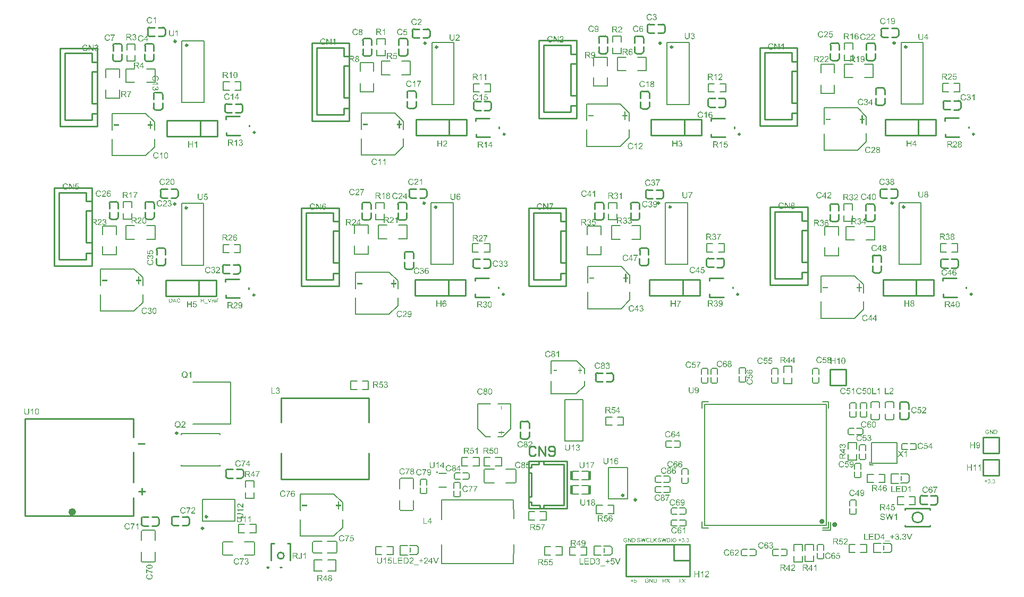
<source format=gto>
G04 Layer_Color=65535*
%FSLAX25Y25*%
%MOIN*%
G70*
G01*
G75*
%ADD10C,0.01000*%
%ADD91C,0.02362*%
%ADD92C,0.00600*%
%ADD93C,0.00787*%
%ADD94C,0.01181*%
%ADD95C,0.01575*%
%ADD96C,0.00591*%
%ADD97C,0.00598*%
G36*
X222010Y18954D02*
X223900D01*
Y18500D01*
X221500D01*
Y22344D01*
X222010D01*
Y18954D01*
D02*
G37*
G36*
X227294Y21890D02*
X225025D01*
Y20716D01*
X227151D01*
Y20263D01*
X225025D01*
Y18954D01*
X227384D01*
Y18500D01*
X224515D01*
Y22344D01*
X227294D01*
Y21890D01*
D02*
G37*
G36*
X237576Y17431D02*
X234453D01*
Y17773D01*
X237576D01*
Y17431D01*
D02*
G37*
G36*
X356312Y20115D02*
X357359D01*
Y19676D01*
X356312D01*
Y18622D01*
X355866D01*
Y19676D01*
X354820D01*
Y20115D01*
X355866D01*
Y21161D01*
X356312D01*
Y20115D01*
D02*
G37*
G36*
X350031Y21855D02*
X350061D01*
X350091Y21851D01*
X350129Y21847D01*
X350170Y21844D01*
X350260Y21825D01*
X350354Y21802D01*
X350455Y21769D01*
X350556Y21724D01*
X350560D01*
X350568Y21716D01*
X350583Y21709D01*
X350601Y21698D01*
X350624Y21686D01*
X350646Y21667D01*
X350706Y21626D01*
X350774Y21574D01*
X350841Y21510D01*
X350905Y21435D01*
X350961Y21352D01*
Y21349D01*
X350969Y21341D01*
X350976Y21330D01*
X350984Y21311D01*
X350995Y21293D01*
X351006Y21266D01*
X351032Y21203D01*
X351059Y21131D01*
X351081Y21045D01*
X351096Y20955D01*
X351104Y20857D01*
Y20854D01*
Y20846D01*
Y20835D01*
X351100Y20816D01*
Y20794D01*
X351096Y20767D01*
X351089Y20707D01*
X351070Y20636D01*
X351047Y20561D01*
X351014Y20482D01*
X350969Y20404D01*
Y20400D01*
X350961Y20396D01*
X350954Y20385D01*
X350942Y20370D01*
X350912Y20333D01*
X350868Y20288D01*
X350811Y20235D01*
X350744Y20182D01*
X350665Y20130D01*
X350571Y20081D01*
X350575D01*
X350586Y20077D01*
X350605Y20074D01*
X350627Y20066D01*
X350658Y20055D01*
X350688Y20044D01*
X350766Y20010D01*
X350849Y19969D01*
X350939Y19909D01*
X351025Y19841D01*
X351062Y19800D01*
X351100Y19755D01*
X351104Y19751D01*
X351108Y19744D01*
X351119Y19729D01*
X351130Y19710D01*
X351145Y19688D01*
X351160Y19658D01*
X351179Y19624D01*
X351198Y19586D01*
X351213Y19541D01*
X351231Y19496D01*
X351246Y19444D01*
X351261Y19391D01*
X351284Y19271D01*
X351288Y19204D01*
X351291Y19136D01*
Y19132D01*
Y19114D01*
X351288Y19087D01*
Y19054D01*
X351280Y19009D01*
X351273Y18960D01*
X351261Y18904D01*
X351246Y18840D01*
X351227Y18776D01*
X351201Y18709D01*
X351171Y18638D01*
X351137Y18566D01*
X351093Y18495D01*
X351044Y18420D01*
X350988Y18352D01*
X350924Y18285D01*
X350920Y18281D01*
X350909Y18270D01*
X350886Y18251D01*
X350856Y18233D01*
X350822Y18203D01*
X350778Y18176D01*
X350729Y18143D01*
X350669Y18113D01*
X350605Y18079D01*
X350534Y18045D01*
X350459Y18019D01*
X350376Y17992D01*
X350290Y17970D01*
X350196Y17951D01*
X350099Y17940D01*
X349994Y17936D01*
X349971D01*
X349945Y17940D01*
X349911D01*
X349866Y17944D01*
X349817Y17951D01*
X349761Y17963D01*
X349697Y17974D01*
X349634Y17989D01*
X349566Y18011D01*
X349495Y18034D01*
X349428Y18064D01*
X349356Y18098D01*
X349285Y18139D01*
X349218Y18184D01*
X349154Y18236D01*
X349150Y18240D01*
X349139Y18251D01*
X349124Y18266D01*
X349101Y18293D01*
X349075Y18323D01*
X349045Y18356D01*
X349015Y18397D01*
X348981Y18446D01*
X348948Y18499D01*
X348914Y18559D01*
X348884Y18622D01*
X348854Y18694D01*
X348828Y18769D01*
X348805Y18847D01*
X348786Y18930D01*
X348775Y19020D01*
X349248Y19084D01*
Y19080D01*
X349251Y19065D01*
X349255Y19046D01*
X349262Y19016D01*
X349270Y18986D01*
X349281Y18945D01*
X349296Y18904D01*
X349311Y18859D01*
X349349Y18765D01*
X349397Y18667D01*
X349454Y18577D01*
X349487Y18540D01*
X349521Y18503D01*
X349525D01*
X349529Y18495D01*
X349540Y18487D01*
X349555Y18476D01*
X349574Y18461D01*
X349596Y18446D01*
X349653Y18416D01*
X349724Y18383D01*
X349806Y18352D01*
X349896Y18334D01*
X349945Y18330D01*
X349997Y18326D01*
X350031D01*
X350054Y18330D01*
X350084Y18334D01*
X350114Y18338D01*
X350151Y18345D01*
X350192Y18356D01*
X350283Y18383D01*
X350327Y18401D01*
X350376Y18424D01*
X350425Y18450D01*
X350470Y18480D01*
X350515Y18514D01*
X350560Y18555D01*
X350564Y18559D01*
X350571Y18566D01*
X350583Y18577D01*
X350598Y18596D01*
X350612Y18619D01*
X350631Y18645D01*
X350654Y18675D01*
X350676Y18712D01*
X350695Y18750D01*
X350717Y18795D01*
X350755Y18892D01*
X350766Y18945D01*
X350778Y19001D01*
X350785Y19061D01*
X350789Y19125D01*
Y19129D01*
Y19140D01*
Y19155D01*
X350785Y19181D01*
X350781Y19207D01*
X350778Y19241D01*
X350770Y19275D01*
X350763Y19316D01*
X350736Y19399D01*
X350721Y19444D01*
X350699Y19489D01*
X350673Y19534D01*
X350646Y19579D01*
X350612Y19620D01*
X350575Y19661D01*
X350571Y19665D01*
X350564Y19669D01*
X350553Y19680D01*
X350537Y19695D01*
X350515Y19710D01*
X350489Y19729D01*
X350463Y19748D01*
X350429Y19766D01*
X350391Y19785D01*
X350350Y19804D01*
X350256Y19838D01*
X350151Y19864D01*
X350095Y19868D01*
X350035Y19871D01*
X350012D01*
X349983Y19868D01*
X349945Y19864D01*
X349896Y19860D01*
X349840Y19852D01*
X349776Y19838D01*
X349705Y19823D01*
X349758Y20235D01*
X349765D01*
X349784Y20231D01*
X349810Y20227D01*
X349863D01*
X349885Y20231D01*
X349911D01*
X349941Y20235D01*
X349975Y20243D01*
X350012Y20246D01*
X350099Y20265D01*
X350189Y20295D01*
X350283Y20333D01*
X350376Y20385D01*
X350380Y20389D01*
X350388Y20392D01*
X350399Y20400D01*
X350414Y20415D01*
X350432Y20430D01*
X350455Y20452D01*
X350474Y20475D01*
X350500Y20505D01*
X350522Y20535D01*
X350541Y20572D01*
X350564Y20614D01*
X350583Y20655D01*
X350598Y20704D01*
X350609Y20756D01*
X350616Y20809D01*
X350620Y20869D01*
Y20873D01*
Y20880D01*
Y20895D01*
X350616Y20914D01*
Y20936D01*
X350612Y20963D01*
X350598Y21023D01*
X350579Y21090D01*
X350545Y21161D01*
X350504Y21233D01*
X350474Y21266D01*
X350444Y21300D01*
X350440Y21304D01*
X350436Y21307D01*
X350425Y21315D01*
X350414Y21326D01*
X350373Y21356D01*
X350320Y21386D01*
X350256Y21416D01*
X350178Y21446D01*
X350087Y21465D01*
X350043Y21473D01*
X349964D01*
X349945Y21469D01*
X349919D01*
X349892Y21465D01*
X349829Y21450D01*
X349754Y21431D01*
X349679Y21397D01*
X349600Y21356D01*
X349563Y21326D01*
X349529Y21296D01*
X349525Y21293D01*
X349521Y21289D01*
X349510Y21278D01*
X349499Y21262D01*
X349484Y21248D01*
X349469Y21225D01*
X349450Y21199D01*
X349431Y21169D01*
X349412Y21131D01*
X349390Y21094D01*
X349371Y21053D01*
X349353Y21004D01*
X349338Y20955D01*
X349319Y20899D01*
X349307Y20843D01*
X349296Y20779D01*
X348824Y20861D01*
Y20865D01*
X348828Y20884D01*
X348835Y20906D01*
X348843Y20940D01*
X348854Y20978D01*
X348869Y21026D01*
X348884Y21075D01*
X348906Y21131D01*
X348929Y21188D01*
X348959Y21248D01*
X348989Y21311D01*
X349026Y21371D01*
X349064Y21431D01*
X349109Y21491D01*
X349161Y21544D01*
X349214Y21596D01*
X349218Y21600D01*
X349229Y21608D01*
X349244Y21619D01*
X349270Y21637D01*
X349300Y21656D01*
X349334Y21679D01*
X349379Y21705D01*
X349424Y21727D01*
X349476Y21754D01*
X349536Y21776D01*
X349600Y21799D01*
X349668Y21817D01*
X349739Y21836D01*
X349814Y21847D01*
X349896Y21855D01*
X349979Y21859D01*
X350009D01*
X350031Y21855D01*
D02*
G37*
G36*
X245849Y19850D02*
X246366D01*
Y19419D01*
X245849D01*
Y18500D01*
X245376D01*
Y19419D01*
X243707D01*
Y19850D01*
X245462Y22344D01*
X245849D01*
Y19850D01*
D02*
G37*
G36*
X248661Y18500D02*
X248132D01*
X246648Y22344D01*
X247199D01*
X248196Y19550D01*
Y19546D01*
X248200Y19535D01*
X248207Y19516D01*
X248215Y19494D01*
X248226Y19464D01*
X248237Y19426D01*
X248253Y19389D01*
X248268Y19344D01*
X248298Y19246D01*
X248331Y19141D01*
X248365Y19033D01*
X248399Y18920D01*
Y18924D01*
X248403Y18935D01*
X248406Y18950D01*
X248414Y18972D01*
X248425Y19003D01*
X248432Y19036D01*
X248444Y19074D01*
X248459Y19119D01*
X248489Y19212D01*
X248522Y19318D01*
X248564Y19434D01*
X248605Y19550D01*
X249647Y22344D01*
X250165D01*
X248661Y18500D01*
D02*
G37*
G36*
X242204Y22355D02*
X242245D01*
X242290Y22351D01*
X242342Y22344D01*
X242403Y22332D01*
X242470Y22321D01*
X242537Y22302D01*
X242609Y22284D01*
X242684Y22257D01*
X242755Y22228D01*
X242830Y22194D01*
X242898Y22152D01*
X242965Y22104D01*
X243029Y22051D01*
X243033Y22048D01*
X243044Y22036D01*
X243059Y22021D01*
X243077Y21995D01*
X243104Y21965D01*
X243130Y21931D01*
X243160Y21890D01*
X243190Y21841D01*
X243220Y21789D01*
X243250Y21729D01*
X243276Y21669D01*
X243302Y21601D01*
X243321Y21530D01*
X243336Y21451D01*
X243348Y21373D01*
X243351Y21290D01*
Y21286D01*
Y21279D01*
Y21268D01*
Y21252D01*
X243348Y21230D01*
Y21207D01*
X243340Y21147D01*
X243329Y21080D01*
X243310Y21001D01*
X243287Y20919D01*
X243254Y20836D01*
Y20832D01*
X243250Y20825D01*
X243243Y20814D01*
X243235Y20799D01*
X243224Y20776D01*
X243213Y20754D01*
X243179Y20694D01*
X243138Y20626D01*
X243081Y20544D01*
X243018Y20458D01*
X242939Y20368D01*
X242935Y20364D01*
X242928Y20356D01*
X242916Y20341D01*
X242898Y20323D01*
X242871Y20296D01*
X242845Y20266D01*
X242808Y20233D01*
X242766Y20191D01*
X242721Y20146D01*
X242665Y20094D01*
X242609Y20038D01*
X242541Y19977D01*
X242470Y19914D01*
X242391Y19842D01*
X242305Y19771D01*
X242215Y19692D01*
X242211Y19689D01*
X242196Y19678D01*
X242174Y19659D01*
X242147Y19636D01*
X242114Y19606D01*
X242076Y19572D01*
X241986Y19498D01*
X241896Y19419D01*
X241806Y19340D01*
X241765Y19302D01*
X241727Y19265D01*
X241694Y19235D01*
X241668Y19209D01*
X241664Y19205D01*
X241649Y19186D01*
X241626Y19160D01*
X241596Y19130D01*
X241566Y19089D01*
X241532Y19048D01*
X241499Y19003D01*
X241469Y18954D01*
X243355D01*
Y18500D01*
X240816D01*
Y18504D01*
Y18507D01*
Y18530D01*
Y18560D01*
X240820Y18605D01*
X240827Y18654D01*
X240835Y18710D01*
X240850Y18766D01*
X240869Y18826D01*
Y18830D01*
X240873Y18837D01*
X240880Y18853D01*
X240887Y18871D01*
X240899Y18894D01*
X240910Y18920D01*
X240944Y18988D01*
X240989Y19066D01*
X241041Y19152D01*
X241105Y19242D01*
X241180Y19336D01*
X241184Y19340D01*
X241191Y19347D01*
X241202Y19363D01*
X241221Y19381D01*
X241244Y19404D01*
X241270Y19434D01*
X241300Y19467D01*
X241337Y19505D01*
X241379Y19543D01*
X241424Y19588D01*
X241476Y19636D01*
X241529Y19689D01*
X241589Y19741D01*
X241652Y19797D01*
X241724Y19858D01*
X241795Y19918D01*
X241803Y19925D01*
X241821Y19940D01*
X241855Y19966D01*
X241896Y20004D01*
X241949Y20045D01*
X242005Y20098D01*
X242069Y20154D01*
X242136Y20214D01*
X242279Y20345D01*
X242418Y20480D01*
X242481Y20548D01*
X242541Y20615D01*
X242598Y20675D01*
X242642Y20735D01*
X242646Y20739D01*
X242654Y20750D01*
X242665Y20765D01*
X242676Y20787D01*
X242695Y20814D01*
X242714Y20844D01*
X242733Y20881D01*
X242755Y20919D01*
X242796Y21005D01*
X242834Y21099D01*
X242845Y21151D01*
X242856Y21200D01*
X242864Y21252D01*
X242867Y21301D01*
Y21305D01*
Y21313D01*
Y21328D01*
X242864Y21350D01*
X242860Y21373D01*
X242856Y21399D01*
X242841Y21466D01*
X242819Y21541D01*
X242781Y21620D01*
X242759Y21657D01*
X242733Y21699D01*
X242703Y21736D01*
X242665Y21774D01*
X242661Y21778D01*
X242657Y21781D01*
X242642Y21792D01*
X242628Y21804D01*
X242609Y21819D01*
X242583Y21834D01*
X242556Y21853D01*
X242523Y21871D01*
X242489Y21890D01*
X242447Y21909D01*
X242357Y21939D01*
X242256Y21961D01*
X242200Y21965D01*
X242140Y21969D01*
X242106D01*
X242084Y21965D01*
X242054Y21961D01*
X242020Y21958D01*
X241983Y21950D01*
X241945Y21942D01*
X241855Y21920D01*
X241765Y21882D01*
X241720Y21860D01*
X241675Y21830D01*
X241634Y21800D01*
X241593Y21763D01*
X241589Y21759D01*
X241585Y21755D01*
X241574Y21740D01*
X241563Y21725D01*
X241547Y21706D01*
X241529Y21680D01*
X241510Y21650D01*
X241491Y21616D01*
X241473Y21579D01*
X241454Y21538D01*
X241439Y21489D01*
X241420Y21440D01*
X241409Y21387D01*
X241398Y21328D01*
X241394Y21268D01*
X241390Y21200D01*
X240906Y21249D01*
Y21256D01*
X240910Y21271D01*
X240914Y21301D01*
X240917Y21339D01*
X240929Y21384D01*
X240940Y21436D01*
X240955Y21493D01*
X240970Y21556D01*
X240992Y21620D01*
X241019Y21688D01*
X241049Y21755D01*
X241083Y21826D01*
X241124Y21894D01*
X241169Y21958D01*
X241221Y22017D01*
X241278Y22074D01*
X241281Y22077D01*
X241293Y22085D01*
X241311Y22100D01*
X241337Y22119D01*
X241371Y22141D01*
X241409Y22164D01*
X241458Y22190D01*
X241510Y22216D01*
X241570Y22242D01*
X241634Y22269D01*
X241705Y22291D01*
X241784Y22314D01*
X241866Y22332D01*
X241956Y22347D01*
X242050Y22355D01*
X242151Y22359D01*
X242178D01*
X242204Y22355D01*
D02*
G37*
G36*
X229562Y22340D02*
X229611D01*
X229660Y22336D01*
X229772Y22329D01*
X229885Y22321D01*
X229994Y22306D01*
X230046Y22299D01*
X230091Y22287D01*
X230095D01*
X230106Y22284D01*
X230125Y22280D01*
X230148Y22273D01*
X230177Y22265D01*
X230207Y22254D01*
X230245Y22239D01*
X230286Y22224D01*
X230376Y22186D01*
X230470Y22138D01*
X230568Y22081D01*
X230658Y22010D01*
X230661Y22006D01*
X230673Y21999D01*
X230687Y21984D01*
X230706Y21965D01*
X230732Y21939D01*
X230763Y21909D01*
X230792Y21871D01*
X230830Y21834D01*
X230864Y21789D01*
X230901Y21736D01*
X230939Y21684D01*
X230976Y21628D01*
X231014Y21564D01*
X231048Y21496D01*
X231111Y21354D01*
Y21350D01*
X231119Y21335D01*
X231126Y21313D01*
X231134Y21283D01*
X231149Y21245D01*
X231160Y21200D01*
X231175Y21147D01*
X231190Y21091D01*
X231201Y21027D01*
X231216Y20956D01*
X231231Y20881D01*
X231242Y20802D01*
X231250Y20716D01*
X231258Y20630D01*
X231265Y20443D01*
Y20439D01*
Y20424D01*
Y20401D01*
Y20368D01*
X231261Y20330D01*
Y20285D01*
X231258Y20236D01*
X231254Y20180D01*
X231246Y20120D01*
X231239Y20060D01*
X231220Y19929D01*
X231194Y19794D01*
X231160Y19662D01*
Y19659D01*
X231156Y19647D01*
X231149Y19629D01*
X231141Y19606D01*
X231130Y19576D01*
X231119Y19543D01*
X231104Y19505D01*
X231089Y19467D01*
X231051Y19377D01*
X231006Y19284D01*
X230954Y19190D01*
X230897Y19104D01*
Y19100D01*
X230890Y19093D01*
X230883Y19081D01*
X230871Y19066D01*
X230837Y19029D01*
X230796Y18976D01*
X230744Y18920D01*
X230684Y18864D01*
X230620Y18808D01*
X230549Y18755D01*
X230545D01*
X230541Y18751D01*
X230530Y18744D01*
X230515Y18733D01*
X230496Y18725D01*
X230474Y18710D01*
X230421Y18684D01*
X230354Y18654D01*
X230275Y18620D01*
X230185Y18590D01*
X230087Y18564D01*
X230084D01*
X230076Y18560D01*
X230061Y18556D01*
X230039Y18553D01*
X230016Y18549D01*
X229986Y18545D01*
X229949Y18538D01*
X229911Y18534D01*
X229866Y18526D01*
X229821Y18519D01*
X229716Y18511D01*
X229600Y18504D01*
X229472Y18500D01*
X228085D01*
Y22344D01*
X229521D01*
X229562Y22340D01*
D02*
G37*
G36*
X233099Y22355D02*
X233140D01*
X233185Y22351D01*
X233238Y22344D01*
X233297Y22332D01*
X233365Y22321D01*
X233433Y22302D01*
X233504Y22284D01*
X233579Y22257D01*
X233650Y22228D01*
X233725Y22194D01*
X233792Y22152D01*
X233860Y22104D01*
X233924Y22051D01*
X233927Y22048D01*
X233939Y22036D01*
X233954Y22021D01*
X233973Y21995D01*
X233999Y21965D01*
X234025Y21931D01*
X234055Y21890D01*
X234085Y21841D01*
X234115Y21789D01*
X234145Y21729D01*
X234171Y21669D01*
X234197Y21601D01*
X234216Y21530D01*
X234231Y21451D01*
X234243Y21373D01*
X234246Y21290D01*
Y21286D01*
Y21279D01*
Y21268D01*
Y21252D01*
X234243Y21230D01*
Y21207D01*
X234235Y21147D01*
X234224Y21080D01*
X234205Y21001D01*
X234183Y20919D01*
X234149Y20836D01*
Y20832D01*
X234145Y20825D01*
X234138Y20814D01*
X234130Y20799D01*
X234119Y20776D01*
X234107Y20754D01*
X234074Y20694D01*
X234033Y20626D01*
X233976Y20544D01*
X233912Y20458D01*
X233834Y20368D01*
X233830Y20364D01*
X233822Y20356D01*
X233811Y20341D01*
X233792Y20323D01*
X233766Y20296D01*
X233740Y20266D01*
X233702Y20233D01*
X233661Y20191D01*
X233616Y20146D01*
X233560Y20094D01*
X233504Y20038D01*
X233436Y19977D01*
X233365Y19914D01*
X233286Y19842D01*
X233200Y19771D01*
X233110Y19692D01*
X233106Y19689D01*
X233091Y19678D01*
X233069Y19659D01*
X233043Y19636D01*
X233009Y19606D01*
X232971Y19572D01*
X232881Y19498D01*
X232791Y19419D01*
X232701Y19340D01*
X232660Y19302D01*
X232623Y19265D01*
X232589Y19235D01*
X232562Y19209D01*
X232559Y19205D01*
X232544Y19186D01*
X232521Y19160D01*
X232491Y19130D01*
X232461Y19089D01*
X232428Y19048D01*
X232394Y19003D01*
X232364Y18954D01*
X234250D01*
Y18500D01*
X231711D01*
Y18504D01*
Y18507D01*
Y18530D01*
Y18560D01*
X231715Y18605D01*
X231722Y18654D01*
X231730Y18710D01*
X231745Y18766D01*
X231764Y18826D01*
Y18830D01*
X231768Y18837D01*
X231775Y18853D01*
X231783Y18871D01*
X231794Y18894D01*
X231805Y18920D01*
X231839Y18988D01*
X231884Y19066D01*
X231936Y19152D01*
X232000Y19242D01*
X232075Y19336D01*
X232079Y19340D01*
X232086Y19347D01*
X232098Y19363D01*
X232116Y19381D01*
X232139Y19404D01*
X232165Y19434D01*
X232195Y19467D01*
X232232Y19505D01*
X232274Y19543D01*
X232319Y19588D01*
X232371Y19636D01*
X232424Y19689D01*
X232484Y19741D01*
X232547Y19797D01*
X232619Y19858D01*
X232690Y19918D01*
X232698Y19925D01*
X232716Y19940D01*
X232750Y19966D01*
X232791Y20004D01*
X232844Y20045D01*
X232900Y20098D01*
X232964Y20154D01*
X233031Y20214D01*
X233174Y20345D01*
X233313Y20480D01*
X233376Y20548D01*
X233436Y20615D01*
X233492Y20675D01*
X233538Y20735D01*
X233541Y20739D01*
X233549Y20750D01*
X233560Y20765D01*
X233571Y20787D01*
X233590Y20814D01*
X233609Y20844D01*
X233628Y20881D01*
X233650Y20919D01*
X233691Y21005D01*
X233729Y21099D01*
X233740Y21151D01*
X233751Y21200D01*
X233759Y21252D01*
X233763Y21301D01*
Y21305D01*
Y21313D01*
Y21328D01*
X233759Y21350D01*
X233755Y21373D01*
X233751Y21399D01*
X233736Y21466D01*
X233714Y21541D01*
X233676Y21620D01*
X233654Y21657D01*
X233628Y21699D01*
X233597Y21736D01*
X233560Y21774D01*
X233556Y21778D01*
X233553Y21781D01*
X233538Y21792D01*
X233523Y21804D01*
X233504Y21819D01*
X233477Y21834D01*
X233451Y21853D01*
X233418Y21871D01*
X233384Y21890D01*
X233343Y21909D01*
X233253Y21939D01*
X233151Y21961D01*
X233095Y21965D01*
X233035Y21969D01*
X233001D01*
X232979Y21965D01*
X232949Y21961D01*
X232915Y21958D01*
X232877Y21950D01*
X232840Y21942D01*
X232750Y21920D01*
X232660Y21882D01*
X232615Y21860D01*
X232570Y21830D01*
X232529Y21800D01*
X232488Y21763D01*
X232484Y21759D01*
X232480Y21755D01*
X232469Y21740D01*
X232457Y21725D01*
X232442Y21706D01*
X232424Y21680D01*
X232405Y21650D01*
X232386Y21616D01*
X232367Y21579D01*
X232349Y21538D01*
X232334Y21489D01*
X232315Y21440D01*
X232304Y21387D01*
X232293Y21328D01*
X232289Y21268D01*
X232285Y21200D01*
X231801Y21249D01*
Y21256D01*
X231805Y21271D01*
X231809Y21301D01*
X231813Y21339D01*
X231824Y21384D01*
X231835Y21436D01*
X231850Y21493D01*
X231865Y21556D01*
X231888Y21620D01*
X231914Y21688D01*
X231944Y21755D01*
X231978Y21826D01*
X232019Y21894D01*
X232064Y21958D01*
X232116Y22017D01*
X232172Y22074D01*
X232176Y22077D01*
X232188Y22085D01*
X232206Y22100D01*
X232232Y22119D01*
X232266Y22141D01*
X232304Y22164D01*
X232352Y22190D01*
X232405Y22216D01*
X232465Y22242D01*
X232529Y22269D01*
X232600Y22291D01*
X232679Y22314D01*
X232761Y22332D01*
X232851Y22347D01*
X232945Y22355D01*
X233046Y22359D01*
X233072D01*
X233099Y22355D01*
D02*
G37*
G36*
X362676Y18000D02*
X362147D01*
X360663Y21844D01*
X361214D01*
X362211Y19050D01*
Y19046D01*
X362215Y19035D01*
X362223Y19016D01*
X362230Y18994D01*
X362241Y18964D01*
X362252Y18926D01*
X362267Y18889D01*
X362282Y18844D01*
X362313Y18746D01*
X362346Y18641D01*
X362380Y18532D01*
X362414Y18420D01*
Y18424D01*
X362418Y18435D01*
X362421Y18450D01*
X362429Y18473D01*
X362440Y18503D01*
X362448Y18536D01*
X362459Y18574D01*
X362474Y18619D01*
X362504Y18712D01*
X362538Y18817D01*
X362579Y18934D01*
X362620Y19050D01*
X363663Y21844D01*
X364180D01*
X362676Y18000D01*
D02*
G37*
G36*
X537636Y37355D02*
X537666D01*
X537696Y37351D01*
X537734Y37347D01*
X537775Y37344D01*
X537865Y37325D01*
X537959Y37303D01*
X538060Y37269D01*
X538161Y37224D01*
X538165D01*
X538172Y37216D01*
X538188Y37209D01*
X538206Y37198D01*
X538229Y37186D01*
X538251Y37168D01*
X538311Y37126D01*
X538379Y37074D01*
X538446Y37010D01*
X538510Y36935D01*
X538566Y36852D01*
Y36849D01*
X538574Y36841D01*
X538581Y36830D01*
X538589Y36811D01*
X538600Y36792D01*
X538611Y36766D01*
X538637Y36702D01*
X538664Y36631D01*
X538686Y36545D01*
X538701Y36455D01*
X538709Y36358D01*
Y36354D01*
Y36346D01*
Y36335D01*
X538705Y36316D01*
Y36294D01*
X538701Y36268D01*
X538694Y36208D01*
X538675Y36136D01*
X538653Y36061D01*
X538619Y35982D01*
X538574Y35904D01*
Y35900D01*
X538566Y35896D01*
X538559Y35885D01*
X538548Y35870D01*
X538518Y35833D01*
X538473Y35787D01*
X538416Y35735D01*
X538349Y35682D01*
X538270Y35630D01*
X538176Y35581D01*
X538180D01*
X538191Y35577D01*
X538210Y35574D01*
X538233Y35566D01*
X538263Y35555D01*
X538293Y35544D01*
X538371Y35510D01*
X538454Y35469D01*
X538544Y35409D01*
X538630Y35341D01*
X538667Y35300D01*
X538705Y35255D01*
X538709Y35251D01*
X538713Y35244D01*
X538724Y35229D01*
X538735Y35210D01*
X538750Y35188D01*
X538765Y35157D01*
X538784Y35124D01*
X538802Y35086D01*
X538818Y35041D01*
X538836Y34996D01*
X538851Y34944D01*
X538866Y34891D01*
X538889Y34771D01*
X538893Y34704D01*
X538896Y34636D01*
Y34633D01*
Y34614D01*
X538893Y34587D01*
Y34554D01*
X538885Y34509D01*
X538877Y34460D01*
X538866Y34404D01*
X538851Y34340D01*
X538833Y34276D01*
X538806Y34209D01*
X538776Y34137D01*
X538742Y34066D01*
X538697Y33995D01*
X538649Y33920D01*
X538592Y33852D01*
X538529Y33785D01*
X538525Y33781D01*
X538514Y33770D01*
X538491Y33751D01*
X538461Y33733D01*
X538427Y33702D01*
X538382Y33676D01*
X538334Y33643D01*
X538274Y33612D01*
X538210Y33579D01*
X538139Y33545D01*
X538064Y33519D01*
X537981Y33492D01*
X537895Y33470D01*
X537801Y33451D01*
X537704Y33440D01*
X537599Y33436D01*
X537576D01*
X537550Y33440D01*
X537516D01*
X537471Y33444D01*
X537423Y33451D01*
X537366Y33463D01*
X537302Y33474D01*
X537239Y33489D01*
X537171Y33511D01*
X537100Y33534D01*
X537033Y33564D01*
X536961Y33597D01*
X536890Y33639D01*
X536823Y33684D01*
X536759Y33736D01*
X536755Y33740D01*
X536744Y33751D01*
X536729Y33766D01*
X536706Y33792D01*
X536680Y33823D01*
X536650Y33856D01*
X536620Y33898D01*
X536586Y33946D01*
X536552Y33999D01*
X536519Y34059D01*
X536489Y34122D01*
X536459Y34194D01*
X536433Y34269D01*
X536410Y34348D01*
X536391Y34430D01*
X536380Y34520D01*
X536853Y34584D01*
Y34580D01*
X536856Y34565D01*
X536860Y34546D01*
X536868Y34516D01*
X536875Y34486D01*
X536886Y34445D01*
X536901Y34404D01*
X536916Y34359D01*
X536954Y34265D01*
X537003Y34168D01*
X537059Y34078D01*
X537092Y34040D01*
X537126Y34003D01*
X537130D01*
X537134Y33995D01*
X537145Y33988D01*
X537160Y33976D01*
X537179Y33961D01*
X537201Y33946D01*
X537257Y33916D01*
X537329Y33882D01*
X537411Y33852D01*
X537501Y33834D01*
X537550Y33830D01*
X537603Y33826D01*
X537636D01*
X537659Y33830D01*
X537689Y33834D01*
X537719Y33838D01*
X537756Y33845D01*
X537797Y33856D01*
X537887Y33882D01*
X537932Y33901D01*
X537981Y33924D01*
X538030Y33950D01*
X538075Y33980D01*
X538120Y34014D01*
X538165Y34055D01*
X538169Y34059D01*
X538176Y34066D01*
X538188Y34078D01*
X538202Y34096D01*
X538217Y34119D01*
X538236Y34145D01*
X538259Y34175D01*
X538281Y34212D01*
X538300Y34250D01*
X538322Y34295D01*
X538360Y34392D01*
X538371Y34445D01*
X538382Y34501D01*
X538390Y34561D01*
X538394Y34625D01*
Y34629D01*
Y34640D01*
Y34655D01*
X538390Y34681D01*
X538386Y34707D01*
X538382Y34741D01*
X538375Y34775D01*
X538368Y34816D01*
X538341Y34899D01*
X538326Y34944D01*
X538304Y34989D01*
X538277Y35034D01*
X538251Y35079D01*
X538217Y35120D01*
X538180Y35161D01*
X538176Y35165D01*
X538169Y35169D01*
X538158Y35180D01*
X538142Y35195D01*
X538120Y35210D01*
X538094Y35229D01*
X538067Y35247D01*
X538034Y35266D01*
X537996Y35285D01*
X537955Y35304D01*
X537861Y35337D01*
X537756Y35364D01*
X537700Y35368D01*
X537640Y35371D01*
X537617D01*
X537587Y35368D01*
X537550Y35364D01*
X537501Y35360D01*
X537445Y35353D01*
X537381Y35337D01*
X537310Y35322D01*
X537362Y35735D01*
X537370D01*
X537389Y35731D01*
X537415Y35728D01*
X537467D01*
X537490Y35731D01*
X537516D01*
X537546Y35735D01*
X537580Y35743D01*
X537617Y35746D01*
X537704Y35765D01*
X537794Y35795D01*
X537887Y35833D01*
X537981Y35885D01*
X537985Y35889D01*
X537992Y35893D01*
X538004Y35900D01*
X538019Y35915D01*
X538037Y35930D01*
X538060Y35952D01*
X538079Y35975D01*
X538105Y36005D01*
X538128Y36035D01*
X538146Y36072D01*
X538169Y36114D01*
X538188Y36155D01*
X538202Y36204D01*
X538214Y36256D01*
X538221Y36309D01*
X538225Y36369D01*
Y36373D01*
Y36380D01*
Y36395D01*
X538221Y36414D01*
Y36436D01*
X538217Y36463D01*
X538202Y36522D01*
X538184Y36590D01*
X538150Y36661D01*
X538109Y36733D01*
X538079Y36766D01*
X538049Y36800D01*
X538045Y36804D01*
X538041Y36808D01*
X538030Y36815D01*
X538019Y36826D01*
X537978Y36856D01*
X537925Y36886D01*
X537861Y36916D01*
X537782Y36946D01*
X537692Y36965D01*
X537647Y36972D01*
X537569D01*
X537550Y36969D01*
X537524D01*
X537498Y36965D01*
X537434Y36950D01*
X537359Y36931D01*
X537284Y36898D01*
X537205Y36856D01*
X537168Y36826D01*
X537134Y36796D01*
X537130Y36792D01*
X537126Y36789D01*
X537115Y36777D01*
X537104Y36762D01*
X537089Y36748D01*
X537074Y36725D01*
X537055Y36699D01*
X537036Y36669D01*
X537017Y36631D01*
X536995Y36594D01*
X536976Y36553D01*
X536958Y36504D01*
X536942Y36455D01*
X536924Y36399D01*
X536912Y36342D01*
X536901Y36279D01*
X536429Y36361D01*
Y36365D01*
X536433Y36384D01*
X536440Y36406D01*
X536447Y36440D01*
X536459Y36478D01*
X536474Y36526D01*
X536489Y36575D01*
X536511Y36631D01*
X536534Y36687D01*
X536564Y36748D01*
X536594Y36811D01*
X536631Y36871D01*
X536669Y36931D01*
X536714Y36991D01*
X536766Y37044D01*
X536819Y37096D01*
X536823Y37100D01*
X536834Y37108D01*
X536849Y37119D01*
X536875Y37137D01*
X536905Y37156D01*
X536939Y37179D01*
X536984Y37205D01*
X537029Y37227D01*
X537081Y37254D01*
X537141Y37276D01*
X537205Y37299D01*
X537273Y37317D01*
X537344Y37336D01*
X537419Y37347D01*
X537501Y37355D01*
X537584Y37359D01*
X537614D01*
X537636Y37355D01*
D02*
G37*
G36*
X542114D02*
X542144D01*
X542174Y37351D01*
X542211Y37347D01*
X542252Y37344D01*
X542343Y37325D01*
X542436Y37303D01*
X542537Y37269D01*
X542639Y37224D01*
X542642D01*
X542650Y37216D01*
X542665Y37209D01*
X542684Y37198D01*
X542706Y37186D01*
X542729Y37168D01*
X542789Y37126D01*
X542856Y37074D01*
X542924Y37010D01*
X542987Y36935D01*
X543044Y36852D01*
Y36849D01*
X543051Y36841D01*
X543059Y36830D01*
X543066Y36811D01*
X543078Y36792D01*
X543089Y36766D01*
X543115Y36702D01*
X543141Y36631D01*
X543164Y36545D01*
X543179Y36455D01*
X543186Y36358D01*
Y36354D01*
Y36346D01*
Y36335D01*
X543183Y36316D01*
Y36294D01*
X543179Y36268D01*
X543171Y36208D01*
X543153Y36136D01*
X543130Y36061D01*
X543096Y35982D01*
X543051Y35904D01*
Y35900D01*
X543044Y35896D01*
X543036Y35885D01*
X543025Y35870D01*
X542995Y35833D01*
X542950Y35787D01*
X542894Y35735D01*
X542826Y35682D01*
X542747Y35630D01*
X542654Y35581D01*
X542658D01*
X542669Y35577D01*
X542688Y35574D01*
X542710Y35566D01*
X542740Y35555D01*
X542770Y35544D01*
X542849Y35510D01*
X542931Y35469D01*
X543021Y35409D01*
X543108Y35341D01*
X543145Y35300D01*
X543183Y35255D01*
X543186Y35251D01*
X543190Y35244D01*
X543201Y35229D01*
X543213Y35210D01*
X543227Y35188D01*
X543243Y35157D01*
X543261Y35124D01*
X543280Y35086D01*
X543295Y35041D01*
X543314Y34996D01*
X543329Y34944D01*
X543344Y34891D01*
X543366Y34771D01*
X543370Y34704D01*
X543374Y34636D01*
Y34633D01*
Y34614D01*
X543370Y34587D01*
Y34554D01*
X543363Y34509D01*
X543355Y34460D01*
X543344Y34404D01*
X543329Y34340D01*
X543310Y34276D01*
X543284Y34209D01*
X543254Y34137D01*
X543220Y34066D01*
X543175Y33995D01*
X543126Y33920D01*
X543070Y33852D01*
X543006Y33785D01*
X543003Y33781D01*
X542991Y33770D01*
X542969Y33751D01*
X542939Y33733D01*
X542905Y33702D01*
X542860Y33676D01*
X542811Y33643D01*
X542751Y33612D01*
X542688Y33579D01*
X542616Y33545D01*
X542541Y33519D01*
X542459Y33492D01*
X542373Y33470D01*
X542279Y33451D01*
X542181Y33440D01*
X542076Y33436D01*
X542054D01*
X542028Y33440D01*
X541994D01*
X541949Y33444D01*
X541900Y33451D01*
X541844Y33463D01*
X541780Y33474D01*
X541716Y33489D01*
X541649Y33511D01*
X541577Y33534D01*
X541510Y33564D01*
X541439Y33597D01*
X541367Y33639D01*
X541300Y33684D01*
X541236Y33736D01*
X541232Y33740D01*
X541221Y33751D01*
X541206Y33766D01*
X541184Y33792D01*
X541157Y33823D01*
X541127Y33856D01*
X541097Y33898D01*
X541064Y33946D01*
X541030Y33999D01*
X540996Y34059D01*
X540966Y34122D01*
X540936Y34194D01*
X540910Y34269D01*
X540887Y34348D01*
X540869Y34430D01*
X540858Y34520D01*
X541330Y34584D01*
Y34580D01*
X541334Y34565D01*
X541337Y34546D01*
X541345Y34516D01*
X541353Y34486D01*
X541364Y34445D01*
X541379Y34404D01*
X541394Y34359D01*
X541431Y34265D01*
X541480Y34168D01*
X541536Y34078D01*
X541570Y34040D01*
X541604Y34003D01*
X541608D01*
X541611Y33995D01*
X541622Y33988D01*
X541638Y33976D01*
X541656Y33961D01*
X541679Y33946D01*
X541735Y33916D01*
X541806Y33882D01*
X541889Y33852D01*
X541979Y33834D01*
X542028Y33830D01*
X542080Y33826D01*
X542114D01*
X542136Y33830D01*
X542166Y33834D01*
X542196Y33838D01*
X542234Y33845D01*
X542275Y33856D01*
X542365Y33882D01*
X542410Y33901D01*
X542459Y33924D01*
X542508Y33950D01*
X542553Y33980D01*
X542597Y34014D01*
X542642Y34055D01*
X542646Y34059D01*
X542654Y34066D01*
X542665Y34078D01*
X542680Y34096D01*
X542695Y34119D01*
X542714Y34145D01*
X542736Y34175D01*
X542759Y34212D01*
X542777Y34250D01*
X542800Y34295D01*
X542837Y34392D01*
X542849Y34445D01*
X542860Y34501D01*
X542868Y34561D01*
X542871Y34625D01*
Y34629D01*
Y34640D01*
Y34655D01*
X542868Y34681D01*
X542864Y34707D01*
X542860Y34741D01*
X542852Y34775D01*
X542845Y34816D01*
X542819Y34899D01*
X542804Y34944D01*
X542781Y34989D01*
X542755Y35034D01*
X542729Y35079D01*
X542695Y35120D01*
X542658Y35161D01*
X542654Y35165D01*
X542646Y35169D01*
X542635Y35180D01*
X542620Y35195D01*
X542597Y35210D01*
X542571Y35229D01*
X542545Y35247D01*
X542511Y35266D01*
X542474Y35285D01*
X542432Y35304D01*
X542339Y35337D01*
X542234Y35364D01*
X542177Y35368D01*
X542118Y35371D01*
X542095D01*
X542065Y35368D01*
X542028Y35364D01*
X541979Y35360D01*
X541923Y35353D01*
X541859Y35337D01*
X541787Y35322D01*
X541840Y35735D01*
X541848D01*
X541866Y35731D01*
X541892Y35728D01*
X541945D01*
X541967Y35731D01*
X541994D01*
X542024Y35735D01*
X542058Y35743D01*
X542095Y35746D01*
X542181Y35765D01*
X542271Y35795D01*
X542365Y35833D01*
X542459Y35885D01*
X542462Y35889D01*
X542470Y35893D01*
X542481Y35900D01*
X542496Y35915D01*
X542515Y35930D01*
X542537Y35952D01*
X542556Y35975D01*
X542583Y36005D01*
X542605Y36035D01*
X542624Y36072D01*
X542646Y36114D01*
X542665Y36155D01*
X542680Y36204D01*
X542691Y36256D01*
X542699Y36309D01*
X542702Y36369D01*
Y36373D01*
Y36380D01*
Y36395D01*
X542699Y36414D01*
Y36436D01*
X542695Y36463D01*
X542680Y36522D01*
X542661Y36590D01*
X542627Y36661D01*
X542586Y36733D01*
X542556Y36766D01*
X542526Y36800D01*
X542522Y36804D01*
X542519Y36808D01*
X542508Y36815D01*
X542496Y36826D01*
X542455Y36856D01*
X542403Y36886D01*
X542339Y36916D01*
X542260Y36946D01*
X542170Y36965D01*
X542125Y36972D01*
X542046D01*
X542028Y36969D01*
X542001D01*
X541975Y36965D01*
X541911Y36950D01*
X541836Y36931D01*
X541761Y36898D01*
X541682Y36856D01*
X541645Y36826D01*
X541611Y36796D01*
X541608Y36792D01*
X541604Y36789D01*
X541593Y36777D01*
X541581Y36762D01*
X541566Y36748D01*
X541551Y36725D01*
X541533Y36699D01*
X541514Y36669D01*
X541495Y36631D01*
X541472Y36594D01*
X541454Y36553D01*
X541435Y36504D01*
X541420Y36455D01*
X541401Y36399D01*
X541390Y36342D01*
X541379Y36279D01*
X540906Y36361D01*
Y36365D01*
X540910Y36384D01*
X540917Y36406D01*
X540925Y36440D01*
X540936Y36478D01*
X540951Y36526D01*
X540966Y36575D01*
X540989Y36631D01*
X541011Y36687D01*
X541041Y36748D01*
X541071Y36811D01*
X541109Y36871D01*
X541146Y36931D01*
X541191Y36991D01*
X541244Y37044D01*
X541296Y37096D01*
X541300Y37100D01*
X541311Y37108D01*
X541326Y37119D01*
X541353Y37137D01*
X541383Y37156D01*
X541416Y37179D01*
X541461Y37205D01*
X541506Y37227D01*
X541559Y37254D01*
X541619Y37276D01*
X541682Y37299D01*
X541750Y37317D01*
X541821Y37336D01*
X541896Y37347D01*
X541979Y37355D01*
X542061Y37359D01*
X542091D01*
X542114Y37355D01*
D02*
G37*
G36*
X534812Y35615D02*
X535859D01*
Y35176D01*
X534812D01*
Y34122D01*
X534366D01*
Y35176D01*
X533320D01*
Y35615D01*
X534366D01*
Y36661D01*
X534812D01*
Y35615D01*
D02*
G37*
G36*
X540164Y33500D02*
X539628D01*
Y34036D01*
X540164D01*
Y33500D01*
D02*
G37*
G36*
X545654D02*
X545125D01*
X543640Y37344D01*
X544191D01*
X545189Y34550D01*
Y34546D01*
X545192Y34535D01*
X545200Y34516D01*
X545208Y34494D01*
X545219Y34464D01*
X545230Y34426D01*
X545245Y34389D01*
X545260Y34344D01*
X545290Y34246D01*
X545324Y34141D01*
X545358Y34032D01*
X545391Y33920D01*
Y33924D01*
X545395Y33935D01*
X545399Y33950D01*
X545406Y33972D01*
X545417Y34003D01*
X545425Y34036D01*
X545436Y34074D01*
X545451Y34119D01*
X545481Y34212D01*
X545515Y34317D01*
X545556Y34434D01*
X545598Y34550D01*
X546640Y37344D01*
X547157D01*
X545654Y33500D01*
D02*
G37*
G36*
X346563Y21840D02*
X346611D01*
X346660Y21836D01*
X346773Y21829D01*
X346885Y21821D01*
X346994Y21806D01*
X347046Y21799D01*
X347091Y21788D01*
X347095D01*
X347106Y21784D01*
X347125Y21780D01*
X347147Y21772D01*
X347178Y21765D01*
X347207Y21754D01*
X347245Y21739D01*
X347286Y21724D01*
X347376Y21686D01*
X347470Y21637D01*
X347568Y21581D01*
X347657Y21510D01*
X347661Y21506D01*
X347673Y21499D01*
X347688Y21484D01*
X347706Y21465D01*
X347732Y21439D01*
X347762Y21409D01*
X347793Y21371D01*
X347830Y21334D01*
X347864Y21289D01*
X347901Y21236D01*
X347939Y21184D01*
X347976Y21127D01*
X348014Y21064D01*
X348047Y20996D01*
X348111Y20854D01*
Y20850D01*
X348119Y20835D01*
X348126Y20812D01*
X348134Y20783D01*
X348149Y20745D01*
X348160Y20700D01*
X348175Y20648D01*
X348190Y20591D01*
X348201Y20527D01*
X348216Y20456D01*
X348231Y20381D01*
X348242Y20302D01*
X348250Y20216D01*
X348257Y20130D01*
X348265Y19942D01*
Y19939D01*
Y19924D01*
Y19901D01*
Y19868D01*
X348261Y19830D01*
Y19785D01*
X348257Y19736D01*
X348254Y19680D01*
X348246Y19620D01*
X348239Y19560D01*
X348220Y19429D01*
X348194Y19294D01*
X348160Y19162D01*
Y19159D01*
X348156Y19148D01*
X348149Y19129D01*
X348141Y19106D01*
X348130Y19076D01*
X348119Y19042D01*
X348104Y19005D01*
X348089Y18968D01*
X348051Y18878D01*
X348006Y18784D01*
X347954Y18690D01*
X347898Y18604D01*
Y18600D01*
X347890Y18593D01*
X347883Y18581D01*
X347871Y18566D01*
X347837Y18529D01*
X347796Y18476D01*
X347744Y18420D01*
X347684Y18364D01*
X347620Y18307D01*
X347549Y18255D01*
X347545D01*
X347541Y18251D01*
X347530Y18244D01*
X347515Y18233D01*
X347496Y18225D01*
X347474Y18210D01*
X347421Y18184D01*
X347354Y18154D01*
X347275Y18120D01*
X347185Y18090D01*
X347088Y18064D01*
X347084D01*
X347076Y18060D01*
X347061Y18056D01*
X347039Y18053D01*
X347016Y18049D01*
X346986Y18045D01*
X346949Y18037D01*
X346911Y18034D01*
X346866Y18026D01*
X346821Y18019D01*
X346716Y18011D01*
X346600Y18004D01*
X346473Y18000D01*
X345085D01*
Y21844D01*
X346521D01*
X346563Y21840D01*
D02*
G37*
G36*
X360246Y21345D02*
X358705D01*
X358499Y20306D01*
X358503Y20310D01*
X358514Y20317D01*
X358533Y20329D01*
X358559Y20344D01*
X358589Y20362D01*
X358630Y20385D01*
X358671Y20404D01*
X358720Y20430D01*
X358772Y20452D01*
X358829Y20471D01*
X358952Y20513D01*
X359016Y20527D01*
X359084Y20539D01*
X359155Y20546D01*
X359226Y20550D01*
X359249D01*
X359275Y20546D01*
X359313D01*
X359354Y20539D01*
X359406Y20531D01*
X359462Y20520D01*
X359523Y20505D01*
X359586Y20486D01*
X359658Y20464D01*
X359729Y20437D01*
X359800Y20404D01*
X359871Y20362D01*
X359943Y20317D01*
X360010Y20261D01*
X360078Y20201D01*
X360081Y20198D01*
X360092Y20186D01*
X360111Y20164D01*
X360134Y20137D01*
X360160Y20104D01*
X360186Y20063D01*
X360220Y20014D01*
X360254Y19958D01*
X360284Y19897D01*
X360317Y19830D01*
X360344Y19755D01*
X360374Y19676D01*
X360392Y19590D01*
X360411Y19500D01*
X360422Y19402D01*
X360426Y19301D01*
Y19294D01*
Y19279D01*
X360422Y19252D01*
Y19215D01*
X360419Y19170D01*
X360411Y19117D01*
X360400Y19058D01*
X360389Y18994D01*
X360370Y18926D01*
X360351Y18851D01*
X360325Y18776D01*
X360295Y18701D01*
X360261Y18626D01*
X360220Y18548D01*
X360171Y18473D01*
X360119Y18401D01*
X360115Y18397D01*
X360100Y18383D01*
X360081Y18360D01*
X360051Y18330D01*
X360014Y18293D01*
X359969Y18255D01*
X359916Y18214D01*
X359856Y18169D01*
X359785Y18124D01*
X359710Y18082D01*
X359628Y18045D01*
X359538Y18008D01*
X359440Y17977D01*
X359339Y17955D01*
X359226Y17940D01*
X359110Y17936D01*
X359087D01*
X359061Y17940D01*
X359024D01*
X358979Y17944D01*
X358926Y17951D01*
X358870Y17963D01*
X358806Y17974D01*
X358739Y17989D01*
X358671Y18008D01*
X358600Y18030D01*
X358525Y18060D01*
X358454Y18094D01*
X358383Y18131D01*
X358315Y18176D01*
X358251Y18229D01*
X358247Y18233D01*
X358236Y18244D01*
X358221Y18259D01*
X358199Y18281D01*
X358172Y18311D01*
X358146Y18349D01*
X358113Y18390D01*
X358083Y18435D01*
X358049Y18487D01*
X358015Y18548D01*
X357985Y18611D01*
X357955Y18683D01*
X357929Y18757D01*
X357906Y18836D01*
X357888Y18919D01*
X357876Y19009D01*
X358371Y19050D01*
Y19046D01*
X358375Y19035D01*
X358379Y19016D01*
X358383Y18990D01*
X358390Y18960D01*
X358398Y18926D01*
X358424Y18844D01*
X358457Y18757D01*
X358499Y18667D01*
X358555Y18577D01*
X358589Y18540D01*
X358623Y18503D01*
X358626Y18499D01*
X358634Y18495D01*
X358645Y18487D01*
X358660Y18476D01*
X358679Y18461D01*
X358701Y18446D01*
X358761Y18413D01*
X358833Y18379D01*
X358915Y18352D01*
X359009Y18330D01*
X359057Y18326D01*
X359110Y18323D01*
X359144D01*
X359166Y18326D01*
X359196Y18330D01*
X359230Y18338D01*
X359267Y18345D01*
X359309Y18356D01*
X359402Y18386D01*
X359448Y18405D01*
X359496Y18431D01*
X359545Y18461D01*
X359594Y18495D01*
X359643Y18532D01*
X359687Y18577D01*
X359691Y18581D01*
X359699Y18589D01*
X359710Y18604D01*
X359725Y18626D01*
X359744Y18649D01*
X359763Y18683D01*
X359785Y18720D01*
X359807Y18761D01*
X359826Y18806D01*
X359849Y18859D01*
X359868Y18915D01*
X359886Y18975D01*
X359901Y19039D01*
X359912Y19110D01*
X359920Y19181D01*
X359924Y19260D01*
Y19264D01*
Y19279D01*
Y19297D01*
X359920Y19328D01*
X359916Y19361D01*
X359912Y19399D01*
X359905Y19444D01*
X359894Y19492D01*
X359868Y19594D01*
X359849Y19646D01*
X359826Y19699D01*
X359800Y19751D01*
X359770Y19804D01*
X359736Y19852D01*
X359695Y19897D01*
X359691Y19901D01*
X359684Y19909D01*
X359672Y19920D01*
X359654Y19935D01*
X359631Y19954D01*
X359605Y19973D01*
X359571Y19995D01*
X359538Y20018D01*
X359496Y20036D01*
X359451Y20059D01*
X359402Y20077D01*
X359350Y20096D01*
X359290Y20111D01*
X359230Y20122D01*
X359166Y20130D01*
X359099Y20134D01*
X359061D01*
X359039Y20130D01*
X359016D01*
X358960Y20122D01*
X358896Y20108D01*
X358829Y20089D01*
X358757Y20063D01*
X358686Y20029D01*
X358682D01*
X358679Y20025D01*
X358656Y20010D01*
X358623Y19987D01*
X358585Y19958D01*
X358536Y19916D01*
X358491Y19871D01*
X358442Y19819D01*
X358401Y19762D01*
X357959Y19819D01*
X358330Y21795D01*
X360246D01*
Y21345D01*
D02*
G37*
G36*
X344294Y21390D02*
X342025D01*
Y20216D01*
X344151D01*
Y19762D01*
X342025D01*
Y18454D01*
X344384D01*
Y18000D01*
X341515D01*
Y21844D01*
X344294D01*
Y21390D01*
D02*
G37*
G36*
X354576Y16931D02*
X351452D01*
Y17273D01*
X354576D01*
Y16931D01*
D02*
G37*
G36*
X339010Y18454D02*
X340900D01*
Y18000D01*
X338500D01*
Y21844D01*
X339010D01*
Y18454D01*
D02*
G37*
G36*
X239313Y20615D02*
X240359D01*
Y20176D01*
X239313D01*
Y19123D01*
X238866D01*
Y20176D01*
X237820D01*
Y20615D01*
X238866D01*
Y21661D01*
X239313D01*
Y20615D01*
D02*
G37*
G36*
X413515Y10000D02*
X413005D01*
Y11811D01*
X411010D01*
Y10000D01*
X410500D01*
Y13844D01*
X411010D01*
Y12265D01*
X413005D01*
Y13844D01*
X413515D01*
Y10000D01*
D02*
G37*
G36*
X586945Y77000D02*
X586473D01*
Y80004D01*
X586469D01*
X586465Y79996D01*
X586454Y79989D01*
X586443Y79978D01*
X586405Y79944D01*
X586352Y79902D01*
X586289Y79854D01*
X586210Y79798D01*
X586120Y79738D01*
X586023Y79677D01*
X586019D01*
X586011Y79670D01*
X585996Y79663D01*
X585978Y79651D01*
X585951Y79636D01*
X585925Y79621D01*
X585857Y79588D01*
X585782Y79550D01*
X585700Y79509D01*
X585614Y79471D01*
X585531Y79438D01*
Y79891D01*
X585535Y79895D01*
X585550Y79899D01*
X585569Y79910D01*
X585599Y79925D01*
X585633Y79944D01*
X585670Y79966D01*
X585715Y79989D01*
X585764Y80019D01*
X585873Y80082D01*
X585989Y80161D01*
X586105Y80247D01*
X586221Y80341D01*
X586225Y80345D01*
X586233Y80352D01*
X586251Y80367D01*
X586270Y80386D01*
X586293Y80413D01*
X586322Y80439D01*
X586352Y80472D01*
X586386Y80506D01*
X586454Y80585D01*
X586521Y80671D01*
X586585Y80765D01*
X586615Y80810D01*
X586637Y80859D01*
X586945D01*
Y77000D01*
D02*
G37*
G36*
X418480Y13855D02*
X418521D01*
X418566Y13851D01*
X418619Y13844D01*
X418679Y13833D01*
X418746Y13821D01*
X418814Y13803D01*
X418885Y13784D01*
X418960Y13758D01*
X419031Y13727D01*
X419106Y13694D01*
X419174Y13653D01*
X419241Y13604D01*
X419305Y13551D01*
X419309Y13547D01*
X419320Y13536D01*
X419335Y13521D01*
X419354Y13495D01*
X419380Y13465D01*
X419406Y13431D01*
X419436Y13390D01*
X419466Y13341D01*
X419496Y13289D01*
X419526Y13229D01*
X419553Y13169D01*
X419579Y13101D01*
X419597Y13030D01*
X419613Y12951D01*
X419624Y12873D01*
X419628Y12790D01*
Y12786D01*
Y12779D01*
Y12767D01*
Y12753D01*
X419624Y12730D01*
Y12708D01*
X419616Y12648D01*
X419605Y12580D01*
X419586Y12501D01*
X419564Y12419D01*
X419530Y12336D01*
Y12332D01*
X419526Y12325D01*
X419519Y12314D01*
X419511Y12299D01*
X419500Y12276D01*
X419489Y12254D01*
X419455Y12194D01*
X419414Y12126D01*
X419357Y12044D01*
X419294Y11958D01*
X419215Y11868D01*
X419211Y11864D01*
X419204Y11856D01*
X419193Y11841D01*
X419174Y11823D01*
X419147Y11796D01*
X419121Y11766D01*
X419084Y11733D01*
X419042Y11691D01*
X418997Y11646D01*
X418941Y11594D01*
X418885Y11537D01*
X418818Y11478D01*
X418746Y11414D01*
X418668Y11343D01*
X418581Y11271D01*
X418491Y11192D01*
X418488Y11189D01*
X418472Y11178D01*
X418450Y11159D01*
X418424Y11136D01*
X418390Y11106D01*
X418353Y11073D01*
X418262Y10998D01*
X418173Y10919D01*
X418083Y10840D01*
X418041Y10802D01*
X418004Y10765D01*
X417970Y10735D01*
X417944Y10709D01*
X417940Y10705D01*
X417925Y10686D01*
X417903Y10660D01*
X417872Y10630D01*
X417842Y10589D01*
X417809Y10548D01*
X417775Y10503D01*
X417745Y10454D01*
X419631D01*
Y10000D01*
X417093D01*
Y10004D01*
Y10007D01*
Y10030D01*
Y10060D01*
X417096Y10105D01*
X417104Y10154D01*
X417111Y10210D01*
X417126Y10266D01*
X417145Y10326D01*
Y10330D01*
X417149Y10338D01*
X417156Y10352D01*
X417164Y10371D01*
X417175Y10394D01*
X417186Y10420D01*
X417220Y10487D01*
X417265Y10566D01*
X417317Y10652D01*
X417381Y10742D01*
X417456Y10836D01*
X417460Y10840D01*
X417467Y10847D01*
X417479Y10863D01*
X417497Y10881D01*
X417520Y10904D01*
X417546Y10934D01*
X417576Y10967D01*
X417614Y11005D01*
X417655Y11043D01*
X417700Y11088D01*
X417753Y11136D01*
X417805Y11189D01*
X417865Y11241D01*
X417929Y11298D01*
X418000Y11357D01*
X418071Y11417D01*
X418079Y11425D01*
X418097Y11440D01*
X418131Y11466D01*
X418173Y11504D01*
X418225Y11545D01*
X418281Y11597D01*
X418345Y11654D01*
X418412Y11714D01*
X418555Y11845D01*
X418694Y11980D01*
X418757Y12048D01*
X418818Y12115D01*
X418874Y12175D01*
X418919Y12235D01*
X418923Y12239D01*
X418930Y12250D01*
X418941Y12265D01*
X418953Y12287D01*
X418971Y12314D01*
X418990Y12344D01*
X419009Y12381D01*
X419031Y12419D01*
X419072Y12505D01*
X419110Y12599D01*
X419121Y12651D01*
X419133Y12700D01*
X419140Y12753D01*
X419144Y12801D01*
Y12805D01*
Y12812D01*
Y12828D01*
X419140Y12850D01*
X419136Y12873D01*
X419133Y12899D01*
X419117Y12966D01*
X419095Y13041D01*
X419058Y13120D01*
X419035Y13158D01*
X419009Y13199D01*
X418979Y13236D01*
X418941Y13274D01*
X418937Y13277D01*
X418934Y13281D01*
X418919Y13293D01*
X418904Y13304D01*
X418885Y13319D01*
X418859Y13334D01*
X418832Y13352D01*
X418799Y13371D01*
X418765Y13390D01*
X418724Y13409D01*
X418634Y13439D01*
X418533Y13461D01*
X418476Y13465D01*
X418416Y13469D01*
X418383D01*
X418360Y13465D01*
X418330Y13461D01*
X418296Y13457D01*
X418259Y13450D01*
X418221Y13442D01*
X418131Y13420D01*
X418041Y13383D01*
X417996Y13360D01*
X417951Y13330D01*
X417910Y13300D01*
X417869Y13262D01*
X417865Y13259D01*
X417861Y13255D01*
X417850Y13240D01*
X417839Y13225D01*
X417824Y13206D01*
X417805Y13180D01*
X417786Y13150D01*
X417767Y13116D01*
X417749Y13079D01*
X417730Y13037D01*
X417715Y12989D01*
X417696Y12940D01*
X417685Y12888D01*
X417674Y12828D01*
X417670Y12767D01*
X417666Y12700D01*
X417182Y12749D01*
Y12756D01*
X417186Y12771D01*
X417190Y12801D01*
X417194Y12839D01*
X417205Y12884D01*
X417216Y12936D01*
X417231Y12992D01*
X417246Y13056D01*
X417269Y13120D01*
X417295Y13187D01*
X417325Y13255D01*
X417359Y13326D01*
X417400Y13394D01*
X417445Y13457D01*
X417497Y13518D01*
X417554Y13574D01*
X417557Y13577D01*
X417569Y13585D01*
X417588Y13600D01*
X417614Y13619D01*
X417648Y13641D01*
X417685Y13664D01*
X417734Y13690D01*
X417786Y13716D01*
X417846Y13743D01*
X417910Y13769D01*
X417981Y13791D01*
X418060Y13814D01*
X418143Y13833D01*
X418232Y13848D01*
X418326Y13855D01*
X418428Y13859D01*
X418454D01*
X418480Y13855D01*
D02*
G37*
G36*
X526590Y125000D02*
X526118D01*
Y128004D01*
X526114D01*
X526110Y127996D01*
X526099Y127989D01*
X526088Y127978D01*
X526050Y127944D01*
X525997Y127902D01*
X525934Y127854D01*
X525855Y127797D01*
X525765Y127737D01*
X525667Y127678D01*
X525664D01*
X525656Y127670D01*
X525641Y127663D01*
X525623Y127651D01*
X525596Y127636D01*
X525570Y127621D01*
X525502Y127587D01*
X525427Y127550D01*
X525345Y127509D01*
X525259Y127471D01*
X525176Y127437D01*
Y127891D01*
X525180Y127895D01*
X525195Y127899D01*
X525214Y127910D01*
X525244Y127925D01*
X525278Y127944D01*
X525315Y127966D01*
X525360Y127989D01*
X525409Y128019D01*
X525518Y128083D01*
X525634Y128161D01*
X525750Y128247D01*
X525866Y128341D01*
X525870Y128345D01*
X525878Y128352D01*
X525896Y128367D01*
X525915Y128386D01*
X525938Y128412D01*
X525968Y128439D01*
X525997Y128472D01*
X526031Y128506D01*
X526099Y128585D01*
X526166Y128671D01*
X526230Y128765D01*
X526260Y128810D01*
X526283Y128859D01*
X526590D01*
Y125000D01*
D02*
G37*
G36*
X415945Y10000D02*
X415473D01*
Y13004D01*
X415469D01*
X415465Y12996D01*
X415454Y12989D01*
X415443Y12978D01*
X415405Y12944D01*
X415352Y12902D01*
X415289Y12854D01*
X415210Y12798D01*
X415120Y12738D01*
X415023Y12677D01*
X415019D01*
X415011Y12670D01*
X414996Y12663D01*
X414978Y12651D01*
X414951Y12636D01*
X414925Y12621D01*
X414857Y12587D01*
X414782Y12550D01*
X414700Y12509D01*
X414614Y12471D01*
X414531Y12438D01*
Y12891D01*
X414535Y12895D01*
X414550Y12899D01*
X414569Y12910D01*
X414599Y12925D01*
X414633Y12944D01*
X414670Y12966D01*
X414715Y12989D01*
X414764Y13019D01*
X414873Y13082D01*
X414989Y13161D01*
X415105Y13248D01*
X415221Y13341D01*
X415225Y13345D01*
X415233Y13352D01*
X415251Y13367D01*
X415270Y13386D01*
X415293Y13412D01*
X415322Y13439D01*
X415352Y13473D01*
X415386Y13506D01*
X415454Y13585D01*
X415521Y13671D01*
X415585Y13765D01*
X415615Y13810D01*
X415637Y13859D01*
X415945D01*
Y10000D01*
D02*
G37*
G36*
X586515Y91000D02*
X586005D01*
Y92811D01*
X584010D01*
Y91000D01*
X583500D01*
Y94844D01*
X584010D01*
Y93265D01*
X586005D01*
Y94844D01*
X586515D01*
Y91000D01*
D02*
G37*
G36*
X547220Y183844D02*
X547265Y183840D01*
X547314Y183833D01*
X547366Y183821D01*
X547426Y183810D01*
X547490Y183795D01*
X547557Y183776D01*
X547625Y183754D01*
X547692Y183724D01*
X547760Y183690D01*
X547824Y183652D01*
X547888Y183607D01*
X547948Y183555D01*
X547951Y183551D01*
X547963Y183540D01*
X547977Y183525D01*
X547996Y183502D01*
X548019Y183476D01*
X548045Y183439D01*
X548071Y183401D01*
X548101Y183356D01*
X548131Y183308D01*
X548158Y183251D01*
X548184Y183195D01*
X548206Y183131D01*
X548225Y183064D01*
X548244Y182992D01*
X548251Y182921D01*
X548255Y182843D01*
Y182839D01*
Y182831D01*
Y182816D01*
X548251Y182798D01*
Y182775D01*
X548247Y182745D01*
X548236Y182681D01*
X548221Y182610D01*
X548195Y182531D01*
X548161Y182452D01*
X548112Y182374D01*
Y182370D01*
X548105Y182366D01*
X548086Y182340D01*
X548053Y182306D01*
X548007Y182261D01*
X547948Y182212D01*
X547876Y182164D01*
X547790Y182115D01*
X547689Y182070D01*
X547692D01*
X547704Y182066D01*
X547722Y182059D01*
X547745Y182047D01*
X547775Y182036D01*
X547809Y182021D01*
X547888Y181980D01*
X547974Y181928D01*
X548064Y181864D01*
X548150Y181789D01*
X548187Y181744D01*
X548225Y181699D01*
X548229Y181695D01*
X548233Y181687D01*
X548244Y181673D01*
X548255Y181654D01*
X548270Y181628D01*
X548285Y181601D01*
X548300Y181564D01*
X548319Y181526D01*
X548338Y181485D01*
X548352Y181436D01*
X548383Y181335D01*
X548405Y181215D01*
X548409Y181155D01*
X548413Y181088D01*
Y181084D01*
Y181065D01*
X548409Y181039D01*
Y181005D01*
X548401Y180964D01*
X548394Y180915D01*
X548383Y180859D01*
X548368Y180799D01*
X548349Y180735D01*
X548326Y180667D01*
X548300Y180600D01*
X548266Y180529D01*
X548225Y180457D01*
X548180Y180390D01*
X548124Y180323D01*
X548064Y180259D01*
X548060Y180255D01*
X548049Y180244D01*
X548026Y180229D01*
X548000Y180206D01*
X547966Y180180D01*
X547925Y180154D01*
X547872Y180124D01*
X547820Y180094D01*
X547756Y180060D01*
X547685Y180030D01*
X547610Y180004D01*
X547528Y179978D01*
X547441Y179955D01*
X547347Y179940D01*
X547250Y179929D01*
X547145Y179925D01*
X547119D01*
X547089Y179929D01*
X547051D01*
X547003Y179936D01*
X546946Y179944D01*
X546882Y179951D01*
X546815Y179966D01*
X546744Y179985D01*
X546669Y180008D01*
X546594Y180034D01*
X546519Y180068D01*
X546440Y180105D01*
X546365Y180150D01*
X546294Y180199D01*
X546226Y180259D01*
X546222Y180262D01*
X546211Y180274D01*
X546196Y180292D01*
X546174Y180319D01*
X546147Y180352D01*
X546117Y180394D01*
X546088Y180439D01*
X546054Y180491D01*
X546020Y180547D01*
X545990Y180611D01*
X545960Y180683D01*
X545934Y180757D01*
X545915Y180836D01*
X545896Y180919D01*
X545885Y181005D01*
X545881Y181099D01*
Y181103D01*
Y181114D01*
Y181136D01*
X545885Y181163D01*
X545889Y181193D01*
X545892Y181230D01*
X545896Y181271D01*
X545904Y181316D01*
X545926Y181418D01*
X545960Y181523D01*
X545983Y181575D01*
X546009Y181628D01*
X546035Y181676D01*
X546069Y181725D01*
X546072Y181729D01*
X546076Y181736D01*
X546088Y181747D01*
X546103Y181766D01*
X546125Y181789D01*
X546147Y181811D01*
X546177Y181837D01*
X546208Y181864D01*
X546245Y181894D01*
X546286Y181920D01*
X546331Y181950D01*
X546380Y181980D01*
X546432Y182006D01*
X546489Y182029D01*
X546549Y182051D01*
X546613Y182070D01*
X546609D01*
X546601Y182074D01*
X546583Y182081D01*
X546564Y182089D01*
X546541Y182100D01*
X546511Y182115D01*
X546448Y182149D01*
X546376Y182194D01*
X546301Y182246D01*
X546234Y182306D01*
X546174Y182378D01*
Y182381D01*
X546166Y182385D01*
X546163Y182396D01*
X546151Y182411D01*
X546140Y182434D01*
X546129Y182456D01*
X546106Y182512D01*
X546080Y182580D01*
X546058Y182662D01*
X546042Y182753D01*
X546035Y182854D01*
Y182858D01*
Y182872D01*
X546039Y182895D01*
Y182925D01*
X546042Y182959D01*
X546050Y183000D01*
X546061Y183049D01*
X546072Y183101D01*
X546088Y183154D01*
X546110Y183210D01*
X546133Y183270D01*
X546163Y183330D01*
X546196Y183386D01*
X546238Y183446D01*
X546282Y183502D01*
X546335Y183559D01*
X546339Y183563D01*
X546350Y183570D01*
X546365Y183585D01*
X546391Y183604D01*
X546421Y183626D01*
X546455Y183649D01*
X546500Y183675D01*
X546549Y183705D01*
X546601Y183731D01*
X546661Y183757D01*
X546729Y183780D01*
X546800Y183802D01*
X546879Y183821D01*
X546957Y183836D01*
X547048Y183844D01*
X547137Y183847D01*
X547186D01*
X547220Y183844D01*
D02*
G37*
G36*
X588439Y94855D02*
X588473Y94851D01*
X588510Y94848D01*
X588555Y94844D01*
X588600Y94832D01*
X588709Y94810D01*
X588821Y94772D01*
X588881Y94750D01*
X588941Y94724D01*
X589001Y94694D01*
X589061Y94656D01*
X589065Y94652D01*
X589076Y94649D01*
X589091Y94634D01*
X589114Y94619D01*
X589140Y94596D01*
X589170Y94574D01*
X589200Y94544D01*
X589237Y94510D01*
X589275Y94469D01*
X589313Y94428D01*
X589354Y94379D01*
X589391Y94326D01*
X589429Y94270D01*
X589466Y94210D01*
X589504Y94146D01*
X589534Y94079D01*
X589537Y94075D01*
X589541Y94060D01*
X589549Y94041D01*
X589560Y94011D01*
X589571Y93970D01*
X589586Y93925D01*
X589601Y93869D01*
X589616Y93805D01*
X589631Y93734D01*
X589642Y93651D01*
X589657Y93565D01*
X589669Y93467D01*
X589680Y93362D01*
X589687Y93250D01*
X589695Y93126D01*
Y92999D01*
Y92995D01*
Y92991D01*
Y92980D01*
Y92965D01*
Y92927D01*
X589691Y92879D01*
Y92815D01*
X589687Y92744D01*
X589680Y92665D01*
X589676Y92575D01*
X589665Y92485D01*
X589657Y92387D01*
X589628Y92193D01*
X589609Y92095D01*
X589586Y92001D01*
X589564Y91911D01*
X589534Y91825D01*
Y91821D01*
X589526Y91806D01*
X589519Y91784D01*
X589504Y91754D01*
X589485Y91716D01*
X589466Y91675D01*
X589444Y91630D01*
X589414Y91578D01*
X589346Y91473D01*
X589264Y91360D01*
X589170Y91255D01*
X589114Y91206D01*
X589057Y91161D01*
X589054Y91158D01*
X589043Y91150D01*
X589028Y91139D01*
X589001Y91128D01*
X588971Y91109D01*
X588934Y91090D01*
X588893Y91071D01*
X588847Y91049D01*
X588795Y91026D01*
X588739Y91008D01*
X588679Y90989D01*
X588611Y90970D01*
X588544Y90959D01*
X588473Y90948D01*
X588398Y90940D01*
X588319Y90936D01*
X588274D01*
X588244Y90940D01*
X588206Y90944D01*
X588161Y90951D01*
X588109Y90959D01*
X588056Y90966D01*
X587940Y90996D01*
X587876Y91015D01*
X587816Y91041D01*
X587752Y91067D01*
X587692Y91101D01*
X587636Y91139D01*
X587580Y91184D01*
X587576Y91188D01*
X587569Y91195D01*
X587554Y91210D01*
X587535Y91229D01*
X587512Y91255D01*
X587486Y91289D01*
X587460Y91322D01*
X587430Y91368D01*
X587400Y91413D01*
X587370Y91469D01*
X587344Y91525D01*
X587318Y91589D01*
X587291Y91656D01*
X587269Y91731D01*
X587254Y91810D01*
X587239Y91892D01*
X587692Y91934D01*
Y91930D01*
X587696Y91919D01*
X587700Y91904D01*
X587704Y91881D01*
X587711Y91855D01*
X587719Y91825D01*
X587741Y91754D01*
X587771Y91679D01*
X587809Y91600D01*
X587854Y91529D01*
X587880Y91495D01*
X587910Y91465D01*
X587914D01*
X587918Y91457D01*
X587940Y91443D01*
X587974Y91420D01*
X588023Y91394D01*
X588083Y91368D01*
X588154Y91345D01*
X588236Y91330D01*
X588326Y91322D01*
X588364D01*
X588405Y91326D01*
X588457Y91334D01*
X588514Y91345D01*
X588581Y91364D01*
X588645Y91386D01*
X588709Y91420D01*
X588713D01*
X588716Y91424D01*
X588735Y91439D01*
X588765Y91461D01*
X588802Y91491D01*
X588847Y91529D01*
X588893Y91574D01*
X588934Y91626D01*
X588975Y91686D01*
Y91690D01*
X588979Y91694D01*
X588986Y91705D01*
X588994Y91716D01*
X589012Y91754D01*
X589035Y91806D01*
X589065Y91870D01*
X589095Y91949D01*
X589125Y92035D01*
X589151Y92136D01*
Y92140D01*
X589155Y92147D01*
X589159Y92166D01*
X589162Y92185D01*
X589166Y92211D01*
X589174Y92241D01*
X589181Y92275D01*
X589189Y92316D01*
X589200Y92402D01*
X589211Y92500D01*
X589219Y92605D01*
X589222Y92714D01*
Y92721D01*
Y92740D01*
Y92766D01*
Y92804D01*
X589215Y92796D01*
X589208Y92785D01*
X589196Y92770D01*
X589166Y92729D01*
X589121Y92676D01*
X589065Y92620D01*
X588998Y92560D01*
X588919Y92500D01*
X588833Y92444D01*
X588829D01*
X588821Y92436D01*
X588810Y92432D01*
X588791Y92421D01*
X588769Y92410D01*
X588739Y92399D01*
X588709Y92387D01*
X588675Y92376D01*
X588596Y92350D01*
X588506Y92327D01*
X588409Y92313D01*
X588304Y92305D01*
X588281D01*
X588259Y92309D01*
X588225D01*
X588184Y92316D01*
X588135Y92324D01*
X588083Y92335D01*
X588026Y92350D01*
X587962Y92365D01*
X587899Y92387D01*
X587831Y92418D01*
X587764Y92451D01*
X587696Y92489D01*
X587629Y92537D01*
X587561Y92590D01*
X587498Y92650D01*
X587494Y92654D01*
X587483Y92665D01*
X587467Y92687D01*
X587445Y92714D01*
X587423Y92747D01*
X587393Y92789D01*
X587362Y92838D01*
X587332Y92894D01*
X587302Y92954D01*
X587273Y93025D01*
X587243Y93100D01*
X587220Y93179D01*
X587197Y93269D01*
X587183Y93359D01*
X587171Y93456D01*
X587168Y93561D01*
Y93569D01*
Y93587D01*
X587171Y93617D01*
Y93659D01*
X587179Y93708D01*
X587186Y93764D01*
X587197Y93827D01*
X587209Y93899D01*
X587227Y93970D01*
X587250Y94049D01*
X587280Y94128D01*
X587310Y94206D01*
X587351Y94285D01*
X587396Y94360D01*
X587449Y94435D01*
X587509Y94503D01*
X587512Y94506D01*
X587524Y94517D01*
X587542Y94536D01*
X587572Y94559D01*
X587606Y94585D01*
X587644Y94615D01*
X587692Y94649D01*
X587745Y94683D01*
X587805Y94713D01*
X587873Y94746D01*
X587944Y94776D01*
X588019Y94802D01*
X588101Y94825D01*
X588188Y94844D01*
X588281Y94855D01*
X588375Y94859D01*
X588413D01*
X588439Y94855D01*
D02*
G37*
G36*
X589930Y77000D02*
X589458D01*
Y80004D01*
X589454D01*
X589450Y79996D01*
X589439Y79989D01*
X589428Y79978D01*
X589390Y79944D01*
X589337Y79902D01*
X589274Y79854D01*
X589195Y79798D01*
X589105Y79738D01*
X589008Y79677D01*
X589004D01*
X588996Y79670D01*
X588981Y79663D01*
X588963Y79651D01*
X588936Y79636D01*
X588910Y79621D01*
X588842Y79588D01*
X588767Y79550D01*
X588685Y79509D01*
X588599Y79471D01*
X588516Y79438D01*
Y79891D01*
X588520Y79895D01*
X588535Y79899D01*
X588554Y79910D01*
X588584Y79925D01*
X588618Y79944D01*
X588655Y79966D01*
X588700Y79989D01*
X588749Y80019D01*
X588858Y80082D01*
X588974Y80161D01*
X589090Y80247D01*
X589206Y80341D01*
X589210Y80345D01*
X589218Y80352D01*
X589236Y80367D01*
X589255Y80386D01*
X589278Y80413D01*
X589307Y80439D01*
X589337Y80472D01*
X589371Y80506D01*
X589439Y80585D01*
X589506Y80671D01*
X589570Y80765D01*
X589600Y80810D01*
X589622Y80859D01*
X589930D01*
Y77000D01*
D02*
G37*
G36*
X584515D02*
X584005D01*
Y78811D01*
X582010D01*
Y77000D01*
X581500D01*
Y80844D01*
X582010D01*
Y79265D01*
X584005D01*
Y80844D01*
X584515D01*
Y77000D01*
D02*
G37*
G36*
X522510Y125454D02*
X524400D01*
Y125000D01*
X522000D01*
Y128844D01*
X522510D01*
Y125454D01*
D02*
G37*
G36*
X546049Y63500D02*
X545576D01*
Y66504D01*
X545573D01*
X545569Y66496D01*
X545557Y66489D01*
X545546Y66478D01*
X545509Y66444D01*
X545456Y66403D01*
X545393Y66354D01*
X545314Y66298D01*
X545224Y66237D01*
X545126Y66177D01*
X545122D01*
X545115Y66170D01*
X545100Y66163D01*
X545081Y66151D01*
X545055Y66136D01*
X545029Y66121D01*
X544961Y66088D01*
X544886Y66050D01*
X544804Y66009D01*
X544718Y65971D01*
X544635Y65938D01*
Y66391D01*
X544639Y66395D01*
X544654Y66399D01*
X544672Y66410D01*
X544702Y66425D01*
X544736Y66444D01*
X544774Y66466D01*
X544819Y66489D01*
X544868Y66519D01*
X544976Y66583D01*
X545092Y66661D01*
X545209Y66747D01*
X545325Y66841D01*
X545329Y66845D01*
X545336Y66852D01*
X545355Y66868D01*
X545374Y66886D01*
X545396Y66913D01*
X545426Y66939D01*
X545456Y66973D01*
X545490Y67006D01*
X545557Y67085D01*
X545625Y67171D01*
X545689Y67265D01*
X545719Y67310D01*
X545741Y67359D01*
X546049D01*
Y63500D01*
D02*
G37*
G36*
X241010Y43954D02*
X242900D01*
Y43500D01*
X240500D01*
Y47344D01*
X241010D01*
Y43954D01*
D02*
G37*
G36*
X542063Y67340D02*
X542111D01*
X542160Y67336D01*
X542273Y67329D01*
X542385Y67321D01*
X542494Y67306D01*
X542546Y67299D01*
X542591Y67287D01*
X542595D01*
X542606Y67284D01*
X542625Y67280D01*
X542648Y67273D01*
X542677Y67265D01*
X542707Y67254D01*
X542745Y67239D01*
X542786Y67224D01*
X542876Y67186D01*
X542970Y67137D01*
X543068Y67081D01*
X543157Y67010D01*
X543161Y67006D01*
X543173Y66999D01*
X543188Y66984D01*
X543206Y66965D01*
X543232Y66939D01*
X543262Y66909D01*
X543293Y66871D01*
X543330Y66834D01*
X543364Y66789D01*
X543401Y66736D01*
X543439Y66684D01*
X543476Y66628D01*
X543514Y66564D01*
X543547Y66496D01*
X543611Y66354D01*
Y66350D01*
X543619Y66335D01*
X543626Y66312D01*
X543634Y66282D01*
X543649Y66245D01*
X543660Y66200D01*
X543675Y66148D01*
X543690Y66091D01*
X543701Y66027D01*
X543716Y65956D01*
X543731Y65881D01*
X543743Y65803D01*
X543750Y65716D01*
X543757Y65630D01*
X543765Y65443D01*
Y65439D01*
Y65424D01*
Y65401D01*
Y65368D01*
X543761Y65330D01*
Y65285D01*
X543757Y65236D01*
X543754Y65180D01*
X543746Y65120D01*
X543739Y65060D01*
X543720Y64929D01*
X543694Y64794D01*
X543660Y64662D01*
Y64659D01*
X543656Y64648D01*
X543649Y64629D01*
X543641Y64606D01*
X543630Y64576D01*
X543619Y64543D01*
X543604Y64505D01*
X543589Y64468D01*
X543551Y64377D01*
X543506Y64284D01*
X543454Y64190D01*
X543398Y64104D01*
Y64100D01*
X543390Y64092D01*
X543383Y64081D01*
X543371Y64066D01*
X543337Y64029D01*
X543296Y63976D01*
X543244Y63920D01*
X543184Y63864D01*
X543120Y63807D01*
X543049Y63755D01*
X543045D01*
X543041Y63751D01*
X543030Y63744D01*
X543015Y63732D01*
X542996Y63725D01*
X542974Y63710D01*
X542921Y63684D01*
X542854Y63654D01*
X542775Y63620D01*
X542685Y63590D01*
X542588Y63564D01*
X542584D01*
X542576Y63560D01*
X542561Y63556D01*
X542539Y63552D01*
X542516Y63549D01*
X542486Y63545D01*
X542449Y63538D01*
X542411Y63534D01*
X542366Y63526D01*
X542321Y63519D01*
X542216Y63511D01*
X542100Y63504D01*
X541972Y63500D01*
X540585D01*
Y67344D01*
X542021D01*
X542063Y67340D01*
D02*
G37*
G36*
X534510Y63954D02*
X536400D01*
Y63500D01*
X534000D01*
Y67344D01*
X534510D01*
Y63954D01*
D02*
G37*
G36*
X539794Y66890D02*
X537525D01*
Y65716D01*
X539651D01*
Y65263D01*
X537525D01*
Y63954D01*
X539884D01*
Y63500D01*
X537015D01*
Y67344D01*
X539794D01*
Y66890D01*
D02*
G37*
G36*
X530510Y125454D02*
X532400D01*
Y125000D01*
X530000D01*
Y128844D01*
X530510D01*
Y125454D01*
D02*
G37*
G36*
X534140Y128855D02*
X534181D01*
X534226Y128851D01*
X534279Y128844D01*
X534339Y128832D01*
X534406Y128821D01*
X534474Y128803D01*
X534545Y128784D01*
X534620Y128758D01*
X534691Y128727D01*
X534766Y128694D01*
X534834Y128653D01*
X534901Y128604D01*
X534965Y128551D01*
X534969Y128548D01*
X534980Y128536D01*
X534995Y128521D01*
X535014Y128495D01*
X535040Y128465D01*
X535066Y128431D01*
X535096Y128390D01*
X535126Y128341D01*
X535156Y128289D01*
X535186Y128229D01*
X535213Y128169D01*
X535239Y128101D01*
X535257Y128030D01*
X535273Y127951D01*
X535284Y127873D01*
X535288Y127790D01*
Y127786D01*
Y127779D01*
Y127768D01*
Y127752D01*
X535284Y127730D01*
Y127708D01*
X535276Y127647D01*
X535265Y127580D01*
X535246Y127501D01*
X535224Y127419D01*
X535190Y127336D01*
Y127332D01*
X535186Y127325D01*
X535179Y127314D01*
X535171Y127299D01*
X535160Y127276D01*
X535149Y127254D01*
X535115Y127194D01*
X535074Y127126D01*
X535017Y127044D01*
X534954Y126957D01*
X534875Y126867D01*
X534871Y126864D01*
X534864Y126856D01*
X534853Y126841D01*
X534834Y126822D01*
X534807Y126796D01*
X534781Y126766D01*
X534744Y126733D01*
X534702Y126691D01*
X534657Y126646D01*
X534601Y126594D01*
X534545Y126538D01*
X534478Y126478D01*
X534406Y126414D01*
X534328Y126342D01*
X534241Y126271D01*
X534151Y126192D01*
X534148Y126189D01*
X534132Y126178D01*
X534110Y126159D01*
X534084Y126136D01*
X534050Y126106D01*
X534013Y126073D01*
X533922Y125997D01*
X533833Y125919D01*
X533743Y125840D01*
X533701Y125803D01*
X533664Y125765D01*
X533630Y125735D01*
X533604Y125709D01*
X533600Y125705D01*
X533585Y125686D01*
X533563Y125660D01*
X533532Y125630D01*
X533502Y125589D01*
X533469Y125548D01*
X533435Y125503D01*
X533405Y125454D01*
X535291D01*
Y125000D01*
X532753D01*
Y125004D01*
Y125007D01*
Y125030D01*
Y125060D01*
X532756Y125105D01*
X532764Y125154D01*
X532771Y125210D01*
X532786Y125266D01*
X532805Y125326D01*
Y125330D01*
X532809Y125338D01*
X532816Y125353D01*
X532824Y125371D01*
X532835Y125394D01*
X532846Y125420D01*
X532880Y125487D01*
X532925Y125566D01*
X532977Y125653D01*
X533041Y125742D01*
X533116Y125836D01*
X533120Y125840D01*
X533127Y125847D01*
X533139Y125863D01*
X533157Y125881D01*
X533180Y125904D01*
X533206Y125934D01*
X533236Y125968D01*
X533274Y126005D01*
X533315Y126042D01*
X533360Y126087D01*
X533413Y126136D01*
X533465Y126189D01*
X533525Y126241D01*
X533589Y126297D01*
X533660Y126357D01*
X533731Y126418D01*
X533739Y126425D01*
X533757Y126440D01*
X533791Y126466D01*
X533833Y126504D01*
X533885Y126545D01*
X533941Y126597D01*
X534005Y126654D01*
X534072Y126714D01*
X534215Y126845D01*
X534354Y126980D01*
X534417Y127048D01*
X534478Y127115D01*
X534534Y127175D01*
X534579Y127235D01*
X534583Y127239D01*
X534590Y127250D01*
X534601Y127265D01*
X534613Y127287D01*
X534631Y127314D01*
X534650Y127344D01*
X534669Y127381D01*
X534691Y127419D01*
X534732Y127505D01*
X534770Y127599D01*
X534781Y127651D01*
X534793Y127700D01*
X534800Y127752D01*
X534804Y127801D01*
Y127805D01*
Y127813D01*
Y127828D01*
X534800Y127850D01*
X534796Y127873D01*
X534793Y127899D01*
X534777Y127966D01*
X534755Y128041D01*
X534718Y128120D01*
X534695Y128157D01*
X534669Y128199D01*
X534639Y128236D01*
X534601Y128274D01*
X534597Y128278D01*
X534594Y128281D01*
X534579Y128293D01*
X534564Y128304D01*
X534545Y128319D01*
X534519Y128334D01*
X534492Y128352D01*
X534459Y128371D01*
X534425Y128390D01*
X534384Y128409D01*
X534294Y128439D01*
X534193Y128461D01*
X534136Y128465D01*
X534076Y128469D01*
X534043D01*
X534020Y128465D01*
X533990Y128461D01*
X533956Y128457D01*
X533919Y128450D01*
X533881Y128443D01*
X533791Y128420D01*
X533701Y128383D01*
X533656Y128360D01*
X533611Y128330D01*
X533570Y128300D01*
X533529Y128262D01*
X533525Y128259D01*
X533521Y128255D01*
X533510Y128240D01*
X533499Y128225D01*
X533484Y128206D01*
X533465Y128180D01*
X533446Y128150D01*
X533427Y128116D01*
X533409Y128079D01*
X533390Y128038D01*
X533375Y127989D01*
X533356Y127940D01*
X533345Y127887D01*
X533334Y127828D01*
X533330Y127768D01*
X533326Y127700D01*
X532842Y127749D01*
Y127756D01*
X532846Y127771D01*
X532850Y127801D01*
X532854Y127839D01*
X532865Y127884D01*
X532876Y127936D01*
X532891Y127992D01*
X532906Y128056D01*
X532929Y128120D01*
X532955Y128188D01*
X532985Y128255D01*
X533019Y128326D01*
X533060Y128394D01*
X533105Y128457D01*
X533157Y128517D01*
X533214Y128574D01*
X533217Y128577D01*
X533229Y128585D01*
X533248Y128600D01*
X533274Y128619D01*
X533308Y128641D01*
X533345Y128664D01*
X533394Y128690D01*
X533446Y128716D01*
X533506Y128743D01*
X533570Y128769D01*
X533641Y128791D01*
X533720Y128814D01*
X533803Y128832D01*
X533892Y128848D01*
X533986Y128855D01*
X534088Y128859D01*
X534114D01*
X534140Y128855D01*
D02*
G37*
G36*
X149172Y129055D02*
X149203D01*
X149232Y129051D01*
X149270Y129048D01*
X149311Y129044D01*
X149401Y129025D01*
X149495Y129002D01*
X149596Y128969D01*
X149697Y128924D01*
X149701D01*
X149709Y128916D01*
X149724Y128909D01*
X149742Y128898D01*
X149765Y128886D01*
X149787Y128867D01*
X149847Y128826D01*
X149915Y128774D01*
X149983Y128710D01*
X150046Y128635D01*
X150102Y128552D01*
Y128549D01*
X150110Y128541D01*
X150118Y128530D01*
X150125Y128511D01*
X150136Y128492D01*
X150147Y128466D01*
X150174Y128402D01*
X150200Y128331D01*
X150223Y128245D01*
X150238Y128155D01*
X150245Y128058D01*
Y128054D01*
Y128046D01*
Y128035D01*
X150241Y128016D01*
Y127994D01*
X150238Y127968D01*
X150230Y127908D01*
X150211Y127836D01*
X150189Y127761D01*
X150155Y127682D01*
X150110Y127604D01*
Y127600D01*
X150102Y127596D01*
X150095Y127585D01*
X150084Y127570D01*
X150054Y127532D01*
X150009Y127488D01*
X149952Y127435D01*
X149885Y127383D01*
X149806Y127330D01*
X149713Y127281D01*
X149716D01*
X149727Y127278D01*
X149746Y127274D01*
X149769Y127266D01*
X149799Y127255D01*
X149829Y127244D01*
X149908Y127210D01*
X149990Y127169D01*
X150080Y127109D01*
X150166Y127041D01*
X150204Y127000D01*
X150241Y126955D01*
X150245Y126951D01*
X150249Y126944D01*
X150260Y126929D01*
X150271Y126910D01*
X150286Y126888D01*
X150301Y126857D01*
X150320Y126824D01*
X150339Y126786D01*
X150354Y126741D01*
X150373Y126696D01*
X150388Y126644D01*
X150402Y126591D01*
X150425Y126471D01*
X150429Y126404D01*
X150433Y126336D01*
Y126332D01*
Y126314D01*
X150429Y126287D01*
Y126254D01*
X150421Y126209D01*
X150414Y126160D01*
X150402Y126104D01*
X150388Y126040D01*
X150369Y125976D01*
X150343Y125909D01*
X150312Y125838D01*
X150279Y125766D01*
X150234Y125695D01*
X150185Y125620D01*
X150129Y125552D01*
X150065Y125485D01*
X150061Y125481D01*
X150050Y125470D01*
X150028Y125451D01*
X149997Y125433D01*
X149964Y125402D01*
X149919Y125376D01*
X149870Y125343D01*
X149810Y125312D01*
X149746Y125279D01*
X149675Y125245D01*
X149600Y125219D01*
X149518Y125192D01*
X149431Y125170D01*
X149337Y125151D01*
X149240Y125140D01*
X149135Y125136D01*
X149112D01*
X149086Y125140D01*
X149053D01*
X149007Y125144D01*
X148959Y125151D01*
X148902Y125162D01*
X148839Y125174D01*
X148775Y125189D01*
X148707Y125211D01*
X148636Y125234D01*
X148569Y125264D01*
X148497Y125297D01*
X148426Y125339D01*
X148359Y125384D01*
X148295Y125436D01*
X148291Y125440D01*
X148280Y125451D01*
X148265Y125466D01*
X148242Y125493D01*
X148216Y125522D01*
X148186Y125556D01*
X148156Y125598D01*
X148123Y125646D01*
X148089Y125699D01*
X148055Y125759D01*
X148025Y125822D01*
X147995Y125894D01*
X147969Y125969D01*
X147946Y126048D01*
X147927Y126130D01*
X147916Y126220D01*
X148389Y126284D01*
Y126280D01*
X148392Y126265D01*
X148396Y126246D01*
X148404Y126216D01*
X148411Y126186D01*
X148423Y126145D01*
X148438Y126104D01*
X148452Y126059D01*
X148490Y125965D01*
X148539Y125867D01*
X148595Y125777D01*
X148629Y125740D01*
X148662Y125703D01*
X148666D01*
X148670Y125695D01*
X148681Y125688D01*
X148696Y125676D01*
X148715Y125661D01*
X148738Y125646D01*
X148794Y125616D01*
X148865Y125583D01*
X148948Y125552D01*
X149038Y125534D01*
X149086Y125530D01*
X149139Y125526D01*
X149172D01*
X149195Y125530D01*
X149225Y125534D01*
X149255Y125538D01*
X149293Y125545D01*
X149334Y125556D01*
X149424Y125583D01*
X149469Y125601D01*
X149518Y125624D01*
X149566Y125650D01*
X149611Y125680D01*
X149656Y125714D01*
X149701Y125755D01*
X149705Y125759D01*
X149713Y125766D01*
X149724Y125777D01*
X149739Y125796D01*
X149754Y125819D01*
X149773Y125845D01*
X149795Y125875D01*
X149818Y125912D01*
X149836Y125950D01*
X149859Y125995D01*
X149896Y126093D01*
X149908Y126145D01*
X149919Y126201D01*
X149926Y126261D01*
X149930Y126325D01*
Y126329D01*
Y126340D01*
Y126355D01*
X149926Y126381D01*
X149923Y126408D01*
X149919Y126441D01*
X149911Y126475D01*
X149904Y126516D01*
X149878Y126599D01*
X149863Y126644D01*
X149840Y126689D01*
X149814Y126734D01*
X149787Y126779D01*
X149754Y126820D01*
X149716Y126861D01*
X149713Y126865D01*
X149705Y126869D01*
X149694Y126880D01*
X149679Y126895D01*
X149656Y126910D01*
X149630Y126929D01*
X149604Y126947D01*
X149570Y126966D01*
X149532Y126985D01*
X149491Y127004D01*
X149398Y127038D01*
X149293Y127064D01*
X149236Y127067D01*
X149176Y127071D01*
X149154D01*
X149124Y127067D01*
X149086Y127064D01*
X149038Y127060D01*
X148981Y127052D01*
X148917Y127038D01*
X148846Y127023D01*
X148899Y127435D01*
X148906D01*
X148925Y127431D01*
X148951Y127427D01*
X149004D01*
X149026Y127431D01*
X149053D01*
X149083Y127435D01*
X149116Y127443D01*
X149154Y127446D01*
X149240Y127465D01*
X149330Y127495D01*
X149424Y127532D01*
X149518Y127585D01*
X149521Y127589D01*
X149529Y127593D01*
X149540Y127600D01*
X149555Y127615D01*
X149574Y127630D01*
X149596Y127653D01*
X149615Y127675D01*
X149641Y127705D01*
X149664Y127735D01*
X149682Y127772D01*
X149705Y127814D01*
X149724Y127855D01*
X149739Y127904D01*
X149750Y127956D01*
X149758Y128009D01*
X149761Y128069D01*
Y128073D01*
Y128080D01*
Y128095D01*
X149758Y128114D01*
Y128136D01*
X149754Y128163D01*
X149739Y128223D01*
X149720Y128290D01*
X149686Y128361D01*
X149645Y128433D01*
X149615Y128466D01*
X149585Y128500D01*
X149581Y128504D01*
X149577Y128507D01*
X149566Y128515D01*
X149555Y128526D01*
X149514Y128556D01*
X149461Y128586D01*
X149398Y128616D01*
X149319Y128646D01*
X149229Y128665D01*
X149184Y128673D01*
X149105D01*
X149086Y128669D01*
X149060D01*
X149034Y128665D01*
X148970Y128650D01*
X148895Y128631D01*
X148820Y128597D01*
X148741Y128556D01*
X148704Y128526D01*
X148670Y128496D01*
X148666Y128492D01*
X148662Y128489D01*
X148651Y128478D01*
X148640Y128463D01*
X148625Y128447D01*
X148610Y128425D01*
X148591Y128399D01*
X148573Y128369D01*
X148554Y128331D01*
X148531Y128294D01*
X148512Y128252D01*
X148494Y128204D01*
X148479Y128155D01*
X148460Y128099D01*
X148449Y128042D01*
X148438Y127979D01*
X147965Y128061D01*
Y128065D01*
X147969Y128084D01*
X147976Y128106D01*
X147984Y128140D01*
X147995Y128177D01*
X148010Y128226D01*
X148025Y128275D01*
X148047Y128331D01*
X148070Y128387D01*
X148100Y128447D01*
X148130Y128511D01*
X148168Y128571D01*
X148205Y128631D01*
X148250Y128691D01*
X148302Y128744D01*
X148355Y128796D01*
X148359Y128800D01*
X148370Y128807D01*
X148385Y128819D01*
X148411Y128838D01*
X148441Y128856D01*
X148475Y128879D01*
X148520Y128905D01*
X148565Y128928D01*
X148617Y128954D01*
X148678Y128976D01*
X148741Y128999D01*
X148809Y129017D01*
X148880Y129036D01*
X148955Y129048D01*
X149038Y129055D01*
X149120Y129059D01*
X149150D01*
X149172Y129055D01*
D02*
G37*
G36*
X245300Y44850D02*
X245817D01*
Y44419D01*
X245300D01*
Y43500D01*
X244828D01*
Y44419D01*
X243159D01*
Y44850D01*
X244914Y47344D01*
X245300D01*
Y44850D01*
D02*
G37*
G36*
X145610Y125654D02*
X147500D01*
Y125200D01*
X145100D01*
Y129044D01*
X145610D01*
Y125654D01*
D02*
G37*
G36*
X529259Y34850D02*
X529776D01*
Y34419D01*
X529259D01*
Y33500D01*
X528786D01*
Y34419D01*
X527117D01*
Y34850D01*
X528872Y37344D01*
X529259D01*
Y34850D01*
D02*
G37*
G36*
X122691Y327355D02*
X122721Y327351D01*
X122759Y327347D01*
X122796Y327344D01*
X122879Y327329D01*
X122969Y327306D01*
X123063Y327273D01*
X123152Y327231D01*
X123156D01*
X123164Y327224D01*
X123175Y327220D01*
X123194Y327209D01*
X123235Y327179D01*
X123291Y327141D01*
X123351Y327089D01*
X123415Y327029D01*
X123479Y326954D01*
X123539Y326871D01*
Y326868D01*
X123546Y326860D01*
X123554Y326849D01*
X123565Y326830D01*
X123576Y326807D01*
X123591Y326781D01*
X123606Y326747D01*
X123625Y326714D01*
X123644Y326673D01*
X123662Y326631D01*
X123700Y326534D01*
X123741Y326421D01*
X123775Y326301D01*
Y326297D01*
X123779Y326286D01*
X123783Y326268D01*
X123790Y326241D01*
X123798Y326207D01*
X123805Y326166D01*
X123812Y326117D01*
X123820Y326061D01*
X123828Y326001D01*
X123835Y325930D01*
X123843Y325859D01*
X123850Y325776D01*
X123857Y325690D01*
X123861Y325596D01*
X123865Y325499D01*
Y325394D01*
Y325386D01*
Y325364D01*
Y325330D01*
X123861Y325281D01*
Y325225D01*
X123857Y325157D01*
X123854Y325086D01*
X123846Y325004D01*
X123839Y324918D01*
X123831Y324831D01*
X123805Y324647D01*
X123771Y324467D01*
X123749Y324385D01*
X123723Y324303D01*
Y324299D01*
X123715Y324284D01*
X123707Y324261D01*
X123696Y324235D01*
X123681Y324198D01*
X123662Y324160D01*
X123644Y324115D01*
X123617Y324066D01*
X123561Y323965D01*
X123490Y323856D01*
X123404Y323755D01*
X123355Y323706D01*
X123306Y323661D01*
X123302Y323657D01*
X123295Y323650D01*
X123280Y323639D01*
X123258Y323627D01*
X123231Y323609D01*
X123197Y323590D01*
X123160Y323571D01*
X123119Y323549D01*
X123070Y323526D01*
X123018Y323507D01*
X122961Y323489D01*
X122898Y323470D01*
X122834Y323459D01*
X122763Y323447D01*
X122691Y323440D01*
X122613Y323436D01*
X122586D01*
X122560Y323440D01*
X122519Y323444D01*
X122474Y323447D01*
X122417Y323459D01*
X122357Y323470D01*
X122294Y323485D01*
X122226Y323507D01*
X122155Y323534D01*
X122080Y323564D01*
X122009Y323601D01*
X121938Y323646D01*
X121866Y323699D01*
X121799Y323762D01*
X121739Y323830D01*
X121735Y323837D01*
X121724Y323852D01*
X121705Y323883D01*
X121679Y323924D01*
X121652Y323976D01*
X121619Y324040D01*
X121585Y324119D01*
X121551Y324209D01*
X121514Y324310D01*
X121480Y324426D01*
X121446Y324554D01*
X121420Y324693D01*
X121394Y324850D01*
X121375Y325015D01*
X121364Y325199D01*
X121360Y325394D01*
Y325397D01*
Y325401D01*
Y325424D01*
Y325461D01*
X121364Y325506D01*
Y325566D01*
X121368Y325630D01*
X121371Y325705D01*
X121379Y325787D01*
X121386Y325874D01*
X121394Y325964D01*
X121420Y326144D01*
X121454Y326327D01*
X121476Y326410D01*
X121499Y326493D01*
Y326496D01*
X121506Y326511D01*
X121514Y326534D01*
X121525Y326560D01*
X121540Y326597D01*
X121559Y326635D01*
X121578Y326680D01*
X121604Y326729D01*
X121660Y326834D01*
X121731Y326939D01*
X121818Y327040D01*
X121866Y327089D01*
X121915Y327134D01*
X121919Y327137D01*
X121926Y327145D01*
X121945Y327156D01*
X121964Y327168D01*
X121994Y327186D01*
X122024Y327205D01*
X122065Y327224D01*
X122106Y327246D01*
X122155Y327269D01*
X122207Y327288D01*
X122264Y327306D01*
X122327Y327325D01*
X122391Y327336D01*
X122462Y327347D01*
X122534Y327355D01*
X122613Y327359D01*
X122665D01*
X122691Y327355D01*
D02*
G37*
G36*
X116530Y327340D02*
X116579D01*
X116635Y327336D01*
X116691Y327332D01*
X116819Y327318D01*
X116950Y327299D01*
X117074Y327273D01*
X117130Y327257D01*
X117183Y327239D01*
X117186D01*
X117194Y327235D01*
X117209Y327227D01*
X117227Y327220D01*
X117250Y327205D01*
X117276Y327190D01*
X117336Y327152D01*
X117404Y327104D01*
X117475Y327040D01*
X117546Y326961D01*
X117610Y326871D01*
X117614Y326868D01*
X117617Y326860D01*
X117625Y326845D01*
X117636Y326826D01*
X117648Y326800D01*
X117663Y326770D01*
X117677Y326740D01*
X117692Y326702D01*
X117719Y326616D01*
X117745Y326519D01*
X117764Y326410D01*
X117771Y326354D01*
Y326294D01*
Y326290D01*
Y326275D01*
Y326253D01*
X117768Y326226D01*
X117764Y326189D01*
X117756Y326151D01*
X117749Y326102D01*
X117737Y326054D01*
X117722Y326001D01*
X117708Y325945D01*
X117685Y325889D01*
X117659Y325829D01*
X117629Y325773D01*
X117591Y325712D01*
X117554Y325656D01*
X117505Y325604D01*
X117501Y325600D01*
X117494Y325592D01*
X117479Y325577D01*
X117456Y325559D01*
X117426Y325536D01*
X117393Y325510D01*
X117351Y325484D01*
X117303Y325454D01*
X117250Y325424D01*
X117190Y325394D01*
X117122Y325364D01*
X117048Y325334D01*
X116969Y325307D01*
X116883Y325285D01*
X116789Y325262D01*
X116688Y325248D01*
X116691D01*
X116695Y325244D01*
X116706Y325236D01*
X116721Y325233D01*
X116759Y325210D01*
X116804Y325187D01*
X116852Y325157D01*
X116901Y325128D01*
X116950Y325090D01*
X116995Y325056D01*
X116999Y325052D01*
X117006Y325049D01*
X117017Y325034D01*
X117033Y325019D01*
X117051Y325000D01*
X117074Y324974D01*
X117100Y324948D01*
X117130Y324914D01*
X117194Y324839D01*
X117265Y324752D01*
X117340Y324651D01*
X117415Y324542D01*
X118079Y323500D01*
X117445D01*
X116935Y324299D01*
X116931Y324303D01*
X116924Y324314D01*
X116912Y324332D01*
X116897Y324355D01*
X116879Y324385D01*
X116856Y324419D01*
X116807Y324494D01*
X116747Y324580D01*
X116688Y324666D01*
X116624Y324752D01*
X116597Y324790D01*
X116568Y324828D01*
Y324831D01*
X116560Y324835D01*
X116545Y324857D01*
X116515Y324891D01*
X116481Y324929D01*
X116440Y324970D01*
X116399Y325011D01*
X116354Y325052D01*
X116309Y325082D01*
X116305Y325086D01*
X116290Y325094D01*
X116268Y325109D01*
X116237Y325124D01*
X116204Y325143D01*
X116166Y325157D01*
X116125Y325176D01*
X116080Y325187D01*
X116076D01*
X116065Y325191D01*
X116042Y325195D01*
X116013Y325199D01*
X115975D01*
X115926Y325202D01*
X115866Y325206D01*
X115210D01*
Y323500D01*
X114700D01*
Y327344D01*
X116489D01*
X116530Y327340D01*
D02*
G37*
G36*
X279855Y322302D02*
X279382D01*
Y325306D01*
X279379D01*
X279375Y325299D01*
X279364Y325291D01*
X279352Y325280D01*
X279315Y325246D01*
X279262Y325205D01*
X279199Y325156D01*
X279120Y325100D01*
X279030Y325040D01*
X278932Y324980D01*
X278929D01*
X278921Y324972D01*
X278906Y324965D01*
X278888Y324954D01*
X278861Y324939D01*
X278835Y324923D01*
X278767Y324890D01*
X278693Y324852D01*
X278610Y324811D01*
X278524Y324774D01*
X278441Y324740D01*
Y325194D01*
X278445Y325197D01*
X278460Y325201D01*
X278479Y325212D01*
X278509Y325227D01*
X278542Y325246D01*
X278580Y325269D01*
X278625Y325291D01*
X278674Y325321D01*
X278783Y325385D01*
X278899Y325464D01*
X279015Y325550D01*
X279131Y325643D01*
X279135Y325647D01*
X279142Y325655D01*
X279161Y325670D01*
X279180Y325689D01*
X279203Y325715D01*
X279233Y325741D01*
X279262Y325775D01*
X279296Y325809D01*
X279364Y325887D01*
X279431Y325974D01*
X279495Y326067D01*
X279525Y326112D01*
X279548Y326161D01*
X279855D01*
Y322302D01*
D02*
G37*
G36*
X273248Y326142D02*
X273296D01*
X273353Y326138D01*
X273409Y326135D01*
X273536Y326120D01*
X273668Y326101D01*
X273791Y326075D01*
X273848Y326060D01*
X273900Y326041D01*
X273904D01*
X273911Y326037D01*
X273926Y326030D01*
X273945Y326022D01*
X273968Y326007D01*
X273994Y325992D01*
X274054Y325955D01*
X274121Y325906D01*
X274193Y325842D01*
X274264Y325764D01*
X274327Y325674D01*
X274331Y325670D01*
X274335Y325662D01*
X274342Y325647D01*
X274354Y325628D01*
X274365Y325602D01*
X274380Y325572D01*
X274395Y325542D01*
X274410Y325505D01*
X274436Y325418D01*
X274463Y325321D01*
X274481Y325212D01*
X274489Y325156D01*
Y325096D01*
Y325092D01*
Y325077D01*
Y325055D01*
X274485Y325028D01*
X274481Y324991D01*
X274474Y324954D01*
X274466Y324905D01*
X274455Y324856D01*
X274440Y324803D01*
X274425Y324747D01*
X274402Y324691D01*
X274376Y324631D01*
X274346Y324575D01*
X274309Y324515D01*
X274271Y324459D01*
X274222Y324406D01*
X274219Y324402D01*
X274211Y324395D01*
X274196Y324380D01*
X274174Y324361D01*
X274144Y324339D01*
X274110Y324312D01*
X274069Y324286D01*
X274020Y324256D01*
X273968Y324226D01*
X273907Y324196D01*
X273840Y324166D01*
X273765Y324136D01*
X273686Y324110D01*
X273600Y324087D01*
X273506Y324065D01*
X273405Y324050D01*
X273409D01*
X273412Y324046D01*
X273424Y324039D01*
X273439Y324035D01*
X273476Y324012D01*
X273521Y323990D01*
X273570Y323960D01*
X273619Y323930D01*
X273668Y323892D01*
X273712Y323858D01*
X273716Y323855D01*
X273724Y323851D01*
X273735Y323836D01*
X273750Y323821D01*
X273769Y323802D01*
X273791Y323776D01*
X273817Y323750D01*
X273848Y323716D01*
X273911Y323641D01*
X273983Y323555D01*
X274058Y323453D01*
X274132Y323345D01*
X274796Y322302D01*
X274163D01*
X273653Y323101D01*
X273649Y323105D01*
X273641Y323116D01*
X273630Y323135D01*
X273615Y323157D01*
X273596Y323187D01*
X273574Y323221D01*
X273525Y323296D01*
X273465Y323382D01*
X273405Y323468D01*
X273341Y323555D01*
X273315Y323592D01*
X273285Y323630D01*
Y323634D01*
X273277Y323637D01*
X273263Y323660D01*
X273233Y323693D01*
X273199Y323731D01*
X273158Y323772D01*
X273116Y323814D01*
X273071Y323855D01*
X273026Y323885D01*
X273023Y323888D01*
X273007Y323896D01*
X272985Y323911D01*
X272955Y323926D01*
X272921Y323945D01*
X272884Y323960D01*
X272843Y323978D01*
X272797Y323990D01*
X272794D01*
X272782Y323993D01*
X272760Y323997D01*
X272730Y324001D01*
X272692D01*
X272644Y324005D01*
X272584Y324008D01*
X271927D01*
Y322302D01*
X271417D01*
Y326146D01*
X273206D01*
X273248Y326142D01*
D02*
G37*
G36*
X276870Y322302D02*
X276397D01*
Y325306D01*
X276394D01*
X276390Y325299D01*
X276379Y325291D01*
X276367Y325280D01*
X276330Y325246D01*
X276277Y325205D01*
X276214Y325156D01*
X276135Y325100D01*
X276045Y325040D01*
X275947Y324980D01*
X275944D01*
X275936Y324972D01*
X275921Y324965D01*
X275903Y324954D01*
X275876Y324939D01*
X275850Y324923D01*
X275782Y324890D01*
X275708Y324852D01*
X275625Y324811D01*
X275539Y324774D01*
X275456Y324740D01*
Y325194D01*
X275460Y325197D01*
X275475Y325201D01*
X275494Y325212D01*
X275524Y325227D01*
X275557Y325246D01*
X275595Y325269D01*
X275640Y325291D01*
X275689Y325321D01*
X275798Y325385D01*
X275914Y325464D01*
X276030Y325550D01*
X276146Y325643D01*
X276150Y325647D01*
X276157Y325655D01*
X276176Y325670D01*
X276195Y325689D01*
X276218Y325715D01*
X276248Y325741D01*
X276277Y325775D01*
X276311Y325809D01*
X276379Y325887D01*
X276446Y325974D01*
X276510Y326067D01*
X276540Y326112D01*
X276562Y326161D01*
X276870D01*
Y322302D01*
D02*
G37*
G36*
X199010Y337419D02*
X199055Y337415D01*
X199104Y337407D01*
X199156Y337396D01*
X199216Y337385D01*
X199280Y337370D01*
X199347Y337351D01*
X199415Y337329D01*
X199483Y337299D01*
X199550Y337265D01*
X199614Y337228D01*
X199678Y337182D01*
X199738Y337130D01*
X199741Y337126D01*
X199752Y337115D01*
X199767Y337100D01*
X199786Y337077D01*
X199809Y337051D01*
X199835Y337014D01*
X199861Y336976D01*
X199891Y336931D01*
X199921Y336882D01*
X199948Y336826D01*
X199974Y336770D01*
X199996Y336706D01*
X200015Y336639D01*
X200034Y336567D01*
X200041Y336496D01*
X200045Y336418D01*
Y336414D01*
Y336406D01*
Y336391D01*
X200041Y336372D01*
Y336350D01*
X200038Y336320D01*
X200026Y336256D01*
X200011Y336185D01*
X199985Y336106D01*
X199951Y336028D01*
X199902Y335949D01*
Y335945D01*
X199895Y335941D01*
X199876Y335915D01*
X199843Y335881D01*
X199797Y335836D01*
X199738Y335788D01*
X199666Y335739D01*
X199580Y335690D01*
X199479Y335645D01*
X199483D01*
X199494Y335641D01*
X199513Y335634D01*
X199535Y335623D01*
X199565Y335611D01*
X199599Y335596D01*
X199678Y335555D01*
X199764Y335503D01*
X199854Y335439D01*
X199940Y335364D01*
X199978Y335319D01*
X200015Y335274D01*
X200019Y335270D01*
X200023Y335262D01*
X200034Y335247D01*
X200045Y335229D01*
X200060Y335203D01*
X200075Y335176D01*
X200090Y335139D01*
X200109Y335101D01*
X200128Y335060D01*
X200143Y335011D01*
X200172Y334910D01*
X200195Y334790D01*
X200199Y334730D01*
X200202Y334663D01*
Y334659D01*
Y334640D01*
X200199Y334614D01*
Y334580D01*
X200191Y334539D01*
X200184Y334490D01*
X200172Y334434D01*
X200157Y334374D01*
X200139Y334310D01*
X200116Y334243D01*
X200090Y334175D01*
X200056Y334104D01*
X200015Y334033D01*
X199970Y333965D01*
X199914Y333897D01*
X199854Y333834D01*
X199850Y333830D01*
X199839Y333819D01*
X199816Y333804D01*
X199790Y333781D01*
X199756Y333755D01*
X199715Y333729D01*
X199662Y333699D01*
X199610Y333669D01*
X199546Y333635D01*
X199475Y333605D01*
X199400Y333579D01*
X199318Y333553D01*
X199231Y333530D01*
X199137Y333515D01*
X199040Y333504D01*
X198935Y333500D01*
X198909D01*
X198879Y333504D01*
X198841D01*
X198793Y333511D01*
X198736Y333519D01*
X198672Y333526D01*
X198605Y333541D01*
X198534Y333560D01*
X198459Y333582D01*
X198384Y333609D01*
X198309Y333643D01*
X198230Y333680D01*
X198155Y333725D01*
X198084Y333774D01*
X198016Y333834D01*
X198012Y333838D01*
X198001Y333849D01*
X197986Y333868D01*
X197964Y333894D01*
X197938Y333927D01*
X197907Y333969D01*
X197878Y334014D01*
X197844Y334066D01*
X197810Y334122D01*
X197780Y334186D01*
X197750Y334258D01*
X197724Y334332D01*
X197705Y334411D01*
X197686Y334494D01*
X197675Y334580D01*
X197671Y334674D01*
Y334678D01*
Y334689D01*
Y334711D01*
X197675Y334737D01*
X197679Y334768D01*
X197682Y334805D01*
X197686Y334846D01*
X197694Y334891D01*
X197716Y334993D01*
X197750Y335098D01*
X197773Y335150D01*
X197799Y335203D01*
X197825Y335251D01*
X197859Y335300D01*
X197863Y335304D01*
X197866Y335311D01*
X197878Y335322D01*
X197892Y335341D01*
X197915Y335364D01*
X197938Y335386D01*
X197968Y335413D01*
X197997Y335439D01*
X198035Y335469D01*
X198076Y335495D01*
X198121Y335525D01*
X198170Y335555D01*
X198222Y335581D01*
X198279Y335604D01*
X198339Y335626D01*
X198403Y335645D01*
X198399D01*
X198391Y335649D01*
X198372Y335656D01*
X198354Y335664D01*
X198331Y335675D01*
X198301Y335690D01*
X198238Y335724D01*
X198166Y335769D01*
X198091Y335821D01*
X198024Y335881D01*
X197964Y335952D01*
Y335956D01*
X197956Y335960D01*
X197952Y335971D01*
X197941Y335986D01*
X197930Y336009D01*
X197919Y336031D01*
X197896Y336087D01*
X197870Y336155D01*
X197847Y336238D01*
X197833Y336328D01*
X197825Y336429D01*
Y336433D01*
Y336448D01*
X197829Y336470D01*
Y336500D01*
X197833Y336534D01*
X197840Y336575D01*
X197851Y336624D01*
X197863Y336676D01*
X197878Y336729D01*
X197900Y336785D01*
X197923Y336845D01*
X197952Y336905D01*
X197986Y336961D01*
X198028Y337021D01*
X198073Y337077D01*
X198125Y337134D01*
X198129Y337138D01*
X198140Y337145D01*
X198155Y337160D01*
X198181Y337179D01*
X198211Y337201D01*
X198245Y337224D01*
X198290Y337250D01*
X198339Y337280D01*
X198391Y337306D01*
X198451Y337333D01*
X198519Y337355D01*
X198590Y337378D01*
X198669Y337396D01*
X198748Y337411D01*
X198837Y337419D01*
X198927Y337422D01*
X198976D01*
X199010Y337419D01*
D02*
G37*
G36*
X195830Y337404D02*
X195879D01*
X195935Y337400D01*
X195991Y337396D01*
X196119Y337381D01*
X196250Y337363D01*
X196374Y337336D01*
X196430Y337321D01*
X196483Y337302D01*
X196486D01*
X196494Y337299D01*
X196509Y337291D01*
X196528Y337284D01*
X196550Y337269D01*
X196576Y337254D01*
X196636Y337216D01*
X196704Y337168D01*
X196775Y337104D01*
X196846Y337025D01*
X196910Y336935D01*
X196914Y336931D01*
X196917Y336924D01*
X196925Y336909D01*
X196936Y336890D01*
X196948Y336864D01*
X196962Y336834D01*
X196977Y336804D01*
X196993Y336766D01*
X197019Y336680D01*
X197045Y336582D01*
X197064Y336474D01*
X197071Y336418D01*
Y336357D01*
Y336354D01*
Y336339D01*
Y336316D01*
X197067Y336290D01*
X197064Y336252D01*
X197056Y336215D01*
X197049Y336166D01*
X197037Y336118D01*
X197022Y336065D01*
X197008Y336009D01*
X196985Y335952D01*
X196959Y335893D01*
X196929Y335836D01*
X196891Y335776D01*
X196854Y335720D01*
X196805Y335667D01*
X196801Y335664D01*
X196794Y335656D01*
X196779Y335641D01*
X196756Y335623D01*
X196726Y335600D01*
X196693Y335574D01*
X196651Y335547D01*
X196602Y335518D01*
X196550Y335488D01*
X196490Y335457D01*
X196423Y335427D01*
X196347Y335398D01*
X196269Y335371D01*
X196183Y335349D01*
X196089Y335326D01*
X195987Y335311D01*
X195991D01*
X195995Y335308D01*
X196006Y335300D01*
X196021Y335296D01*
X196059Y335274D01*
X196104Y335251D01*
X196152Y335221D01*
X196201Y335191D01*
X196250Y335154D01*
X196295Y335120D01*
X196299Y335116D01*
X196306Y335113D01*
X196318Y335098D01*
X196333Y335083D01*
X196351Y335064D01*
X196374Y335037D01*
X196400Y335011D01*
X196430Y334978D01*
X196494Y334903D01*
X196565Y334816D01*
X196640Y334715D01*
X196715Y334606D01*
X197379Y333564D01*
X196745D01*
X196235Y334363D01*
X196231Y334366D01*
X196224Y334378D01*
X196212Y334396D01*
X196197Y334419D01*
X196179Y334449D01*
X196156Y334483D01*
X196107Y334558D01*
X196047Y334644D01*
X195987Y334730D01*
X195924Y334816D01*
X195897Y334854D01*
X195868Y334891D01*
Y334895D01*
X195860Y334899D01*
X195845Y334921D01*
X195815Y334955D01*
X195781Y334993D01*
X195740Y335034D01*
X195699Y335075D01*
X195654Y335116D01*
X195609Y335146D01*
X195605Y335150D01*
X195590Y335157D01*
X195568Y335173D01*
X195537Y335188D01*
X195504Y335206D01*
X195466Y335221D01*
X195425Y335240D01*
X195380Y335251D01*
X195376D01*
X195365Y335255D01*
X195343Y335259D01*
X195312Y335262D01*
X195275D01*
X195226Y335266D01*
X195166Y335270D01*
X194510D01*
Y333564D01*
X194000D01*
Y337407D01*
X195789D01*
X195830Y337404D01*
D02*
G37*
G36*
X346946Y339855D02*
X346980Y339851D01*
X347018Y339847D01*
X347062Y339844D01*
X347108Y339832D01*
X347216Y339810D01*
X347329Y339773D01*
X347389Y339750D01*
X347449Y339724D01*
X347509Y339694D01*
X347569Y339656D01*
X347572Y339652D01*
X347584Y339649D01*
X347599Y339634D01*
X347621Y339619D01*
X347648Y339596D01*
X347677Y339574D01*
X347708Y339544D01*
X347745Y339510D01*
X347782Y339469D01*
X347820Y339427D01*
X347861Y339379D01*
X347899Y339326D01*
X347936Y339270D01*
X347974Y339210D01*
X348011Y339146D01*
X348041Y339079D01*
X348045Y339075D01*
X348049Y339060D01*
X348056Y339041D01*
X348067Y339011D01*
X348079Y338970D01*
X348094Y338925D01*
X348109Y338869D01*
X348124Y338805D01*
X348139Y338734D01*
X348150Y338651D01*
X348165Y338565D01*
X348176Y338468D01*
X348187Y338363D01*
X348195Y338250D01*
X348202Y338126D01*
Y337999D01*
Y337995D01*
Y337991D01*
Y337980D01*
Y337965D01*
Y337928D01*
X348199Y337879D01*
Y337815D01*
X348195Y337744D01*
X348187Y337665D01*
X348184Y337575D01*
X348172Y337485D01*
X348165Y337387D01*
X348135Y337193D01*
X348116Y337095D01*
X348094Y337001D01*
X348071Y336911D01*
X348041Y336825D01*
Y336821D01*
X348034Y336806D01*
X348026Y336784D01*
X348011Y336754D01*
X347992Y336716D01*
X347974Y336675D01*
X347951Y336630D01*
X347921Y336578D01*
X347854Y336473D01*
X347771Y336360D01*
X347677Y336255D01*
X347621Y336206D01*
X347565Y336161D01*
X347561Y336157D01*
X347550Y336150D01*
X347535Y336139D01*
X347509Y336127D01*
X347479Y336109D01*
X347441Y336090D01*
X347400Y336071D01*
X347355Y336049D01*
X347303Y336026D01*
X347246Y336007D01*
X347186Y335989D01*
X347119Y335970D01*
X347051Y335959D01*
X346980Y335947D01*
X346905Y335940D01*
X346826Y335936D01*
X346781D01*
X346751Y335940D01*
X346714Y335944D01*
X346669Y335951D01*
X346616Y335959D01*
X346564Y335966D01*
X346447Y335996D01*
X346384Y336015D01*
X346324Y336041D01*
X346260Y336068D01*
X346200Y336101D01*
X346144Y336139D01*
X346088Y336184D01*
X346084Y336188D01*
X346076Y336195D01*
X346061Y336210D01*
X346042Y336229D01*
X346020Y336255D01*
X345994Y336289D01*
X345968Y336322D01*
X345937Y336368D01*
X345907Y336413D01*
X345878Y336469D01*
X345851Y336525D01*
X345825Y336589D01*
X345799Y336656D01*
X345776Y336731D01*
X345761Y336810D01*
X345746Y336893D01*
X346200Y336934D01*
Y336930D01*
X346204Y336919D01*
X346207Y336904D01*
X346211Y336881D01*
X346219Y336855D01*
X346226Y336825D01*
X346249Y336754D01*
X346279Y336679D01*
X346316Y336600D01*
X346361Y336529D01*
X346388Y336495D01*
X346417Y336465D01*
X346421D01*
X346425Y336457D01*
X346447Y336442D01*
X346481Y336420D01*
X346530Y336394D01*
X346590Y336368D01*
X346661Y336345D01*
X346744Y336330D01*
X346834Y336322D01*
X346871D01*
X346913Y336326D01*
X346965Y336334D01*
X347021Y336345D01*
X347089Y336364D01*
X347152Y336386D01*
X347216Y336420D01*
X347220D01*
X347224Y336424D01*
X347242Y336439D01*
X347272Y336461D01*
X347310Y336491D01*
X347355Y336529D01*
X347400Y336574D01*
X347441Y336626D01*
X347482Y336686D01*
Y336690D01*
X347486Y336694D01*
X347494Y336705D01*
X347501Y336716D01*
X347520Y336754D01*
X347543Y336806D01*
X347572Y336870D01*
X347603Y336949D01*
X347633Y337035D01*
X347659Y337136D01*
Y337140D01*
X347662Y337147D01*
X347666Y337166D01*
X347670Y337185D01*
X347674Y337211D01*
X347681Y337241D01*
X347689Y337275D01*
X347696Y337316D01*
X347708Y337403D01*
X347719Y337500D01*
X347726Y337605D01*
X347730Y337714D01*
Y337721D01*
Y337740D01*
Y337766D01*
Y337804D01*
X347723Y337796D01*
X347715Y337785D01*
X347704Y337770D01*
X347674Y337729D01*
X347629Y337676D01*
X347572Y337620D01*
X347505Y337560D01*
X347426Y337500D01*
X347340Y337444D01*
X347336D01*
X347329Y337436D01*
X347318Y337433D01*
X347299Y337421D01*
X347276Y337410D01*
X347246Y337399D01*
X347216Y337387D01*
X347182Y337376D01*
X347104Y337350D01*
X347014Y337328D01*
X346916Y337313D01*
X346811Y337305D01*
X346789D01*
X346766Y337309D01*
X346732D01*
X346691Y337316D01*
X346642Y337324D01*
X346590Y337335D01*
X346534Y337350D01*
X346470Y337365D01*
X346406Y337387D01*
X346339Y337418D01*
X346271Y337451D01*
X346204Y337489D01*
X346136Y337538D01*
X346069Y337590D01*
X346005Y337650D01*
X346001Y337654D01*
X345990Y337665D01*
X345975Y337687D01*
X345953Y337714D01*
X345930Y337748D01*
X345900Y337789D01*
X345870Y337838D01*
X345840Y337894D01*
X345810Y337954D01*
X345780Y338025D01*
X345750Y338100D01*
X345727Y338179D01*
X345705Y338269D01*
X345690Y338359D01*
X345679Y338456D01*
X345675Y338561D01*
Y338569D01*
Y338587D01*
X345679Y338617D01*
Y338659D01*
X345686Y338707D01*
X345694Y338764D01*
X345705Y338827D01*
X345716Y338899D01*
X345735Y338970D01*
X345758Y339049D01*
X345788Y339127D01*
X345817Y339206D01*
X345859Y339285D01*
X345904Y339360D01*
X345956Y339435D01*
X346016Y339503D01*
X346020Y339506D01*
X346031Y339517D01*
X346050Y339536D01*
X346080Y339559D01*
X346114Y339585D01*
X346151Y339615D01*
X346200Y339649D01*
X346252Y339683D01*
X346312Y339713D01*
X346380Y339746D01*
X346451Y339776D01*
X346526Y339803D01*
X346609Y339825D01*
X346695Y339844D01*
X346789Y339855D01*
X346883Y339859D01*
X346920D01*
X346946Y339855D01*
D02*
G37*
G36*
X120152Y323500D02*
X119680D01*
Y326504D01*
X119676D01*
X119673Y326496D01*
X119661Y326489D01*
X119650Y326478D01*
X119613Y326444D01*
X119560Y326402D01*
X119496Y326354D01*
X119418Y326297D01*
X119327Y326238D01*
X119230Y326178D01*
X119226D01*
X119219Y326170D01*
X119204Y326163D01*
X119185Y326151D01*
X119159Y326136D01*
X119132Y326121D01*
X119065Y326087D01*
X118990Y326050D01*
X118907Y326009D01*
X118821Y325971D01*
X118739Y325938D01*
Y326391D01*
X118743Y326395D01*
X118757Y326399D01*
X118776Y326410D01*
X118806Y326425D01*
X118840Y326444D01*
X118877Y326466D01*
X118922Y326489D01*
X118971Y326519D01*
X119080Y326583D01*
X119196Y326661D01*
X119313Y326747D01*
X119429Y326841D01*
X119432Y326845D01*
X119440Y326852D01*
X119459Y326868D01*
X119477Y326886D01*
X119500Y326912D01*
X119530Y326939D01*
X119560Y326973D01*
X119594Y327006D01*
X119661Y327085D01*
X119729Y327171D01*
X119792Y327265D01*
X119823Y327310D01*
X119845Y327359D01*
X120152D01*
Y323500D01*
D02*
G37*
G36*
X343830Y339840D02*
X343879D01*
X343935Y339836D01*
X343991Y339832D01*
X344119Y339818D01*
X344250Y339799D01*
X344374Y339773D01*
X344430Y339757D01*
X344482Y339739D01*
X344486D01*
X344494Y339735D01*
X344509Y339727D01*
X344528Y339720D01*
X344550Y339705D01*
X344576Y339690D01*
X344636Y339652D01*
X344704Y339604D01*
X344775Y339540D01*
X344846Y339461D01*
X344910Y339371D01*
X344914Y339368D01*
X344917Y339360D01*
X344925Y339345D01*
X344936Y339326D01*
X344948Y339300D01*
X344963Y339270D01*
X344977Y339240D01*
X344992Y339202D01*
X345019Y339116D01*
X345045Y339019D01*
X345064Y338910D01*
X345071Y338854D01*
Y338794D01*
Y338790D01*
Y338775D01*
Y338753D01*
X345068Y338726D01*
X345064Y338689D01*
X345056Y338651D01*
X345049Y338602D01*
X345038Y338554D01*
X345023Y338501D01*
X345007Y338445D01*
X344985Y338389D01*
X344959Y338329D01*
X344929Y338273D01*
X344891Y338212D01*
X344854Y338156D01*
X344805Y338104D01*
X344801Y338100D01*
X344794Y338092D01*
X344779Y338077D01*
X344756Y338059D01*
X344726Y338036D01*
X344692Y338010D01*
X344651Y337984D01*
X344602Y337954D01*
X344550Y337924D01*
X344490Y337894D01*
X344423Y337864D01*
X344348Y337834D01*
X344269Y337807D01*
X344182Y337785D01*
X344089Y337762D01*
X343987Y337748D01*
X343991D01*
X343995Y337744D01*
X344006Y337736D01*
X344021Y337733D01*
X344059Y337710D01*
X344104Y337687D01*
X344152Y337657D01*
X344201Y337628D01*
X344250Y337590D01*
X344295Y337556D01*
X344299Y337552D01*
X344306Y337549D01*
X344318Y337534D01*
X344333Y337519D01*
X344351Y337500D01*
X344374Y337474D01*
X344400Y337448D01*
X344430Y337414D01*
X344494Y337339D01*
X344565Y337252D01*
X344640Y337151D01*
X344715Y337042D01*
X345379Y336000D01*
X344745D01*
X344235Y336799D01*
X344231Y336803D01*
X344224Y336814D01*
X344213Y336832D01*
X344198Y336855D01*
X344179Y336885D01*
X344156Y336919D01*
X344108Y336994D01*
X344047Y337080D01*
X343987Y337166D01*
X343924Y337252D01*
X343898Y337290D01*
X343867Y337328D01*
Y337331D01*
X343860Y337335D01*
X343845Y337357D01*
X343815Y337391D01*
X343781Y337429D01*
X343740Y337470D01*
X343699Y337511D01*
X343654Y337552D01*
X343609Y337582D01*
X343605Y337586D01*
X343590Y337594D01*
X343567Y337609D01*
X343537Y337624D01*
X343504Y337643D01*
X343466Y337657D01*
X343425Y337676D01*
X343380Y337687D01*
X343376D01*
X343365Y337691D01*
X343342Y337695D01*
X343313Y337699D01*
X343275D01*
X343226Y337702D01*
X343166Y337706D01*
X342510D01*
Y336000D01*
X342000D01*
Y339844D01*
X343789D01*
X343830Y339840D01*
D02*
G37*
G36*
X426905Y326157D02*
X426946D01*
X426991Y326153D01*
X427044Y326146D01*
X427104Y326135D01*
X427171Y326123D01*
X427239Y326105D01*
X427310Y326086D01*
X427385Y326060D01*
X427456Y326030D01*
X427531Y325996D01*
X427599Y325955D01*
X427666Y325906D01*
X427730Y325853D01*
X427734Y325850D01*
X427745Y325838D01*
X427760Y325823D01*
X427779Y325797D01*
X427805Y325767D01*
X427831Y325733D01*
X427861Y325692D01*
X427891Y325643D01*
X427921Y325591D01*
X427951Y325531D01*
X427978Y325471D01*
X428004Y325403D01*
X428022Y325332D01*
X428038Y325254D01*
X428049Y325175D01*
X428053Y325092D01*
Y325089D01*
Y325081D01*
Y325070D01*
Y325055D01*
X428049Y325032D01*
Y325010D01*
X428041Y324950D01*
X428030Y324882D01*
X428011Y324803D01*
X427989Y324721D01*
X427955Y324639D01*
Y324635D01*
X427951Y324627D01*
X427944Y324616D01*
X427936Y324601D01*
X427925Y324578D01*
X427914Y324556D01*
X427880Y324496D01*
X427839Y324429D01*
X427782Y324346D01*
X427719Y324260D01*
X427640Y324170D01*
X427636Y324166D01*
X427629Y324159D01*
X427618Y324144D01*
X427599Y324125D01*
X427572Y324098D01*
X427546Y324068D01*
X427509Y324035D01*
X427467Y323993D01*
X427423Y323949D01*
X427366Y323896D01*
X427310Y323840D01*
X427243Y323780D01*
X427171Y323716D01*
X427093Y323645D01*
X427006Y323573D01*
X426916Y323495D01*
X426912Y323491D01*
X426897Y323480D01*
X426875Y323461D01*
X426849Y323439D01*
X426815Y323409D01*
X426778Y323375D01*
X426687Y323300D01*
X426597Y323221D01*
X426508Y323142D01*
X426466Y323105D01*
X426429Y323067D01*
X426395Y323037D01*
X426369Y323011D01*
X426365Y323007D01*
X426350Y322989D01*
X426328Y322962D01*
X426298Y322932D01*
X426267Y322891D01*
X426234Y322850D01*
X426200Y322805D01*
X426170Y322756D01*
X428056D01*
Y322302D01*
X425518D01*
Y322306D01*
Y322310D01*
Y322332D01*
Y322362D01*
X425521Y322407D01*
X425529Y322456D01*
X425536Y322512D01*
X425551Y322568D01*
X425570Y322628D01*
Y322632D01*
X425574Y322640D01*
X425581Y322655D01*
X425589Y322674D01*
X425600Y322696D01*
X425611Y322722D01*
X425645Y322790D01*
X425690Y322868D01*
X425742Y322955D01*
X425806Y323045D01*
X425881Y323138D01*
X425885Y323142D01*
X425892Y323150D01*
X425904Y323165D01*
X425922Y323183D01*
X425945Y323206D01*
X425971Y323236D01*
X426001Y323270D01*
X426039Y323307D01*
X426080Y323345D01*
X426125Y323390D01*
X426178Y323439D01*
X426230Y323491D01*
X426290Y323544D01*
X426354Y323600D01*
X426425Y323660D01*
X426496Y323720D01*
X426504Y323727D01*
X426522Y323742D01*
X426556Y323768D01*
X426597Y323806D01*
X426650Y323847D01*
X426706Y323900D01*
X426770Y323956D01*
X426837Y324016D01*
X426980Y324147D01*
X427119Y324282D01*
X427182Y324350D01*
X427243Y324417D01*
X427299Y324477D01*
X427344Y324537D01*
X427348Y324541D01*
X427355Y324552D01*
X427366Y324567D01*
X427378Y324590D01*
X427396Y324616D01*
X427415Y324646D01*
X427434Y324683D01*
X427456Y324721D01*
X427497Y324807D01*
X427535Y324901D01*
X427546Y324954D01*
X427558Y325002D01*
X427565Y325055D01*
X427569Y325103D01*
Y325107D01*
Y325115D01*
Y325130D01*
X427565Y325152D01*
X427561Y325175D01*
X427558Y325201D01*
X427542Y325269D01*
X427520Y325343D01*
X427483Y325422D01*
X427460Y325460D01*
X427434Y325501D01*
X427404Y325538D01*
X427366Y325576D01*
X427362Y325580D01*
X427359Y325584D01*
X427344Y325595D01*
X427329Y325606D01*
X427310Y325621D01*
X427284Y325636D01*
X427257Y325655D01*
X427224Y325674D01*
X427190Y325692D01*
X427149Y325711D01*
X427059Y325741D01*
X426958Y325764D01*
X426901Y325767D01*
X426841Y325771D01*
X426807D01*
X426785Y325767D01*
X426755Y325764D01*
X426721Y325760D01*
X426684Y325752D01*
X426646Y325745D01*
X426556Y325722D01*
X426466Y325685D01*
X426421Y325662D01*
X426376Y325632D01*
X426335Y325602D01*
X426294Y325565D01*
X426290Y325561D01*
X426286Y325557D01*
X426275Y325542D01*
X426264Y325527D01*
X426249Y325508D01*
X426230Y325482D01*
X426211Y325452D01*
X426193Y325418D01*
X426174Y325381D01*
X426155Y325340D01*
X426140Y325291D01*
X426121Y325242D01*
X426110Y325190D01*
X426099Y325130D01*
X426095Y325070D01*
X426091Y325002D01*
X425607Y325051D01*
Y325059D01*
X425611Y325074D01*
X425615Y325103D01*
X425619Y325141D01*
X425630Y325186D01*
X425641Y325238D01*
X425656Y325295D01*
X425671Y325359D01*
X425694Y325422D01*
X425720Y325490D01*
X425750Y325557D01*
X425784Y325628D01*
X425825Y325696D01*
X425870Y325760D01*
X425922Y325820D01*
X425979Y325876D01*
X425983Y325880D01*
X425994Y325887D01*
X426013Y325902D01*
X426039Y325921D01*
X426073Y325943D01*
X426110Y325966D01*
X426159Y325992D01*
X426211Y326019D01*
X426271Y326045D01*
X426335Y326071D01*
X426406Y326094D01*
X426485Y326116D01*
X426568Y326135D01*
X426657Y326150D01*
X426751Y326157D01*
X426853Y326161D01*
X426879D01*
X426905Y326157D01*
D02*
G37*
G36*
X280170Y279802D02*
X279697D01*
Y282806D01*
X279694D01*
X279690Y282799D01*
X279679Y282791D01*
X279667Y282780D01*
X279630Y282746D01*
X279577Y282705D01*
X279514Y282656D01*
X279435Y282600D01*
X279345Y282540D01*
X279247Y282480D01*
X279244D01*
X279236Y282472D01*
X279221Y282465D01*
X279203Y282453D01*
X279176Y282438D01*
X279150Y282423D01*
X279082Y282390D01*
X279008Y282352D01*
X278925Y282311D01*
X278839Y282274D01*
X278756Y282240D01*
Y282694D01*
X278760Y282697D01*
X278775Y282701D01*
X278794Y282712D01*
X278824Y282727D01*
X278857Y282746D01*
X278895Y282769D01*
X278940Y282791D01*
X278989Y282821D01*
X279098Y282885D01*
X279214Y282963D01*
X279330Y283050D01*
X279446Y283143D01*
X279450Y283147D01*
X279457Y283155D01*
X279476Y283170D01*
X279495Y283189D01*
X279518Y283215D01*
X279548Y283241D01*
X279577Y283275D01*
X279611Y283309D01*
X279679Y283387D01*
X279746Y283473D01*
X279810Y283567D01*
X279840Y283612D01*
X279862Y283661D01*
X280170D01*
Y279802D01*
D02*
G37*
G36*
X283365Y281152D02*
X283882D01*
Y280721D01*
X283365D01*
Y279802D01*
X282892D01*
Y280721D01*
X281224D01*
Y281152D01*
X282979Y283646D01*
X283365D01*
Y281152D01*
D02*
G37*
G36*
X276548Y283642D02*
X276596D01*
X276653Y283639D01*
X276709Y283635D01*
X276836Y283620D01*
X276968Y283601D01*
X277091Y283575D01*
X277148Y283560D01*
X277200Y283541D01*
X277204D01*
X277211Y283537D01*
X277226Y283530D01*
X277245Y283522D01*
X277268Y283507D01*
X277294Y283492D01*
X277354Y283455D01*
X277421Y283406D01*
X277492Y283342D01*
X277564Y283263D01*
X277627Y283173D01*
X277631Y283170D01*
X277635Y283162D01*
X277642Y283147D01*
X277654Y283128D01*
X277665Y283102D01*
X277680Y283072D01*
X277695Y283042D01*
X277710Y283005D01*
X277736Y282919D01*
X277763Y282821D01*
X277781Y282712D01*
X277789Y282656D01*
Y282596D01*
Y282592D01*
Y282577D01*
Y282555D01*
X277785Y282528D01*
X277781Y282491D01*
X277774Y282453D01*
X277766Y282405D01*
X277755Y282356D01*
X277740Y282304D01*
X277725Y282247D01*
X277702Y282191D01*
X277676Y282131D01*
X277646Y282075D01*
X277609Y282015D01*
X277571Y281959D01*
X277522Y281906D01*
X277519Y281902D01*
X277511Y281895D01*
X277496Y281880D01*
X277474Y281861D01*
X277444Y281838D01*
X277410Y281812D01*
X277369Y281786D01*
X277320Y281756D01*
X277268Y281726D01*
X277207Y281696D01*
X277140Y281666D01*
X277065Y281636D01*
X276986Y281610D01*
X276900Y281587D01*
X276806Y281565D01*
X276705Y281550D01*
X276709D01*
X276712Y281546D01*
X276724Y281539D01*
X276739Y281535D01*
X276776Y281512D01*
X276821Y281490D01*
X276870Y281460D01*
X276919Y281430D01*
X276968Y281392D01*
X277012Y281359D01*
X277016Y281355D01*
X277024Y281351D01*
X277035Y281336D01*
X277050Y281321D01*
X277069Y281302D01*
X277091Y281276D01*
X277117Y281250D01*
X277148Y281216D01*
X277211Y281141D01*
X277283Y281055D01*
X277358Y280954D01*
X277432Y280845D01*
X278096Y279802D01*
X277463D01*
X276953Y280601D01*
X276949Y280605D01*
X276941Y280616D01*
X276930Y280635D01*
X276915Y280657D01*
X276896Y280687D01*
X276874Y280721D01*
X276825Y280796D01*
X276765Y280882D01*
X276705Y280968D01*
X276641Y281055D01*
X276615Y281092D01*
X276585Y281130D01*
Y281134D01*
X276577Y281137D01*
X276562Y281160D01*
X276533Y281193D01*
X276499Y281231D01*
X276458Y281272D01*
X276416Y281313D01*
X276371Y281355D01*
X276326Y281385D01*
X276323Y281388D01*
X276308Y281396D01*
X276285Y281411D01*
X276255Y281426D01*
X276221Y281445D01*
X276184Y281460D01*
X276143Y281479D01*
X276097Y281490D01*
X276094D01*
X276082Y281493D01*
X276060Y281497D01*
X276030Y281501D01*
X275992D01*
X275944Y281505D01*
X275884Y281508D01*
X275227D01*
Y279802D01*
X274717D01*
Y283646D01*
X276506D01*
X276548Y283642D01*
D02*
G37*
G36*
X427670Y279866D02*
X427198D01*
Y282870D01*
X427194D01*
X427190Y282862D01*
X427179Y282855D01*
X427168Y282843D01*
X427130Y282810D01*
X427077Y282769D01*
X427014Y282720D01*
X426935Y282663D01*
X426845Y282604D01*
X426748Y282543D01*
X426744D01*
X426736Y282536D01*
X426721Y282528D01*
X426702Y282517D01*
X426676Y282502D01*
X426650Y282487D01*
X426582Y282453D01*
X426508Y282416D01*
X426425Y282375D01*
X426339Y282337D01*
X426256Y282304D01*
Y282757D01*
X426260Y282761D01*
X426275Y282765D01*
X426294Y282776D01*
X426324Y282791D01*
X426358Y282810D01*
X426395Y282832D01*
X426440Y282855D01*
X426489Y282885D01*
X426597Y282948D01*
X426714Y283027D01*
X426830Y283114D01*
X426946Y283207D01*
X426950Y283211D01*
X426958Y283219D01*
X426976Y283233D01*
X426995Y283252D01*
X427017Y283278D01*
X427047Y283305D01*
X427077Y283338D01*
X427111Y283372D01*
X427179Y283451D01*
X427246Y283537D01*
X427310Y283631D01*
X427340Y283676D01*
X427362Y283725D01*
X427670D01*
Y279866D01*
D02*
G37*
G36*
X431248Y283211D02*
X429706D01*
X429500Y282172D01*
X429504Y282176D01*
X429515Y282184D01*
X429534Y282195D01*
X429560Y282210D01*
X429590Y282228D01*
X429631Y282251D01*
X429672Y282270D01*
X429721Y282296D01*
X429774Y282318D01*
X429830Y282337D01*
X429954Y282379D01*
X430018Y282394D01*
X430085Y282405D01*
X430156Y282412D01*
X430228Y282416D01*
X430250D01*
X430276Y282412D01*
X430314D01*
X430355Y282405D01*
X430407Y282397D01*
X430464Y282386D01*
X430524Y282371D01*
X430587Y282352D01*
X430659Y282330D01*
X430730Y282304D01*
X430801Y282270D01*
X430872Y282228D01*
X430944Y282184D01*
X431011Y282127D01*
X431079Y282067D01*
X431082Y282064D01*
X431094Y282052D01*
X431112Y282030D01*
X431135Y282003D01*
X431161Y281970D01*
X431187Y281928D01*
X431221Y281880D01*
X431255Y281823D01*
X431285Y281764D01*
X431319Y281696D01*
X431345Y281621D01*
X431375Y281542D01*
X431394Y281456D01*
X431413Y281366D01*
X431424Y281269D01*
X431427Y281167D01*
Y281160D01*
Y281145D01*
X431424Y281118D01*
Y281081D01*
X431420Y281036D01*
X431413Y280983D01*
X431401Y280924D01*
X431390Y280860D01*
X431371Y280792D01*
X431353Y280717D01*
X431326Y280642D01*
X431296Y280567D01*
X431262Y280492D01*
X431221Y280414D01*
X431173Y280339D01*
X431120Y280267D01*
X431116Y280263D01*
X431101Y280248D01*
X431082Y280226D01*
X431052Y280196D01*
X431015Y280158D01*
X430970Y280121D01*
X430918Y280080D01*
X430858Y280035D01*
X430786Y279990D01*
X430711Y279948D01*
X430629Y279911D01*
X430539Y279873D01*
X430441Y279843D01*
X430340Y279821D01*
X430228Y279806D01*
X430111Y279802D01*
X430089D01*
X430062Y279806D01*
X430025D01*
X429980Y279810D01*
X429927Y279817D01*
X429871Y279829D01*
X429808Y279840D01*
X429740Y279855D01*
X429672Y279873D01*
X429601Y279896D01*
X429526Y279926D01*
X429455Y279960D01*
X429384Y279997D01*
X429316Y280042D01*
X429252Y280095D01*
X429249Y280099D01*
X429238Y280110D01*
X429222Y280125D01*
X429200Y280147D01*
X429174Y280177D01*
X429147Y280215D01*
X429114Y280256D01*
X429084Y280301D01*
X429050Y280353D01*
X429016Y280414D01*
X428986Y280477D01*
X428956Y280549D01*
X428930Y280624D01*
X428907Y280702D01*
X428889Y280785D01*
X428877Y280875D01*
X429373Y280916D01*
Y280912D01*
X429376Y280901D01*
X429380Y280882D01*
X429384Y280856D01*
X429391Y280826D01*
X429399Y280792D01*
X429425Y280710D01*
X429459Y280624D01*
X429500Y280534D01*
X429556Y280444D01*
X429590Y280406D01*
X429624Y280368D01*
X429628Y280365D01*
X429635Y280361D01*
X429646Y280353D01*
X429661Y280342D01*
X429680Y280327D01*
X429703Y280312D01*
X429763Y280278D01*
X429834Y280245D01*
X429916Y280219D01*
X430010Y280196D01*
X430059Y280192D01*
X430111Y280188D01*
X430145D01*
X430167Y280192D01*
X430197Y280196D01*
X430231Y280204D01*
X430269Y280211D01*
X430310Y280222D01*
X430404Y280252D01*
X430449Y280271D01*
X430498Y280297D01*
X430546Y280327D01*
X430595Y280361D01*
X430644Y280399D01*
X430689Y280444D01*
X430692Y280447D01*
X430700Y280455D01*
X430711Y280470D01*
X430726Y280492D01*
X430745Y280515D01*
X430764Y280549D01*
X430786Y280586D01*
X430809Y280627D01*
X430828Y280672D01*
X430850Y280725D01*
X430869Y280781D01*
X430888Y280841D01*
X430902Y280905D01*
X430914Y280976D01*
X430921Y281047D01*
X430925Y281126D01*
Y281130D01*
Y281145D01*
Y281164D01*
X430921Y281193D01*
X430918Y281227D01*
X430914Y281265D01*
X430906Y281310D01*
X430895Y281359D01*
X430869Y281460D01*
X430850Y281512D01*
X430828Y281565D01*
X430801Y281617D01*
X430771Y281670D01*
X430737Y281718D01*
X430696Y281764D01*
X430692Y281767D01*
X430685Y281775D01*
X430674Y281786D01*
X430655Y281801D01*
X430632Y281820D01*
X430606Y281838D01*
X430573Y281861D01*
X430539Y281884D01*
X430498Y281902D01*
X430452Y281925D01*
X430404Y281943D01*
X430351Y281962D01*
X430291Y281977D01*
X430231Y281989D01*
X430167Y281996D01*
X430100Y282000D01*
X430062D01*
X430040Y281996D01*
X430018D01*
X429961Y281989D01*
X429897Y281974D01*
X429830Y281955D01*
X429759Y281928D01*
X429688Y281895D01*
X429684D01*
X429680Y281891D01*
X429658Y281876D01*
X429624Y281854D01*
X429586Y281823D01*
X429537Y281782D01*
X429493Y281737D01*
X429444Y281685D01*
X429402Y281628D01*
X428960Y281685D01*
X429331Y283661D01*
X431248D01*
Y283211D01*
D02*
G37*
G36*
X420748Y326142D02*
X420796D01*
X420853Y326138D01*
X420909Y326135D01*
X421036Y326120D01*
X421168Y326101D01*
X421291Y326075D01*
X421348Y326060D01*
X421400Y326041D01*
X421404D01*
X421411Y326037D01*
X421426Y326030D01*
X421445Y326022D01*
X421467Y326007D01*
X421494Y325992D01*
X421554Y325955D01*
X421621Y325906D01*
X421693Y325842D01*
X421764Y325764D01*
X421828Y325674D01*
X421831Y325670D01*
X421835Y325662D01*
X421842Y325647D01*
X421854Y325628D01*
X421865Y325602D01*
X421880Y325572D01*
X421895Y325542D01*
X421910Y325505D01*
X421936Y325418D01*
X421962Y325321D01*
X421981Y325212D01*
X421989Y325156D01*
Y325096D01*
Y325092D01*
Y325077D01*
Y325055D01*
X421985Y325028D01*
X421981Y324991D01*
X421974Y324954D01*
X421966Y324905D01*
X421955Y324856D01*
X421940Y324803D01*
X421925Y324747D01*
X421903Y324691D01*
X421876Y324631D01*
X421846Y324575D01*
X421809Y324515D01*
X421771Y324459D01*
X421723Y324406D01*
X421719Y324402D01*
X421711Y324395D01*
X421696Y324380D01*
X421674Y324361D01*
X421644Y324339D01*
X421610Y324312D01*
X421569Y324286D01*
X421520Y324256D01*
X421467Y324226D01*
X421408Y324196D01*
X421340Y324166D01*
X421265Y324136D01*
X421186Y324110D01*
X421100Y324087D01*
X421006Y324065D01*
X420905Y324050D01*
X420909D01*
X420913Y324046D01*
X420924Y324039D01*
X420939Y324035D01*
X420976Y324012D01*
X421021Y323990D01*
X421070Y323960D01*
X421119Y323930D01*
X421168Y323892D01*
X421212Y323858D01*
X421216Y323855D01*
X421224Y323851D01*
X421235Y323836D01*
X421250Y323821D01*
X421269Y323802D01*
X421291Y323776D01*
X421317Y323750D01*
X421348Y323716D01*
X421411Y323641D01*
X421483Y323555D01*
X421558Y323453D01*
X421632Y323345D01*
X422296Y322302D01*
X421663D01*
X421152Y323101D01*
X421149Y323105D01*
X421141Y323116D01*
X421130Y323135D01*
X421115Y323157D01*
X421096Y323187D01*
X421074Y323221D01*
X421025Y323296D01*
X420965Y323382D01*
X420905Y323468D01*
X420841Y323555D01*
X420815Y323592D01*
X420785Y323630D01*
Y323634D01*
X420778Y323637D01*
X420762Y323660D01*
X420732Y323693D01*
X420699Y323731D01*
X420657Y323772D01*
X420616Y323814D01*
X420571Y323855D01*
X420526Y323885D01*
X420522Y323888D01*
X420507Y323896D01*
X420485Y323911D01*
X420455Y323926D01*
X420421Y323945D01*
X420384Y323960D01*
X420342Y323978D01*
X420297Y323990D01*
X420294D01*
X420283Y323993D01*
X420260Y323997D01*
X420230Y324001D01*
X420192D01*
X420144Y324005D01*
X420084Y324008D01*
X419427D01*
Y322302D01*
X418918D01*
Y326146D01*
X420706D01*
X420748Y326142D01*
D02*
G37*
G36*
X424370Y322302D02*
X423898D01*
Y325306D01*
X423894D01*
X423890Y325299D01*
X423879Y325291D01*
X423868Y325280D01*
X423830Y325246D01*
X423777Y325205D01*
X423714Y325156D01*
X423635Y325100D01*
X423545Y325040D01*
X423448Y324980D01*
X423444D01*
X423436Y324972D01*
X423421Y324965D01*
X423403Y324954D01*
X423376Y324939D01*
X423350Y324923D01*
X423282Y324890D01*
X423208Y324852D01*
X423125Y324811D01*
X423039Y324774D01*
X422956Y324740D01*
Y325194D01*
X422960Y325197D01*
X422975Y325201D01*
X422994Y325212D01*
X423024Y325227D01*
X423058Y325246D01*
X423095Y325269D01*
X423140Y325291D01*
X423189Y325321D01*
X423298Y325385D01*
X423414Y325464D01*
X423530Y325550D01*
X423646Y325643D01*
X423650Y325647D01*
X423658Y325655D01*
X423676Y325670D01*
X423695Y325689D01*
X423717Y325715D01*
X423747Y325741D01*
X423777Y325775D01*
X423811Y325809D01*
X423879Y325887D01*
X423946Y325974D01*
X424010Y326067D01*
X424040Y326112D01*
X424062Y326161D01*
X424370D01*
Y322302D01*
D02*
G37*
G36*
X125920Y284855D02*
X125950D01*
X125980Y284851D01*
X126017Y284847D01*
X126059Y284844D01*
X126149Y284825D01*
X126242Y284803D01*
X126344Y284769D01*
X126445Y284724D01*
X126449D01*
X126456Y284716D01*
X126471Y284709D01*
X126490Y284698D01*
X126513Y284686D01*
X126535Y284667D01*
X126595Y284626D01*
X126663Y284574D01*
X126730Y284510D01*
X126794Y284435D01*
X126850Y284352D01*
Y284349D01*
X126857Y284341D01*
X126865Y284330D01*
X126873Y284311D01*
X126884Y284293D01*
X126895Y284266D01*
X126921Y284203D01*
X126947Y284131D01*
X126970Y284045D01*
X126985Y283955D01*
X126992Y283857D01*
Y283854D01*
Y283846D01*
Y283835D01*
X126989Y283816D01*
Y283794D01*
X126985Y283768D01*
X126978Y283707D01*
X126959Y283636D01*
X126936Y283561D01*
X126902Y283483D01*
X126857Y283404D01*
Y283400D01*
X126850Y283396D01*
X126842Y283385D01*
X126831Y283370D01*
X126801Y283332D01*
X126756Y283288D01*
X126700Y283235D01*
X126632Y283183D01*
X126554Y283130D01*
X126460Y283081D01*
X126464D01*
X126475Y283078D01*
X126494Y283074D01*
X126516Y283066D01*
X126546Y283055D01*
X126576Y283044D01*
X126655Y283010D01*
X126737Y282969D01*
X126828Y282909D01*
X126914Y282841D01*
X126951Y282800D01*
X126989Y282755D01*
X126992Y282751D01*
X126996Y282744D01*
X127007Y282729D01*
X127019Y282710D01*
X127034Y282687D01*
X127049Y282658D01*
X127067Y282624D01*
X127086Y282586D01*
X127101Y282541D01*
X127120Y282496D01*
X127135Y282444D01*
X127150Y282391D01*
X127173Y282271D01*
X127176Y282204D01*
X127180Y282136D01*
Y282133D01*
Y282114D01*
X127176Y282087D01*
Y282054D01*
X127169Y282009D01*
X127161Y281960D01*
X127150Y281904D01*
X127135Y281840D01*
X127116Y281776D01*
X127090Y281709D01*
X127060Y281638D01*
X127026Y281566D01*
X126981Y281495D01*
X126933Y281420D01*
X126876Y281352D01*
X126813Y281285D01*
X126809Y281281D01*
X126797Y281270D01*
X126775Y281251D01*
X126745Y281233D01*
X126711Y281203D01*
X126666Y281176D01*
X126618Y281142D01*
X126558Y281113D01*
X126494Y281079D01*
X126423Y281045D01*
X126347Y281019D01*
X126265Y280993D01*
X126179Y280970D01*
X126085Y280951D01*
X125988Y280940D01*
X125882Y280936D01*
X125860D01*
X125834Y280940D01*
X125800D01*
X125755Y280944D01*
X125706Y280951D01*
X125650Y280962D01*
X125586Y280974D01*
X125522Y280989D01*
X125455Y281011D01*
X125384Y281034D01*
X125316Y281064D01*
X125245Y281098D01*
X125174Y281139D01*
X125106Y281184D01*
X125042Y281236D01*
X125039Y281240D01*
X125028Y281251D01*
X125013Y281266D01*
X124990Y281293D01*
X124964Y281323D01*
X124934Y281356D01*
X124904Y281398D01*
X124870Y281446D01*
X124836Y281499D01*
X124802Y281559D01*
X124773Y281623D01*
X124742Y281694D01*
X124716Y281769D01*
X124694Y281848D01*
X124675Y281930D01*
X124664Y282020D01*
X125136Y282084D01*
Y282080D01*
X125140Y282065D01*
X125144Y282046D01*
X125151Y282016D01*
X125159Y281986D01*
X125170Y281945D01*
X125185Y281904D01*
X125200Y281859D01*
X125238Y281765D01*
X125286Y281667D01*
X125343Y281577D01*
X125376Y281540D01*
X125410Y281503D01*
X125414D01*
X125417Y281495D01*
X125429Y281487D01*
X125444Y281476D01*
X125462Y281461D01*
X125485Y281446D01*
X125541Y281416D01*
X125612Y281382D01*
X125695Y281352D01*
X125785Y281334D01*
X125834Y281330D01*
X125886Y281326D01*
X125920D01*
X125943Y281330D01*
X125972Y281334D01*
X126003Y281337D01*
X126040Y281345D01*
X126081Y281356D01*
X126171Y281382D01*
X126216Y281401D01*
X126265Y281424D01*
X126314Y281450D01*
X126359Y281480D01*
X126404Y281514D01*
X126449Y281555D01*
X126453Y281559D01*
X126460Y281566D01*
X126471Y281577D01*
X126486Y281596D01*
X126501Y281619D01*
X126520Y281645D01*
X126542Y281675D01*
X126565Y281713D01*
X126584Y281750D01*
X126606Y281795D01*
X126644Y281892D01*
X126655Y281945D01*
X126666Y282001D01*
X126674Y282061D01*
X126678Y282125D01*
Y282129D01*
Y282140D01*
Y282155D01*
X126674Y282181D01*
X126670Y282207D01*
X126666Y282241D01*
X126659Y282275D01*
X126651Y282316D01*
X126625Y282399D01*
X126610Y282444D01*
X126587Y282489D01*
X126561Y282534D01*
X126535Y282579D01*
X126501Y282620D01*
X126464Y282661D01*
X126460Y282665D01*
X126453Y282669D01*
X126441Y282680D01*
X126426Y282695D01*
X126404Y282710D01*
X126377Y282729D01*
X126351Y282748D01*
X126318Y282766D01*
X126280Y282785D01*
X126239Y282804D01*
X126145Y282838D01*
X126040Y282864D01*
X125984Y282868D01*
X125924Y282871D01*
X125901D01*
X125871Y282868D01*
X125834Y282864D01*
X125785Y282860D01*
X125729Y282853D01*
X125665Y282838D01*
X125594Y282822D01*
X125646Y283235D01*
X125654D01*
X125672Y283231D01*
X125699Y283227D01*
X125751D01*
X125774Y283231D01*
X125800D01*
X125830Y283235D01*
X125864Y283243D01*
X125901Y283246D01*
X125988Y283265D01*
X126077Y283295D01*
X126171Y283332D01*
X126265Y283385D01*
X126269Y283389D01*
X126276Y283393D01*
X126287Y283400D01*
X126303Y283415D01*
X126321Y283430D01*
X126344Y283453D01*
X126363Y283475D01*
X126389Y283505D01*
X126411Y283535D01*
X126430Y283573D01*
X126453Y283614D01*
X126471Y283655D01*
X126486Y283704D01*
X126497Y283756D01*
X126505Y283809D01*
X126509Y283869D01*
Y283873D01*
Y283880D01*
Y283895D01*
X126505Y283914D01*
Y283936D01*
X126501Y283962D01*
X126486Y284022D01*
X126468Y284090D01*
X126434Y284161D01*
X126392Y284232D01*
X126363Y284266D01*
X126332Y284300D01*
X126329Y284304D01*
X126325Y284308D01*
X126314Y284315D01*
X126303Y284326D01*
X126261Y284356D01*
X126209Y284386D01*
X126145Y284416D01*
X126066Y284446D01*
X125976Y284465D01*
X125931Y284472D01*
X125853D01*
X125834Y284469D01*
X125807D01*
X125781Y284465D01*
X125717Y284450D01*
X125643Y284431D01*
X125567Y284398D01*
X125489Y284356D01*
X125451Y284326D01*
X125417Y284296D01*
X125414Y284293D01*
X125410Y284289D01*
X125399Y284278D01*
X125388Y284262D01*
X125373Y284247D01*
X125357Y284225D01*
X125339Y284199D01*
X125320Y284169D01*
X125301Y284131D01*
X125279Y284094D01*
X125260Y284052D01*
X125241Y284004D01*
X125226Y283955D01*
X125207Y283899D01*
X125196Y283842D01*
X125185Y283779D01*
X124713Y283861D01*
Y283865D01*
X124716Y283884D01*
X124724Y283906D01*
X124731Y283940D01*
X124742Y283978D01*
X124758Y284026D01*
X124773Y284075D01*
X124795Y284131D01*
X124818Y284188D01*
X124847Y284247D01*
X124878Y284311D01*
X124915Y284371D01*
X124952Y284431D01*
X124997Y284491D01*
X125050Y284544D01*
X125102Y284596D01*
X125106Y284600D01*
X125118Y284608D01*
X125133Y284619D01*
X125159Y284637D01*
X125189Y284656D01*
X125223Y284679D01*
X125268Y284705D01*
X125312Y284728D01*
X125365Y284754D01*
X125425Y284776D01*
X125489Y284799D01*
X125556Y284818D01*
X125628Y284836D01*
X125703Y284847D01*
X125785Y284855D01*
X125867Y284859D01*
X125898D01*
X125920Y284855D01*
D02*
G37*
G36*
X119830Y284840D02*
X119879D01*
X119935Y284836D01*
X119991Y284833D01*
X120119Y284818D01*
X120250Y284799D01*
X120374Y284772D01*
X120430Y284757D01*
X120483Y284739D01*
X120486D01*
X120494Y284735D01*
X120509Y284728D01*
X120528Y284720D01*
X120550Y284705D01*
X120576Y284690D01*
X120636Y284652D01*
X120704Y284604D01*
X120775Y284540D01*
X120846Y284461D01*
X120910Y284371D01*
X120914Y284367D01*
X120917Y284360D01*
X120925Y284345D01*
X120936Y284326D01*
X120948Y284300D01*
X120963Y284270D01*
X120977Y284240D01*
X120993Y284203D01*
X121019Y284116D01*
X121045Y284019D01*
X121064Y283910D01*
X121071Y283854D01*
Y283794D01*
Y283790D01*
Y283775D01*
Y283752D01*
X121068Y283726D01*
X121064Y283689D01*
X121056Y283651D01*
X121049Y283602D01*
X121037Y283554D01*
X121022Y283501D01*
X121008Y283445D01*
X120985Y283389D01*
X120959Y283329D01*
X120929Y283273D01*
X120891Y283212D01*
X120854Y283156D01*
X120805Y283104D01*
X120801Y283100D01*
X120794Y283092D01*
X120779Y283078D01*
X120756Y283059D01*
X120726Y283036D01*
X120693Y283010D01*
X120651Y282984D01*
X120603Y282954D01*
X120550Y282924D01*
X120490Y282894D01*
X120422Y282864D01*
X120347Y282834D01*
X120269Y282807D01*
X120183Y282785D01*
X120089Y282763D01*
X119987Y282748D01*
X119991D01*
X119995Y282744D01*
X120006Y282736D01*
X120021Y282733D01*
X120059Y282710D01*
X120104Y282687D01*
X120152Y282658D01*
X120201Y282628D01*
X120250Y282590D01*
X120295Y282556D01*
X120299Y282553D01*
X120306Y282549D01*
X120317Y282534D01*
X120333Y282519D01*
X120351Y282500D01*
X120374Y282474D01*
X120400Y282448D01*
X120430Y282414D01*
X120494Y282339D01*
X120565Y282253D01*
X120640Y282151D01*
X120715Y282043D01*
X121379Y281000D01*
X120745D01*
X120235Y281799D01*
X120231Y281803D01*
X120224Y281814D01*
X120212Y281833D01*
X120197Y281855D01*
X120179Y281885D01*
X120156Y281919D01*
X120107Y281994D01*
X120047Y282080D01*
X119987Y282166D01*
X119924Y282253D01*
X119897Y282290D01*
X119868Y282328D01*
Y282331D01*
X119860Y282335D01*
X119845Y282358D01*
X119815Y282391D01*
X119781Y282429D01*
X119740Y282470D01*
X119699Y282511D01*
X119654Y282553D01*
X119609Y282582D01*
X119605Y282586D01*
X119590Y282594D01*
X119568Y282609D01*
X119537Y282624D01*
X119504Y282643D01*
X119466Y282658D01*
X119425Y282676D01*
X119380Y282687D01*
X119376D01*
X119365Y282691D01*
X119343Y282695D01*
X119313Y282699D01*
X119275D01*
X119226Y282702D01*
X119166Y282706D01*
X118510D01*
Y281000D01*
X118000D01*
Y284844D01*
X119789D01*
X119830Y284840D01*
D02*
G37*
G36*
X123452Y281000D02*
X122980D01*
Y284004D01*
X122976D01*
X122973Y283996D01*
X122961Y283989D01*
X122950Y283978D01*
X122913Y283944D01*
X122860Y283903D01*
X122796Y283854D01*
X122717Y283798D01*
X122627Y283737D01*
X122530Y283678D01*
X122526D01*
X122519Y283670D01*
X122504Y283663D01*
X122485Y283651D01*
X122459Y283636D01*
X122432Y283621D01*
X122365Y283588D01*
X122290Y283550D01*
X122207Y283509D01*
X122121Y283471D01*
X122039Y283437D01*
Y283891D01*
X122043Y283895D01*
X122057Y283899D01*
X122076Y283910D01*
X122106Y283925D01*
X122140Y283944D01*
X122178Y283966D01*
X122222Y283989D01*
X122271Y284019D01*
X122380Y284083D01*
X122496Y284161D01*
X122613Y284247D01*
X122729Y284341D01*
X122732Y284345D01*
X122740Y284352D01*
X122759Y284367D01*
X122777Y284386D01*
X122800Y284413D01*
X122830Y284439D01*
X122860Y284472D01*
X122894Y284506D01*
X122961Y284585D01*
X123029Y284671D01*
X123092Y284765D01*
X123123Y284810D01*
X123145Y284859D01*
X123452D01*
Y281000D01*
D02*
G37*
G36*
X52830Y315340D02*
X52879D01*
X52935Y315336D01*
X52991Y315333D01*
X53119Y315318D01*
X53250Y315299D01*
X53374Y315272D01*
X53430Y315258D01*
X53483Y315239D01*
X53486D01*
X53494Y315235D01*
X53509Y315228D01*
X53527Y315220D01*
X53550Y315205D01*
X53576Y315190D01*
X53636Y315153D01*
X53704Y315104D01*
X53775Y315040D01*
X53846Y314961D01*
X53910Y314871D01*
X53914Y314867D01*
X53917Y314860D01*
X53925Y314845D01*
X53936Y314826D01*
X53948Y314800D01*
X53962Y314770D01*
X53978Y314740D01*
X53992Y314703D01*
X54019Y314616D01*
X54045Y314519D01*
X54064Y314410D01*
X54071Y314354D01*
Y314294D01*
Y314290D01*
Y314275D01*
Y314252D01*
X54067Y314226D01*
X54064Y314189D01*
X54056Y314151D01*
X54049Y314103D01*
X54037Y314054D01*
X54023Y314001D01*
X54008Y313945D01*
X53985Y313889D01*
X53959Y313829D01*
X53929Y313773D01*
X53891Y313713D01*
X53854Y313656D01*
X53805Y313604D01*
X53801Y313600D01*
X53794Y313593D01*
X53779Y313578D01*
X53756Y313559D01*
X53726Y313536D01*
X53693Y313510D01*
X53651Y313484D01*
X53602Y313454D01*
X53550Y313424D01*
X53490Y313394D01*
X53422Y313364D01*
X53347Y313334D01*
X53269Y313307D01*
X53183Y313285D01*
X53089Y313263D01*
X52987Y313247D01*
X52991D01*
X52995Y313244D01*
X53006Y313236D01*
X53021Y313232D01*
X53059Y313210D01*
X53104Y313188D01*
X53153Y313158D01*
X53201Y313127D01*
X53250Y313090D01*
X53295Y313056D01*
X53299Y313053D01*
X53306Y313049D01*
X53317Y313034D01*
X53333Y313019D01*
X53351Y313000D01*
X53374Y312974D01*
X53400Y312948D01*
X53430Y312914D01*
X53494Y312839D01*
X53565Y312753D01*
X53640Y312651D01*
X53715Y312543D01*
X54379Y311500D01*
X53745D01*
X53235Y312299D01*
X53231Y312302D01*
X53224Y312314D01*
X53212Y312333D01*
X53197Y312355D01*
X53179Y312385D01*
X53156Y312419D01*
X53108Y312494D01*
X53048Y312580D01*
X52987Y312666D01*
X52924Y312753D01*
X52898Y312790D01*
X52868Y312827D01*
Y312831D01*
X52860Y312835D01*
X52845Y312858D01*
X52815Y312891D01*
X52781Y312929D01*
X52740Y312970D01*
X52699Y313011D01*
X52654Y313053D01*
X52609Y313083D01*
X52605Y313086D01*
X52590Y313094D01*
X52567Y313109D01*
X52538Y313124D01*
X52504Y313142D01*
X52466Y313158D01*
X52425Y313176D01*
X52380Y313188D01*
X52376D01*
X52365Y313191D01*
X52342Y313195D01*
X52312Y313199D01*
X52275D01*
X52226Y313203D01*
X52166Y313206D01*
X51510D01*
Y311500D01*
X51000D01*
Y315344D01*
X52789D01*
X52830Y315340D01*
D02*
G37*
G36*
X89987Y107855D02*
X90028D01*
X90073Y107851D01*
X90126Y107844D01*
X90185Y107833D01*
X90253Y107821D01*
X90320Y107802D01*
X90392Y107784D01*
X90467Y107757D01*
X90538Y107728D01*
X90613Y107694D01*
X90680Y107652D01*
X90748Y107604D01*
X90812Y107551D01*
X90816Y107547D01*
X90827Y107536D01*
X90842Y107521D01*
X90860Y107495D01*
X90887Y107465D01*
X90913Y107431D01*
X90943Y107390D01*
X90973Y107341D01*
X91003Y107289D01*
X91033Y107229D01*
X91059Y107169D01*
X91085Y107101D01*
X91104Y107030D01*
X91119Y106951D01*
X91131Y106872D01*
X91134Y106790D01*
Y106786D01*
Y106779D01*
Y106767D01*
Y106753D01*
X91131Y106730D01*
Y106708D01*
X91123Y106648D01*
X91112Y106580D01*
X91093Y106501D01*
X91070Y106419D01*
X91037Y106336D01*
Y106333D01*
X91033Y106325D01*
X91026Y106314D01*
X91018Y106299D01*
X91007Y106276D01*
X90996Y106254D01*
X90962Y106194D01*
X90921Y106126D01*
X90864Y106044D01*
X90800Y105957D01*
X90722Y105868D01*
X90718Y105864D01*
X90711Y105856D01*
X90699Y105841D01*
X90680Y105823D01*
X90654Y105796D01*
X90628Y105766D01*
X90591Y105733D01*
X90549Y105691D01*
X90504Y105646D01*
X90448Y105594D01*
X90392Y105537D01*
X90324Y105477D01*
X90253Y105414D01*
X90174Y105342D01*
X90088Y105271D01*
X89998Y105192D01*
X89994Y105189D01*
X89979Y105177D01*
X89957Y105159D01*
X89930Y105136D01*
X89897Y105106D01*
X89859Y105072D01*
X89769Y104998D01*
X89679Y104919D01*
X89589Y104840D01*
X89548Y104803D01*
X89511Y104765D01*
X89477Y104735D01*
X89451Y104709D01*
X89447Y104705D01*
X89432Y104686D01*
X89409Y104660D01*
X89379Y104630D01*
X89349Y104589D01*
X89315Y104548D01*
X89282Y104502D01*
X89252Y104454D01*
X91138D01*
Y104000D01*
X88599D01*
Y104004D01*
Y104007D01*
Y104030D01*
Y104060D01*
X88603Y104105D01*
X88611Y104154D01*
X88618Y104210D01*
X88633Y104266D01*
X88652Y104326D01*
Y104330D01*
X88656Y104338D01*
X88663Y104352D01*
X88670Y104371D01*
X88682Y104394D01*
X88693Y104420D01*
X88727Y104488D01*
X88772Y104566D01*
X88824Y104653D01*
X88888Y104743D01*
X88963Y104836D01*
X88967Y104840D01*
X88974Y104848D01*
X88986Y104862D01*
X89004Y104881D01*
X89027Y104904D01*
X89053Y104934D01*
X89083Y104967D01*
X89121Y105005D01*
X89162Y105043D01*
X89207Y105087D01*
X89259Y105136D01*
X89312Y105189D01*
X89372Y105241D01*
X89435Y105298D01*
X89507Y105358D01*
X89578Y105418D01*
X89586Y105425D01*
X89604Y105440D01*
X89638Y105466D01*
X89679Y105504D01*
X89732Y105545D01*
X89788Y105597D01*
X89852Y105654D01*
X89919Y105714D01*
X90062Y105845D01*
X90201Y105980D01*
X90264Y106047D01*
X90324Y106115D01*
X90381Y106175D01*
X90425Y106235D01*
X90429Y106239D01*
X90437Y106250D01*
X90448Y106265D01*
X90459Y106288D01*
X90478Y106314D01*
X90497Y106344D01*
X90516Y106381D01*
X90538Y106419D01*
X90579Y106505D01*
X90617Y106599D01*
X90628Y106651D01*
X90639Y106700D01*
X90647Y106753D01*
X90650Y106801D01*
Y106805D01*
Y106813D01*
Y106827D01*
X90647Y106850D01*
X90643Y106872D01*
X90639Y106899D01*
X90624Y106966D01*
X90602Y107041D01*
X90564Y107120D01*
X90542Y107158D01*
X90516Y107199D01*
X90486Y107236D01*
X90448Y107274D01*
X90444Y107278D01*
X90440Y107281D01*
X90425Y107292D01*
X90411Y107304D01*
X90392Y107319D01*
X90365Y107334D01*
X90339Y107352D01*
X90306Y107371D01*
X90272Y107390D01*
X90231Y107409D01*
X90140Y107439D01*
X90039Y107461D01*
X89983Y107465D01*
X89923Y107469D01*
X89889D01*
X89867Y107465D01*
X89837Y107461D01*
X89803Y107457D01*
X89766Y107450D01*
X89728Y107442D01*
X89638Y107420D01*
X89548Y107383D01*
X89503Y107360D01*
X89458Y107330D01*
X89417Y107300D01*
X89376Y107263D01*
X89372Y107259D01*
X89368Y107255D01*
X89357Y107240D01*
X89346Y107225D01*
X89331Y107206D01*
X89312Y107180D01*
X89293Y107150D01*
X89274Y107116D01*
X89255Y107079D01*
X89237Y107037D01*
X89222Y106989D01*
X89203Y106940D01*
X89192Y106887D01*
X89180Y106827D01*
X89177Y106767D01*
X89173Y106700D01*
X88689Y106749D01*
Y106756D01*
X88693Y106771D01*
X88697Y106801D01*
X88700Y106839D01*
X88712Y106884D01*
X88723Y106936D01*
X88738Y106992D01*
X88753Y107056D01*
X88775Y107120D01*
X88802Y107187D01*
X88832Y107255D01*
X88866Y107326D01*
X88907Y107394D01*
X88952Y107457D01*
X89004Y107518D01*
X89060Y107574D01*
X89064Y107578D01*
X89075Y107585D01*
X89094Y107600D01*
X89121Y107619D01*
X89154Y107641D01*
X89192Y107664D01*
X89240Y107690D01*
X89293Y107716D01*
X89353Y107743D01*
X89417Y107769D01*
X89488Y107791D01*
X89567Y107814D01*
X89649Y107833D01*
X89739Y107847D01*
X89833Y107855D01*
X89934Y107859D01*
X89960D01*
X89987Y107855D01*
D02*
G37*
G36*
X90828Y139207D02*
X90873Y139204D01*
X90929Y139196D01*
X90989Y139189D01*
X91056Y139181D01*
X91131Y139166D01*
X91206Y139147D01*
X91285Y139129D01*
X91368Y139102D01*
X91450Y139076D01*
X91532Y139039D01*
X91615Y139001D01*
X91698Y138956D01*
X91701Y138953D01*
X91716Y138945D01*
X91739Y138930D01*
X91769Y138911D01*
X91803Y138885D01*
X91844Y138851D01*
X91889Y138818D01*
X91941Y138772D01*
X91990Y138727D01*
X92046Y138671D01*
X92099Y138615D01*
X92155Y138551D01*
X92207Y138484D01*
X92256Y138409D01*
X92305Y138330D01*
X92350Y138248D01*
X92354Y138244D01*
X92361Y138229D01*
X92373Y138203D01*
X92384Y138169D01*
X92402Y138124D01*
X92421Y138075D01*
X92440Y138015D01*
X92462Y137951D01*
X92485Y137876D01*
X92504Y137797D01*
X92523Y137715D01*
X92541Y137625D01*
X92553Y137531D01*
X92564Y137430D01*
X92571Y137329D01*
X92575Y137224D01*
Y137220D01*
Y137201D01*
Y137179D01*
X92571Y137145D01*
Y137100D01*
X92567Y137055D01*
X92564Y136999D01*
X92556Y136939D01*
X92549Y136875D01*
X92541Y136808D01*
X92515Y136661D01*
X92478Y136515D01*
X92429Y136369D01*
Y136365D01*
X92421Y136354D01*
X92414Y136331D01*
X92402Y136305D01*
X92387Y136271D01*
X92369Y136234D01*
X92346Y136193D01*
X92320Y136144D01*
X92260Y136042D01*
X92185Y135934D01*
X92095Y135821D01*
X91994Y135713D01*
X91997Y135709D01*
X92009Y135701D01*
X92027Y135690D01*
X92054Y135671D01*
X92088Y135652D01*
X92121Y135630D01*
X92163Y135604D01*
X92211Y135577D01*
X92313Y135518D01*
X92421Y135461D01*
X92537Y135405D01*
X92650Y135356D01*
X92496Y135004D01*
X92493Y135008D01*
X92478Y135011D01*
X92455Y135019D01*
X92425Y135034D01*
X92387Y135049D01*
X92343Y135067D01*
X92294Y135090D01*
X92238Y135120D01*
X92177Y135150D01*
X92114Y135184D01*
X92046Y135221D01*
X91975Y135266D01*
X91900Y135311D01*
X91825Y135360D01*
X91750Y135416D01*
X91671Y135473D01*
X91667Y135469D01*
X91653Y135461D01*
X91630Y135450D01*
X91596Y135435D01*
X91555Y135416D01*
X91510Y135398D01*
X91454Y135375D01*
X91394Y135356D01*
X91326Y135334D01*
X91251Y135311D01*
X91176Y135292D01*
X91094Y135274D01*
X91008Y135259D01*
X90914Y135248D01*
X90824Y135240D01*
X90726Y135236D01*
X90674D01*
X90640Y135240D01*
X90591Y135244D01*
X90539Y135251D01*
X90479Y135259D01*
X90411Y135266D01*
X90340Y135281D01*
X90265Y135296D01*
X90190Y135319D01*
X90108Y135341D01*
X90025Y135371D01*
X89943Y135405D01*
X89860Y135442D01*
X89781Y135487D01*
X89777Y135491D01*
X89763Y135499D01*
X89740Y135514D01*
X89710Y135532D01*
X89676Y135559D01*
X89635Y135592D01*
X89590Y135626D01*
X89541Y135671D01*
X89489Y135716D01*
X89436Y135769D01*
X89380Y135829D01*
X89328Y135892D01*
X89275Y135960D01*
X89223Y136031D01*
X89174Y136110D01*
X89129Y136193D01*
X89125Y136196D01*
X89117Y136215D01*
X89106Y136238D01*
X89095Y136271D01*
X89076Y136316D01*
X89057Y136369D01*
X89035Y136425D01*
X89016Y136493D01*
X88994Y136564D01*
X88971Y136646D01*
X88952Y136729D01*
X88937Y136819D01*
X88923Y136913D01*
X88911Y137014D01*
X88904Y137115D01*
X88900Y137220D01*
Y137227D01*
Y137246D01*
Y137276D01*
X88904Y137318D01*
X88907Y137366D01*
X88911Y137426D01*
X88919Y137490D01*
X88930Y137565D01*
X88941Y137640D01*
X88956Y137723D01*
X88975Y137809D01*
X88998Y137899D01*
X89024Y137989D01*
X89054Y138079D01*
X89087Y138165D01*
X89129Y138255D01*
X89132Y138259D01*
X89140Y138277D01*
X89151Y138300D01*
X89170Y138334D01*
X89196Y138371D01*
X89226Y138416D01*
X89260Y138465D01*
X89297Y138521D01*
X89342Y138577D01*
X89391Y138634D01*
X89444Y138694D01*
X89504Y138754D01*
X89568Y138810D01*
X89635Y138866D01*
X89706Y138919D01*
X89785Y138968D01*
X89789Y138971D01*
X89804Y138979D01*
X89826Y138990D01*
X89860Y139005D01*
X89901Y139024D01*
X89946Y139046D01*
X90003Y139065D01*
X90066Y139091D01*
X90134Y139114D01*
X90205Y139132D01*
X90284Y139155D01*
X90366Y139174D01*
X90456Y139189D01*
X90546Y139200D01*
X90640Y139207D01*
X90737Y139211D01*
X90790D01*
X90828Y139207D01*
D02*
G37*
G36*
X86421Y107907D02*
X86466Y107904D01*
X86522Y107896D01*
X86582Y107889D01*
X86649Y107881D01*
X86724Y107866D01*
X86799Y107847D01*
X86878Y107829D01*
X86961Y107802D01*
X87043Y107776D01*
X87125Y107739D01*
X87208Y107701D01*
X87291Y107656D01*
X87294Y107652D01*
X87309Y107645D01*
X87332Y107630D01*
X87362Y107611D01*
X87396Y107585D01*
X87437Y107551D01*
X87482Y107518D01*
X87534Y107473D01*
X87583Y107428D01*
X87639Y107371D01*
X87692Y107315D01*
X87748Y107251D01*
X87801Y107184D01*
X87849Y107109D01*
X87898Y107030D01*
X87943Y106948D01*
X87947Y106944D01*
X87954Y106929D01*
X87966Y106903D01*
X87977Y106869D01*
X87995Y106824D01*
X88014Y106775D01*
X88033Y106715D01*
X88055Y106651D01*
X88078Y106576D01*
X88097Y106498D01*
X88116Y106415D01*
X88134Y106325D01*
X88146Y106231D01*
X88157Y106130D01*
X88164Y106029D01*
X88168Y105924D01*
Y105920D01*
Y105901D01*
Y105879D01*
X88164Y105845D01*
Y105800D01*
X88161Y105755D01*
X88157Y105699D01*
X88149Y105639D01*
X88142Y105575D01*
X88134Y105508D01*
X88108Y105361D01*
X88070Y105215D01*
X88022Y105069D01*
Y105065D01*
X88014Y105054D01*
X88007Y105031D01*
X87995Y105005D01*
X87981Y104971D01*
X87962Y104934D01*
X87939Y104893D01*
X87913Y104844D01*
X87853Y104743D01*
X87778Y104634D01*
X87688Y104521D01*
X87587Y104412D01*
X87590Y104409D01*
X87602Y104401D01*
X87621Y104390D01*
X87647Y104371D01*
X87681Y104352D01*
X87714Y104330D01*
X87756Y104304D01*
X87804Y104278D01*
X87906Y104218D01*
X88014Y104161D01*
X88130Y104105D01*
X88243Y104056D01*
X88089Y103704D01*
X88086Y103708D01*
X88070Y103711D01*
X88048Y103719D01*
X88018Y103734D01*
X87981Y103749D01*
X87936Y103768D01*
X87887Y103790D01*
X87831Y103820D01*
X87770Y103850D01*
X87707Y103884D01*
X87639Y103921D01*
X87568Y103966D01*
X87493Y104011D01*
X87418Y104060D01*
X87343Y104116D01*
X87264Y104173D01*
X87261Y104169D01*
X87246Y104161D01*
X87223Y104150D01*
X87189Y104135D01*
X87148Y104116D01*
X87103Y104097D01*
X87047Y104075D01*
X86987Y104056D01*
X86919Y104034D01*
X86844Y104011D01*
X86769Y103992D01*
X86687Y103974D01*
X86601Y103959D01*
X86507Y103947D01*
X86417Y103940D01*
X86319Y103936D01*
X86267D01*
X86233Y103940D01*
X86184Y103944D01*
X86132Y103951D01*
X86072Y103959D01*
X86004Y103966D01*
X85933Y103981D01*
X85858Y103996D01*
X85783Y104019D01*
X85701Y104041D01*
X85618Y104071D01*
X85536Y104105D01*
X85453Y104142D01*
X85374Y104188D01*
X85370Y104191D01*
X85356Y104199D01*
X85333Y104214D01*
X85303Y104233D01*
X85269Y104259D01*
X85228Y104293D01*
X85183Y104326D01*
X85134Y104371D01*
X85082Y104416D01*
X85029Y104469D01*
X84973Y104529D01*
X84921Y104593D01*
X84868Y104660D01*
X84816Y104731D01*
X84767Y104810D01*
X84722Y104893D01*
X84718Y104896D01*
X84711Y104915D01*
X84699Y104938D01*
X84688Y104971D01*
X84669Y105016D01*
X84650Y105069D01*
X84628Y105125D01*
X84609Y105192D01*
X84587Y105264D01*
X84564Y105346D01*
X84545Y105429D01*
X84531Y105519D01*
X84516Y105613D01*
X84504Y105714D01*
X84497Y105815D01*
X84493Y105920D01*
Y105928D01*
Y105946D01*
Y105976D01*
X84497Y106017D01*
X84500Y106066D01*
X84504Y106126D01*
X84512Y106190D01*
X84523Y106265D01*
X84534Y106340D01*
X84549Y106422D01*
X84568Y106509D01*
X84591Y106599D01*
X84617Y106689D01*
X84647Y106779D01*
X84680Y106865D01*
X84722Y106955D01*
X84725Y106959D01*
X84733Y106977D01*
X84744Y107000D01*
X84763Y107034D01*
X84789Y107071D01*
X84819Y107116D01*
X84853Y107165D01*
X84891Y107221D01*
X84935Y107278D01*
X84984Y107334D01*
X85037Y107394D01*
X85097Y107454D01*
X85160Y107510D01*
X85228Y107566D01*
X85299Y107619D01*
X85378Y107668D01*
X85382Y107671D01*
X85397Y107679D01*
X85419Y107690D01*
X85453Y107705D01*
X85494Y107724D01*
X85539Y107746D01*
X85596Y107765D01*
X85659Y107791D01*
X85727Y107814D01*
X85798Y107833D01*
X85877Y107855D01*
X85959Y107874D01*
X86049Y107889D01*
X86139Y107900D01*
X86233Y107907D01*
X86330Y107911D01*
X86383D01*
X86421Y107907D01*
D02*
G37*
G36*
X212753Y354442D02*
X212802D01*
X212858Y354438D01*
X212914Y354435D01*
X213042Y354420D01*
X213173Y354401D01*
X213297Y354375D01*
X213353Y354360D01*
X213405Y354341D01*
X213409D01*
X213417Y354337D01*
X213432Y354330D01*
X213450Y354322D01*
X213473Y354307D01*
X213499Y354292D01*
X213559Y354255D01*
X213627Y354206D01*
X213698Y354142D01*
X213769Y354064D01*
X213833Y353974D01*
X213837Y353970D01*
X213840Y353962D01*
X213848Y353947D01*
X213859Y353928D01*
X213870Y353902D01*
X213885Y353872D01*
X213900Y353842D01*
X213915Y353805D01*
X213942Y353718D01*
X213968Y353621D01*
X213987Y353512D01*
X213994Y353456D01*
Y353396D01*
Y353392D01*
Y353377D01*
Y353355D01*
X213990Y353328D01*
X213987Y353291D01*
X213979Y353254D01*
X213972Y353205D01*
X213960Y353156D01*
X213945Y353103D01*
X213930Y353047D01*
X213908Y352991D01*
X213882Y352931D01*
X213852Y352875D01*
X213814Y352815D01*
X213777Y352759D01*
X213728Y352706D01*
X213724Y352702D01*
X213717Y352695D01*
X213702Y352680D01*
X213679Y352661D01*
X213649Y352639D01*
X213615Y352612D01*
X213574Y352586D01*
X213525Y352556D01*
X213473Y352526D01*
X213413Y352496D01*
X213345Y352466D01*
X213270Y352436D01*
X213192Y352410D01*
X213105Y352387D01*
X213012Y352365D01*
X212910Y352350D01*
X212914D01*
X212918Y352346D01*
X212929Y352339D01*
X212944Y352335D01*
X212982Y352312D01*
X213027Y352290D01*
X213075Y352260D01*
X213124Y352230D01*
X213173Y352192D01*
X213218Y352158D01*
X213222Y352155D01*
X213229Y352151D01*
X213240Y352136D01*
X213255Y352121D01*
X213274Y352102D01*
X213297Y352076D01*
X213323Y352050D01*
X213353Y352016D01*
X213417Y351941D01*
X213488Y351855D01*
X213563Y351753D01*
X213638Y351645D01*
X214302Y350602D01*
X213668D01*
X213158Y351401D01*
X213154Y351405D01*
X213147Y351416D01*
X213135Y351435D01*
X213120Y351457D01*
X213102Y351487D01*
X213079Y351521D01*
X213030Y351596D01*
X212970Y351682D01*
X212910Y351768D01*
X212847Y351855D01*
X212820Y351892D01*
X212790Y351930D01*
Y351934D01*
X212783Y351937D01*
X212768Y351960D01*
X212738Y351993D01*
X212704Y352031D01*
X212663Y352072D01*
X212622Y352114D01*
X212577Y352155D01*
X212532Y352185D01*
X212528Y352188D01*
X212513Y352196D01*
X212490Y352211D01*
X212460Y352226D01*
X212427Y352245D01*
X212389Y352260D01*
X212348Y352278D01*
X212303Y352290D01*
X212299D01*
X212288Y352293D01*
X212265Y352297D01*
X212235Y352301D01*
X212198D01*
X212149Y352305D01*
X212089Y352309D01*
X211433D01*
Y350602D01*
X210923D01*
Y354446D01*
X212712D01*
X212753Y354442D01*
D02*
G37*
G36*
X216375Y350602D02*
X215903D01*
Y353606D01*
X215899D01*
X215895Y353598D01*
X215884Y353591D01*
X215873Y353580D01*
X215835Y353546D01*
X215783Y353505D01*
X215719Y353456D01*
X215640Y353400D01*
X215550Y353340D01*
X215453Y353280D01*
X215449D01*
X215442Y353272D01*
X215427Y353265D01*
X215408Y353254D01*
X215382Y353239D01*
X215355Y353223D01*
X215288Y353190D01*
X215213Y353152D01*
X215130Y353111D01*
X215044Y353074D01*
X214962Y353040D01*
Y353493D01*
X214965Y353497D01*
X214980Y353501D01*
X214999Y353512D01*
X215029Y353527D01*
X215063Y353546D01*
X215100Y353569D01*
X215145Y353591D01*
X215194Y353621D01*
X215303Y353685D01*
X215419Y353764D01*
X215535Y353850D01*
X215652Y353943D01*
X215655Y353947D01*
X215663Y353955D01*
X215682Y353970D01*
X215700Y353989D01*
X215723Y354015D01*
X215753Y354041D01*
X215783Y354075D01*
X215817Y354109D01*
X215884Y354187D01*
X215952Y354274D01*
X216015Y354367D01*
X216045Y354412D01*
X216068Y354461D01*
X216375D01*
Y350602D01*
D02*
G37*
G36*
X522794Y36890D02*
X520525D01*
Y35716D01*
X522651D01*
Y35263D01*
X520525D01*
Y33954D01*
X522884D01*
Y33500D01*
X520015D01*
Y37344D01*
X522794D01*
Y36890D01*
D02*
G37*
G36*
X525063Y37340D02*
X525111D01*
X525160Y37336D01*
X525273Y37329D01*
X525385Y37321D01*
X525494Y37306D01*
X525546Y37299D01*
X525591Y37288D01*
X525595D01*
X525606Y37284D01*
X525625Y37280D01*
X525647Y37273D01*
X525677Y37265D01*
X525707Y37254D01*
X525745Y37239D01*
X525786Y37224D01*
X525876Y37186D01*
X525970Y37137D01*
X526067Y37081D01*
X526158Y37010D01*
X526161Y37006D01*
X526172Y36999D01*
X526188Y36984D01*
X526206Y36965D01*
X526232Y36939D01*
X526263Y36909D01*
X526293Y36871D01*
X526330Y36834D01*
X526364Y36789D01*
X526401Y36736D01*
X526439Y36684D01*
X526476Y36628D01*
X526514Y36564D01*
X526547Y36496D01*
X526611Y36354D01*
Y36350D01*
X526619Y36335D01*
X526626Y36312D01*
X526634Y36283D01*
X526649Y36245D01*
X526660Y36200D01*
X526675Y36147D01*
X526690Y36091D01*
X526701Y36028D01*
X526716Y35956D01*
X526731Y35881D01*
X526743Y35803D01*
X526750Y35716D01*
X526757Y35630D01*
X526765Y35443D01*
Y35439D01*
Y35424D01*
Y35401D01*
Y35368D01*
X526761Y35330D01*
Y35285D01*
X526757Y35236D01*
X526754Y35180D01*
X526746Y35120D01*
X526739Y35060D01*
X526720Y34929D01*
X526694Y34794D01*
X526660Y34663D01*
Y34659D01*
X526656Y34648D01*
X526649Y34629D01*
X526641Y34606D01*
X526630Y34576D01*
X526619Y34543D01*
X526604Y34505D01*
X526589Y34468D01*
X526551Y34378D01*
X526506Y34284D01*
X526454Y34190D01*
X526398Y34104D01*
Y34100D01*
X526390Y34093D01*
X526382Y34081D01*
X526371Y34066D01*
X526337Y34029D01*
X526296Y33976D01*
X526244Y33920D01*
X526184Y33864D01*
X526120Y33808D01*
X526049Y33755D01*
X526045D01*
X526041Y33751D01*
X526030Y33744D01*
X526015Y33733D01*
X525996Y33725D01*
X525974Y33710D01*
X525921Y33684D01*
X525854Y33654D01*
X525775Y33620D01*
X525685Y33590D01*
X525588Y33564D01*
X525584D01*
X525576Y33560D01*
X525561Y33556D01*
X525539Y33553D01*
X525516Y33549D01*
X525486Y33545D01*
X525449Y33538D01*
X525411Y33534D01*
X525366Y33526D01*
X525321Y33519D01*
X525216Y33511D01*
X525100Y33504D01*
X524972Y33500D01*
X523585D01*
Y37344D01*
X525021D01*
X525063Y37340D01*
D02*
G37*
G36*
X517510Y33954D02*
X519400D01*
Y33500D01*
X517000D01*
Y37344D01*
X517510D01*
Y33954D01*
D02*
G37*
G36*
X94844Y135300D02*
X94371D01*
Y138304D01*
X94367D01*
X94364Y138296D01*
X94353Y138289D01*
X94341Y138277D01*
X94304Y138244D01*
X94251Y138203D01*
X94187Y138154D01*
X94109Y138098D01*
X94019Y138038D01*
X93921Y137978D01*
X93918D01*
X93910Y137970D01*
X93895Y137962D01*
X93876Y137951D01*
X93850Y137936D01*
X93824Y137921D01*
X93756Y137888D01*
X93681Y137850D01*
X93599Y137809D01*
X93512Y137771D01*
X93430Y137738D01*
Y138191D01*
X93434Y138195D01*
X93449Y138199D01*
X93467Y138210D01*
X93498Y138225D01*
X93531Y138244D01*
X93569Y138266D01*
X93614Y138289D01*
X93663Y138319D01*
X93771Y138382D01*
X93888Y138461D01*
X94004Y138548D01*
X94120Y138641D01*
X94124Y138645D01*
X94131Y138653D01*
X94150Y138668D01*
X94169Y138686D01*
X94191Y138713D01*
X94221Y138739D01*
X94251Y138772D01*
X94285Y138806D01*
X94353Y138885D01*
X94420Y138971D01*
X94484Y139065D01*
X94514Y139110D01*
X94536Y139159D01*
X94844D01*
Y135300D01*
D02*
G37*
G36*
X533076Y32431D02*
X529952D01*
Y32772D01*
X533076D01*
Y32431D01*
D02*
G37*
G36*
X363925Y355957D02*
X363967D01*
X364012Y355954D01*
X364064Y355946D01*
X364124Y355935D01*
X364192Y355924D01*
X364259Y355905D01*
X364330Y355886D01*
X364405Y355860D01*
X364477Y355830D01*
X364552Y355796D01*
X364619Y355755D01*
X364687Y355706D01*
X364750Y355654D01*
X364754Y355650D01*
X364765Y355639D01*
X364780Y355624D01*
X364799Y355597D01*
X364825Y355567D01*
X364852Y355534D01*
X364882Y355492D01*
X364912Y355444D01*
X364942Y355391D01*
X364972Y355331D01*
X364998Y355271D01*
X365024Y355204D01*
X365043Y355132D01*
X365058Y355053D01*
X365069Y354975D01*
X365073Y354892D01*
Y354889D01*
Y354881D01*
Y354870D01*
Y354855D01*
X365069Y354832D01*
Y354810D01*
X365062Y354750D01*
X365050Y354682D01*
X365032Y354604D01*
X365009Y354521D01*
X364975Y354438D01*
Y354435D01*
X364972Y354427D01*
X364964Y354416D01*
X364957Y354401D01*
X364945Y354379D01*
X364934Y354356D01*
X364900Y354296D01*
X364859Y354228D01*
X364803Y354146D01*
X364739Y354060D01*
X364660Y353970D01*
X364657Y353966D01*
X364649Y353959D01*
X364638Y353943D01*
X364619Y353925D01*
X364593Y353899D01*
X364567Y353869D01*
X364529Y353835D01*
X364488Y353794D01*
X364443Y353748D01*
X364387Y353696D01*
X364330Y353640D01*
X364263Y353580D01*
X364192Y353516D01*
X364113Y353445D01*
X364027Y353374D01*
X363937Y353295D01*
X363933Y353291D01*
X363918Y353280D01*
X363895Y353261D01*
X363869Y353239D01*
X363835Y353208D01*
X363798Y353175D01*
X363708Y353100D01*
X363618Y353021D01*
X363528Y352942D01*
X363487Y352905D01*
X363449Y352867D01*
X363415Y352837D01*
X363389Y352811D01*
X363385Y352807D01*
X363370Y352788D01*
X363348Y352762D01*
X363318Y352732D01*
X363288Y352691D01*
X363254Y352650D01*
X363220Y352605D01*
X363190Y352556D01*
X365077D01*
Y352102D01*
X362538D01*
Y352106D01*
Y352110D01*
Y352132D01*
Y352162D01*
X362542Y352207D01*
X362549Y352256D01*
X362557Y352312D01*
X362572Y352368D01*
X362590Y352429D01*
Y352432D01*
X362594Y352440D01*
X362602Y352455D01*
X362609Y352473D01*
X362620Y352496D01*
X362632Y352522D01*
X362665Y352590D01*
X362710Y352668D01*
X362763Y352755D01*
X362827Y352845D01*
X362902Y352939D01*
X362905Y352942D01*
X362913Y352950D01*
X362924Y352965D01*
X362943Y352983D01*
X362965Y353006D01*
X362992Y353036D01*
X363022Y353070D01*
X363059Y353107D01*
X363100Y353145D01*
X363145Y353190D01*
X363198Y353239D01*
X363250Y353291D01*
X363310Y353344D01*
X363374Y353400D01*
X363445Y353460D01*
X363517Y353520D01*
X363524Y353527D01*
X363543Y353542D01*
X363577Y353569D01*
X363618Y353606D01*
X363670Y353647D01*
X363727Y353700D01*
X363790Y353756D01*
X363858Y353816D01*
X364000Y353947D01*
X364139Y354082D01*
X364203Y354150D01*
X364263Y354217D01*
X364319Y354277D01*
X364364Y354337D01*
X364368Y354341D01*
X364375Y354352D01*
X364387Y354367D01*
X364398Y354390D01*
X364417Y354416D01*
X364435Y354446D01*
X364454Y354484D01*
X364477Y354521D01*
X364518Y354607D01*
X364555Y354701D01*
X364567Y354753D01*
X364578Y354802D01*
X364585Y354855D01*
X364589Y354904D01*
Y354907D01*
Y354915D01*
Y354930D01*
X364585Y354952D01*
X364582Y354975D01*
X364578Y355001D01*
X364563Y355068D01*
X364540Y355143D01*
X364503Y355222D01*
X364480Y355260D01*
X364454Y355301D01*
X364424Y355339D01*
X364387Y355376D01*
X364383Y355380D01*
X364379Y355383D01*
X364364Y355395D01*
X364349Y355406D01*
X364330Y355421D01*
X364304Y355436D01*
X364278Y355455D01*
X364244Y355473D01*
X364210Y355492D01*
X364169Y355511D01*
X364079Y355541D01*
X363978Y355563D01*
X363922Y355567D01*
X363862Y355571D01*
X363828D01*
X363805Y355567D01*
X363775Y355563D01*
X363742Y355560D01*
X363704Y355552D01*
X363667Y355545D01*
X363577Y355522D01*
X363487Y355485D01*
X363442Y355462D01*
X363397Y355432D01*
X363355Y355402D01*
X363314Y355365D01*
X363310Y355361D01*
X363307Y355357D01*
X363295Y355342D01*
X363284Y355327D01*
X363269Y355309D01*
X363250Y355282D01*
X363232Y355252D01*
X363213Y355219D01*
X363194Y355181D01*
X363175Y355140D01*
X363160Y355091D01*
X363142Y355042D01*
X363130Y354990D01*
X363119Y354930D01*
X363115Y354870D01*
X363112Y354802D01*
X362628Y354851D01*
Y354858D01*
X362632Y354873D01*
X362635Y354904D01*
X362639Y354941D01*
X362650Y354986D01*
X362662Y355038D01*
X362677Y355095D01*
X362692Y355158D01*
X362714Y355222D01*
X362740Y355290D01*
X362770Y355357D01*
X362804Y355429D01*
X362845Y355496D01*
X362890Y355560D01*
X362943Y355620D01*
X362999Y355676D01*
X363003Y355680D01*
X363014Y355687D01*
X363033Y355702D01*
X363059Y355721D01*
X363093Y355744D01*
X363130Y355766D01*
X363179Y355792D01*
X363232Y355819D01*
X363292Y355845D01*
X363355Y355871D01*
X363427Y355893D01*
X363505Y355916D01*
X363588Y355935D01*
X363678Y355950D01*
X363772Y355957D01*
X363873Y355961D01*
X363899D01*
X363925Y355957D01*
D02*
G37*
G36*
X219548Y339270D02*
X219596D01*
X219653Y339266D01*
X219709Y339262D01*
X219836Y339247D01*
X219968Y339229D01*
X220091Y339202D01*
X220147Y339187D01*
X220200Y339169D01*
X220204D01*
X220211Y339165D01*
X220226Y339157D01*
X220245Y339150D01*
X220268Y339135D01*
X220294Y339120D01*
X220354Y339082D01*
X220421Y339034D01*
X220493Y338970D01*
X220564Y338891D01*
X220627Y338801D01*
X220631Y338797D01*
X220635Y338790D01*
X220642Y338775D01*
X220654Y338756D01*
X220665Y338730D01*
X220680Y338700D01*
X220695Y338670D01*
X220710Y338632D01*
X220736Y338546D01*
X220762Y338449D01*
X220781Y338340D01*
X220789Y338283D01*
Y338224D01*
Y338220D01*
Y338205D01*
Y338182D01*
X220785Y338156D01*
X220781Y338119D01*
X220774Y338081D01*
X220766Y338032D01*
X220755Y337983D01*
X220740Y337931D01*
X220725Y337875D01*
X220703Y337819D01*
X220676Y337758D01*
X220646Y337702D01*
X220609Y337642D01*
X220571Y337586D01*
X220522Y337533D01*
X220519Y337530D01*
X220511Y337522D01*
X220496Y337507D01*
X220474Y337489D01*
X220444Y337466D01*
X220410Y337440D01*
X220369Y337414D01*
X220320Y337384D01*
X220268Y337353D01*
X220208Y337323D01*
X220140Y337294D01*
X220065Y337263D01*
X219986Y337237D01*
X219900Y337215D01*
X219806Y337192D01*
X219705Y337177D01*
X219709D01*
X219712Y337174D01*
X219724Y337166D01*
X219739Y337162D01*
X219776Y337140D01*
X219821Y337117D01*
X219870Y337087D01*
X219919Y337057D01*
X219968Y337020D01*
X220012Y336986D01*
X220016Y336982D01*
X220024Y336979D01*
X220035Y336964D01*
X220050Y336948D01*
X220069Y336930D01*
X220091Y336904D01*
X220117Y336877D01*
X220147Y336843D01*
X220211Y336769D01*
X220283Y336682D01*
X220357Y336581D01*
X220432Y336472D01*
X221096Y335430D01*
X220462D01*
X219953Y336228D01*
X219949Y336232D01*
X219941Y336244D01*
X219930Y336262D01*
X219915Y336285D01*
X219896Y336315D01*
X219874Y336349D01*
X219825Y336423D01*
X219765Y336510D01*
X219705Y336596D01*
X219641Y336682D01*
X219615Y336720D01*
X219585Y336757D01*
Y336761D01*
X219578Y336765D01*
X219563Y336787D01*
X219532Y336821D01*
X219499Y336859D01*
X219458Y336900D01*
X219416Y336941D01*
X219371Y336982D01*
X219326Y337012D01*
X219322Y337016D01*
X219307Y337023D01*
X219285Y337038D01*
X219255Y337053D01*
X219221Y337072D01*
X219184Y337087D01*
X219143Y337106D01*
X219097Y337117D01*
X219094D01*
X219082Y337121D01*
X219060Y337125D01*
X219030Y337128D01*
X218992D01*
X218944Y337132D01*
X218884Y337136D01*
X218228D01*
Y335430D01*
X217718D01*
Y339274D01*
X219506D01*
X219548Y339270D01*
D02*
G37*
G36*
X223762Y338775D02*
X222221D01*
X222015Y337736D01*
X222019Y337740D01*
X222030Y337747D01*
X222049Y337758D01*
X222075Y337773D01*
X222105Y337792D01*
X222146Y337815D01*
X222187Y337833D01*
X222236Y337860D01*
X222289Y337882D01*
X222345Y337901D01*
X222469Y337942D01*
X222533Y337957D01*
X222600Y337968D01*
X222671Y337976D01*
X222743Y337980D01*
X222765D01*
X222791Y337976D01*
X222829D01*
X222870Y337968D01*
X222922Y337961D01*
X222979Y337950D01*
X223039Y337935D01*
X223102Y337916D01*
X223174Y337894D01*
X223245Y337867D01*
X223316Y337833D01*
X223388Y337792D01*
X223459Y337747D01*
X223526Y337691D01*
X223594Y337631D01*
X223598Y337627D01*
X223609Y337616D01*
X223627Y337594D01*
X223650Y337567D01*
X223676Y337533D01*
X223703Y337492D01*
X223736Y337443D01*
X223770Y337387D01*
X223800Y337327D01*
X223834Y337260D01*
X223860Y337185D01*
X223890Y337106D01*
X223909Y337020D01*
X223927Y336930D01*
X223939Y336832D01*
X223942Y336731D01*
Y336723D01*
Y336708D01*
X223939Y336682D01*
Y336645D01*
X223935Y336600D01*
X223927Y336547D01*
X223916Y336487D01*
X223905Y336423D01*
X223886Y336356D01*
X223868Y336281D01*
X223841Y336206D01*
X223811Y336131D01*
X223778Y336056D01*
X223736Y335977D01*
X223688Y335902D01*
X223635Y335831D01*
X223631Y335827D01*
X223616Y335812D01*
X223598Y335790D01*
X223568Y335760D01*
X223530Y335722D01*
X223485Y335685D01*
X223432Y335644D01*
X223373Y335598D01*
X223301Y335554D01*
X223226Y335512D01*
X223144Y335475D01*
X223054Y335437D01*
X222956Y335407D01*
X222855Y335385D01*
X222743Y335370D01*
X222626Y335366D01*
X222604D01*
X222578Y335370D01*
X222540D01*
X222495Y335373D01*
X222443Y335381D01*
X222386Y335392D01*
X222323Y335403D01*
X222255Y335419D01*
X222187Y335437D01*
X222116Y335460D01*
X222041Y335490D01*
X221970Y335524D01*
X221899Y335561D01*
X221831Y335606D01*
X221767Y335659D01*
X221764Y335662D01*
X221753Y335673D01*
X221738Y335688D01*
X221715Y335711D01*
X221689Y335741D01*
X221662Y335778D01*
X221629Y335820D01*
X221599Y335865D01*
X221565Y335917D01*
X221531Y335977D01*
X221501Y336041D01*
X221471Y336112D01*
X221445Y336187D01*
X221423Y336266D01*
X221404Y336349D01*
X221392Y336438D01*
X221887Y336480D01*
Y336476D01*
X221891Y336465D01*
X221895Y336446D01*
X221899Y336420D01*
X221906Y336390D01*
X221914Y336356D01*
X221940Y336274D01*
X221974Y336187D01*
X222015Y336097D01*
X222071Y336007D01*
X222105Y335970D01*
X222139Y335932D01*
X222143Y335929D01*
X222150Y335925D01*
X222161Y335917D01*
X222176Y335906D01*
X222195Y335891D01*
X222217Y335876D01*
X222277Y335842D01*
X222349Y335808D01*
X222431Y335782D01*
X222525Y335760D01*
X222574Y335756D01*
X222626Y335752D01*
X222660D01*
X222682Y335756D01*
X222712Y335760D01*
X222746Y335767D01*
X222784Y335775D01*
X222825Y335786D01*
X222919Y335816D01*
X222964Y335835D01*
X223012Y335861D01*
X223061Y335891D01*
X223110Y335925D01*
X223159Y335962D01*
X223204Y336007D01*
X223207Y336011D01*
X223215Y336018D01*
X223226Y336034D01*
X223241Y336056D01*
X223260Y336079D01*
X223279Y336112D01*
X223301Y336150D01*
X223324Y336191D01*
X223342Y336236D01*
X223365Y336288D01*
X223384Y336345D01*
X223403Y336405D01*
X223417Y336469D01*
X223429Y336540D01*
X223436Y336611D01*
X223440Y336690D01*
Y336694D01*
Y336708D01*
Y336727D01*
X223436Y336757D01*
X223432Y336791D01*
X223429Y336828D01*
X223421Y336874D01*
X223410Y336922D01*
X223384Y337023D01*
X223365Y337076D01*
X223342Y337128D01*
X223316Y337181D01*
X223286Y337233D01*
X223253Y337282D01*
X223211Y337327D01*
X223207Y337331D01*
X223200Y337338D01*
X223189Y337350D01*
X223170Y337365D01*
X223148Y337384D01*
X223121Y337402D01*
X223088Y337425D01*
X223054Y337447D01*
X223012Y337466D01*
X222968Y337489D01*
X222919Y337507D01*
X222866Y337526D01*
X222806Y337541D01*
X222746Y337552D01*
X222682Y337560D01*
X222615Y337563D01*
X222578D01*
X222555Y337560D01*
X222533D01*
X222476Y337552D01*
X222412Y337537D01*
X222345Y337519D01*
X222274Y337492D01*
X222202Y337458D01*
X222199D01*
X222195Y337455D01*
X222172Y337440D01*
X222139Y337417D01*
X222101Y337387D01*
X222053Y337346D01*
X222007Y337301D01*
X221959Y337248D01*
X221918Y337192D01*
X221475Y337248D01*
X221846Y339225D01*
X223762D01*
Y338775D01*
D02*
G37*
G36*
X370607Y341855D02*
X370649Y341851D01*
X370694Y341844D01*
X370743Y341836D01*
X370799Y341829D01*
X370915Y341795D01*
X370979Y341776D01*
X371039Y341750D01*
X371102Y341724D01*
X371163Y341686D01*
X371222Y341649D01*
X371279Y341604D01*
X371283Y341600D01*
X371290Y341593D01*
X371305Y341578D01*
X371324Y341559D01*
X371346Y341532D01*
X371373Y341499D01*
X371403Y341461D01*
X371432Y341420D01*
X371462Y341375D01*
X371493Y341319D01*
X371519Y341263D01*
X371549Y341199D01*
X371575Y341131D01*
X371594Y341060D01*
X371613Y340985D01*
X371627Y340902D01*
X371159Y340865D01*
Y340869D01*
X371155Y340876D01*
X371151Y340891D01*
X371147Y340910D01*
X371140Y340932D01*
X371132Y340959D01*
X371114Y341019D01*
X371088Y341086D01*
X371058Y341154D01*
X371020Y341217D01*
X370979Y341270D01*
X370975Y341274D01*
X370971Y341278D01*
X370960Y341289D01*
X370945Y341300D01*
X370926Y341319D01*
X370904Y341334D01*
X370848Y341371D01*
X370780Y341409D01*
X370697Y341442D01*
X370607Y341465D01*
X370559Y341469D01*
X370506Y341473D01*
X370469D01*
X370427Y341465D01*
X370371Y341458D01*
X370311Y341442D01*
X370244Y341420D01*
X370176Y341386D01*
X370109Y341345D01*
X370105D01*
X370097Y341337D01*
X370086Y341330D01*
X370071Y341315D01*
X370034Y341278D01*
X369981Y341225D01*
X369925Y341158D01*
X369865Y341075D01*
X369809Y340981D01*
X369756Y340869D01*
Y340865D01*
X369753Y340854D01*
X369745Y340835D01*
X369738Y340812D01*
X369726Y340779D01*
X369715Y340741D01*
X369704Y340692D01*
X369692Y340640D01*
X369681Y340580D01*
X369670Y340516D01*
X369659Y340441D01*
X369648Y340363D01*
X369640Y340276D01*
X369633Y340182D01*
X369629Y340085D01*
X369625Y339980D01*
X369629Y339984D01*
X369633Y339991D01*
X369644Y340006D01*
X369655Y340021D01*
X369670Y340044D01*
X369692Y340070D01*
X369741Y340126D01*
X369801Y340190D01*
X369872Y340254D01*
X369951Y340314D01*
X370041Y340366D01*
X370045D01*
X370053Y340370D01*
X370068Y340377D01*
X370082Y340385D01*
X370109Y340396D01*
X370135Y340407D01*
X370165Y340419D01*
X370199Y340430D01*
X370278Y340453D01*
X370364Y340475D01*
X370458Y340490D01*
X370559Y340494D01*
X370581D01*
X370604Y340490D01*
X370637D01*
X370679Y340482D01*
X370727Y340475D01*
X370780Y340464D01*
X370836Y340449D01*
X370896Y340430D01*
X370964Y340407D01*
X371027Y340381D01*
X371095Y340348D01*
X371166Y340306D01*
X371234Y340261D01*
X371298Y340205D01*
X371361Y340145D01*
X371365Y340141D01*
X371376Y340130D01*
X371391Y340107D01*
X371414Y340081D01*
X371440Y340048D01*
X371466Y340006D01*
X371496Y339957D01*
X371530Y339901D01*
X371560Y339841D01*
X371590Y339774D01*
X371616Y339699D01*
X371642Y339620D01*
X371665Y339534D01*
X371680Y339444D01*
X371691Y339350D01*
X371695Y339249D01*
Y339245D01*
Y339234D01*
Y339215D01*
X371691Y339189D01*
Y339155D01*
X371688Y339118D01*
X371684Y339076D01*
X371676Y339028D01*
X371657Y338923D01*
X371627Y338810D01*
X371590Y338694D01*
X371537Y338574D01*
Y338570D01*
X371530Y338559D01*
X371522Y338544D01*
X371508Y338525D01*
X371493Y338499D01*
X371474Y338469D01*
X371425Y338401D01*
X371361Y338322D01*
X371290Y338244D01*
X371204Y338169D01*
X371106Y338101D01*
X371102D01*
X371095Y338094D01*
X371080Y338086D01*
X371058Y338075D01*
X371031Y338064D01*
X371001Y338049D01*
X370968Y338034D01*
X370926Y338019D01*
X370885Y338004D01*
X370836Y337989D01*
X370731Y337963D01*
X370615Y337944D01*
X370551Y337940D01*
X370487Y337936D01*
X370461D01*
X370431Y337940D01*
X370390Y337944D01*
X370341Y337951D01*
X370281Y337959D01*
X370217Y337974D01*
X370146Y337989D01*
X370071Y338011D01*
X369996Y338041D01*
X369914Y338075D01*
X369835Y338120D01*
X369753Y338169D01*
X369674Y338225D01*
X369599Y338293D01*
X369528Y338368D01*
X369524Y338371D01*
X369513Y338390D01*
X369494Y338412D01*
X369471Y338450D01*
X369441Y338499D01*
X369411Y338559D01*
X369377Y338626D01*
X369344Y338709D01*
X369306Y338803D01*
X369272Y338908D01*
X369243Y339024D01*
X369216Y339155D01*
X369190Y339294D01*
X369171Y339451D01*
X369160Y339616D01*
X369156Y339796D01*
Y339800D01*
Y339808D01*
Y339823D01*
Y339845D01*
Y339871D01*
X369160Y339901D01*
Y339939D01*
X369164Y339980D01*
Y340021D01*
X369167Y340070D01*
X369179Y340175D01*
X369190Y340291D01*
X369209Y340415D01*
X369228Y340546D01*
X369257Y340681D01*
X369287Y340816D01*
X369329Y340951D01*
X369374Y341079D01*
X369430Y341202D01*
X369494Y341315D01*
X369565Y341416D01*
X369569Y341420D01*
X369580Y341435D01*
X369602Y341458D01*
X369633Y341484D01*
X369666Y341517D01*
X369711Y341555D01*
X369764Y341596D01*
X369820Y341637D01*
X369887Y341679D01*
X369959Y341720D01*
X370038Y341757D01*
X370124Y341791D01*
X370217Y341817D01*
X370315Y341840D01*
X370420Y341855D01*
X370532Y341859D01*
X370578D01*
X370607Y341855D01*
D02*
G37*
G36*
X57195Y314928D02*
X57191Y314924D01*
X57180Y314909D01*
X57157Y314886D01*
X57131Y314856D01*
X57098Y314815D01*
X57060Y314770D01*
X57015Y314714D01*
X56966Y314650D01*
X56914Y314579D01*
X56854Y314500D01*
X56794Y314414D01*
X56730Y314320D01*
X56666Y314223D01*
X56599Y314118D01*
X56531Y314005D01*
X56464Y313885D01*
X56460Y313878D01*
X56449Y313855D01*
X56430Y313821D01*
X56404Y313773D01*
X56374Y313716D01*
X56340Y313645D01*
X56302Y313566D01*
X56261Y313476D01*
X56216Y313379D01*
X56171Y313278D01*
X56122Y313165D01*
X56077Y313053D01*
X56033Y312932D01*
X55988Y312809D01*
X55946Y312681D01*
X55909Y312554D01*
Y312550D01*
X55901Y312531D01*
X55894Y312505D01*
X55886Y312471D01*
X55875Y312426D01*
X55860Y312370D01*
X55849Y312310D01*
X55834Y312243D01*
X55819Y312168D01*
X55804Y312085D01*
X55789Y311999D01*
X55774Y311905D01*
X55759Y311811D01*
X55747Y311710D01*
X55729Y311500D01*
X55245D01*
Y311504D01*
Y311523D01*
X55249Y311545D01*
Y311579D01*
X55252Y311624D01*
X55256Y311676D01*
X55264Y311736D01*
X55271Y311804D01*
X55279Y311882D01*
X55290Y311965D01*
X55305Y312055D01*
X55324Y312149D01*
X55343Y312254D01*
X55365Y312359D01*
X55391Y312475D01*
X55421Y312591D01*
Y312595D01*
X55425Y312599D01*
X55429Y312621D01*
X55440Y312655D01*
X55451Y312700D01*
X55470Y312760D01*
X55493Y312827D01*
X55515Y312902D01*
X55545Y312989D01*
X55579Y313079D01*
X55616Y313176D01*
X55654Y313281D01*
X55699Y313386D01*
X55796Y313608D01*
X55909Y313832D01*
X55913Y313840D01*
X55924Y313859D01*
X55942Y313889D01*
X55965Y313934D01*
X55995Y313983D01*
X56029Y314042D01*
X56070Y314110D01*
X56115Y314181D01*
X56164Y314260D01*
X56216Y314342D01*
X56329Y314511D01*
X56456Y314680D01*
X56520Y314762D01*
X56587Y314841D01*
X54709D01*
Y315295D01*
X57195D01*
Y314928D01*
D02*
G37*
G36*
X367330Y341840D02*
X367379D01*
X367435Y341836D01*
X367491Y341832D01*
X367619Y341817D01*
X367750Y341799D01*
X367874Y341773D01*
X367930Y341757D01*
X367983Y341739D01*
X367986D01*
X367994Y341735D01*
X368009Y341727D01*
X368027Y341720D01*
X368050Y341705D01*
X368076Y341690D01*
X368136Y341652D01*
X368204Y341604D01*
X368275Y341540D01*
X368346Y341461D01*
X368410Y341371D01*
X368414Y341368D01*
X368418Y341360D01*
X368425Y341345D01*
X368436Y341326D01*
X368447Y341300D01*
X368462Y341270D01*
X368478Y341240D01*
X368493Y341202D01*
X368519Y341116D01*
X368545Y341019D01*
X368564Y340910D01*
X368571Y340854D01*
Y340794D01*
Y340790D01*
Y340775D01*
Y340753D01*
X368567Y340726D01*
X368564Y340689D01*
X368556Y340651D01*
X368549Y340602D01*
X368537Y340554D01*
X368523Y340501D01*
X368508Y340445D01*
X368485Y340389D01*
X368459Y340329D01*
X368429Y340272D01*
X368391Y340212D01*
X368354Y340156D01*
X368305Y340104D01*
X368301Y340100D01*
X368294Y340092D01*
X368279Y340077D01*
X368256Y340059D01*
X368226Y340036D01*
X368193Y340010D01*
X368151Y339984D01*
X368103Y339954D01*
X368050Y339924D01*
X367990Y339894D01*
X367922Y339864D01*
X367847Y339834D01*
X367769Y339808D01*
X367683Y339785D01*
X367589Y339762D01*
X367488Y339748D01*
X367491D01*
X367495Y339744D01*
X367506Y339736D01*
X367521Y339733D01*
X367559Y339710D01*
X367604Y339687D01*
X367653Y339657D01*
X367701Y339628D01*
X367750Y339590D01*
X367795Y339556D01*
X367799Y339552D01*
X367806Y339549D01*
X367817Y339534D01*
X367832Y339519D01*
X367851Y339500D01*
X367874Y339474D01*
X367900Y339447D01*
X367930Y339414D01*
X367994Y339339D01*
X368065Y339252D01*
X368140Y339151D01*
X368215Y339042D01*
X368879Y338000D01*
X368245D01*
X367735Y338799D01*
X367731Y338803D01*
X367724Y338814D01*
X367712Y338832D01*
X367698Y338855D01*
X367679Y338885D01*
X367656Y338919D01*
X367607Y338994D01*
X367547Y339080D01*
X367488Y339166D01*
X367424Y339252D01*
X367397Y339290D01*
X367368Y339328D01*
Y339331D01*
X367360Y339335D01*
X367345Y339357D01*
X367315Y339391D01*
X367281Y339429D01*
X367240Y339470D01*
X367199Y339511D01*
X367154Y339552D01*
X367109Y339582D01*
X367105Y339586D01*
X367090Y339594D01*
X367068Y339609D01*
X367038Y339624D01*
X367004Y339643D01*
X366966Y339657D01*
X366925Y339676D01*
X366880Y339687D01*
X366876D01*
X366865Y339691D01*
X366843Y339695D01*
X366812Y339699D01*
X366775D01*
X366726Y339703D01*
X366666Y339706D01*
X366010D01*
Y338000D01*
X365500D01*
Y341844D01*
X367289D01*
X367330Y341840D01*
D02*
G37*
G36*
X59140Y351155D02*
X59170D01*
X59200Y351151D01*
X59238Y351148D01*
X59279Y351144D01*
X59369Y351125D01*
X59463Y351102D01*
X59564Y351069D01*
X59665Y351024D01*
X59669D01*
X59677Y351016D01*
X59692Y351009D01*
X59710Y350997D01*
X59733Y350986D01*
X59755Y350968D01*
X59815Y350926D01*
X59883Y350874D01*
X59950Y350810D01*
X60014Y350735D01*
X60070Y350653D01*
Y350649D01*
X60078Y350641D01*
X60085Y350630D01*
X60093Y350611D01*
X60104Y350592D01*
X60115Y350566D01*
X60142Y350502D01*
X60168Y350431D01*
X60190Y350345D01*
X60205Y350255D01*
X60213Y350157D01*
Y350154D01*
Y350146D01*
Y350135D01*
X60209Y350116D01*
Y350094D01*
X60205Y350067D01*
X60198Y350008D01*
X60179Y349936D01*
X60157Y349861D01*
X60123Y349782D01*
X60078Y349704D01*
Y349700D01*
X60070Y349696D01*
X60063Y349685D01*
X60052Y349670D01*
X60022Y349633D01*
X59977Y349587D01*
X59920Y349535D01*
X59853Y349482D01*
X59774Y349430D01*
X59680Y349381D01*
X59684D01*
X59695Y349377D01*
X59714Y349374D01*
X59737Y349366D01*
X59767Y349355D01*
X59797Y349344D01*
X59875Y349310D01*
X59958Y349269D01*
X60048Y349209D01*
X60134Y349141D01*
X60172Y349100D01*
X60209Y349055D01*
X60213Y349051D01*
X60217Y349044D01*
X60228Y349029D01*
X60239Y349010D01*
X60254Y348988D01*
X60269Y348957D01*
X60288Y348924D01*
X60307Y348886D01*
X60322Y348841D01*
X60340Y348796D01*
X60355Y348744D01*
X60370Y348691D01*
X60393Y348571D01*
X60397Y348504D01*
X60400Y348436D01*
Y348432D01*
Y348414D01*
X60397Y348388D01*
Y348354D01*
X60389Y348309D01*
X60382Y348260D01*
X60370Y348204D01*
X60355Y348140D01*
X60337Y348076D01*
X60310Y348009D01*
X60280Y347937D01*
X60247Y347866D01*
X60202Y347795D01*
X60153Y347720D01*
X60097Y347653D01*
X60033Y347585D01*
X60029Y347581D01*
X60018Y347570D01*
X59995Y347551D01*
X59965Y347533D01*
X59932Y347502D01*
X59887Y347476D01*
X59838Y347443D01*
X59778Y347412D01*
X59714Y347379D01*
X59643Y347345D01*
X59568Y347319D01*
X59485Y347292D01*
X59399Y347270D01*
X59305Y347251D01*
X59208Y347240D01*
X59103Y347236D01*
X59080D01*
X59054Y347240D01*
X59020D01*
X58975Y347244D01*
X58927Y347251D01*
X58870Y347263D01*
X58807Y347274D01*
X58743Y347289D01*
X58675Y347311D01*
X58604Y347334D01*
X58537Y347364D01*
X58465Y347397D01*
X58394Y347439D01*
X58327Y347484D01*
X58263Y347536D01*
X58259Y347540D01*
X58248Y347551D01*
X58233Y347566D01*
X58210Y347592D01*
X58184Y347622D01*
X58154Y347656D01*
X58124Y347697D01*
X58090Y347746D01*
X58057Y347799D01*
X58023Y347859D01*
X57993Y347922D01*
X57963Y347994D01*
X57937Y348069D01*
X57914Y348148D01*
X57895Y348230D01*
X57884Y348320D01*
X58357Y348384D01*
Y348380D01*
X58360Y348365D01*
X58364Y348346D01*
X58372Y348316D01*
X58379Y348286D01*
X58390Y348245D01*
X58405Y348204D01*
X58420Y348159D01*
X58458Y348065D01*
X58507Y347968D01*
X58563Y347878D01*
X58597Y347840D01*
X58630Y347802D01*
X58634D01*
X58638Y347795D01*
X58649Y347787D01*
X58664Y347776D01*
X58683Y347761D01*
X58705Y347746D01*
X58762Y347716D01*
X58833Y347682D01*
X58915Y347653D01*
X59005Y347634D01*
X59054Y347630D01*
X59107Y347626D01*
X59140D01*
X59163Y347630D01*
X59193Y347634D01*
X59223Y347638D01*
X59260Y347645D01*
X59302Y347656D01*
X59392Y347682D01*
X59437Y347701D01*
X59485Y347724D01*
X59534Y347750D01*
X59579Y347780D01*
X59624Y347814D01*
X59669Y347855D01*
X59673Y347859D01*
X59680Y347866D01*
X59692Y347878D01*
X59707Y347896D01*
X59722Y347919D01*
X59740Y347945D01*
X59763Y347975D01*
X59785Y348012D01*
X59804Y348050D01*
X59827Y348095D01*
X59864Y348193D01*
X59875Y348245D01*
X59887Y348301D01*
X59894Y348361D01*
X59898Y348425D01*
Y348429D01*
Y348440D01*
Y348455D01*
X59894Y348481D01*
X59890Y348507D01*
X59887Y348541D01*
X59879Y348575D01*
X59872Y348616D01*
X59845Y348699D01*
X59830Y348744D01*
X59808Y348789D01*
X59782Y348834D01*
X59755Y348879D01*
X59722Y348920D01*
X59684Y348961D01*
X59680Y348965D01*
X59673Y348969D01*
X59662Y348980D01*
X59647Y348995D01*
X59624Y349010D01*
X59598Y349029D01*
X59572Y349047D01*
X59538Y349066D01*
X59500Y349085D01*
X59459Y349104D01*
X59365Y349137D01*
X59260Y349164D01*
X59204Y349167D01*
X59144Y349171D01*
X59122D01*
X59092Y349167D01*
X59054Y349164D01*
X59005Y349160D01*
X58949Y349152D01*
X58885Y349137D01*
X58814Y349123D01*
X58867Y349535D01*
X58874D01*
X58893Y349531D01*
X58919Y349528D01*
X58972D01*
X58994Y349531D01*
X59020D01*
X59050Y349535D01*
X59084Y349542D01*
X59122Y349546D01*
X59208Y349565D01*
X59298Y349595D01*
X59392Y349633D01*
X59485Y349685D01*
X59489Y349689D01*
X59497Y349693D01*
X59508Y349700D01*
X59523Y349715D01*
X59542Y349730D01*
X59564Y349752D01*
X59583Y349775D01*
X59609Y349805D01*
X59632Y349835D01*
X59650Y349872D01*
X59673Y349914D01*
X59692Y349955D01*
X59707Y350004D01*
X59718Y350056D01*
X59725Y350109D01*
X59729Y350169D01*
Y350172D01*
Y350180D01*
Y350195D01*
X59725Y350214D01*
Y350236D01*
X59722Y350262D01*
X59707Y350323D01*
X59688Y350390D01*
X59654Y350461D01*
X59613Y350533D01*
X59583Y350566D01*
X59553Y350600D01*
X59549Y350604D01*
X59545Y350607D01*
X59534Y350615D01*
X59523Y350626D01*
X59482Y350656D01*
X59429Y350686D01*
X59365Y350716D01*
X59287Y350746D01*
X59197Y350765D01*
X59152Y350773D01*
X59073D01*
X59054Y350769D01*
X59028D01*
X59002Y350765D01*
X58938Y350750D01*
X58863Y350731D01*
X58788Y350697D01*
X58709Y350656D01*
X58672Y350626D01*
X58638Y350596D01*
X58634Y350592D01*
X58630Y350589D01*
X58619Y350577D01*
X58608Y350563D01*
X58593Y350548D01*
X58578Y350525D01*
X58559Y350499D01*
X58540Y350469D01*
X58522Y350431D01*
X58499Y350394D01*
X58480Y350353D01*
X58462Y350304D01*
X58447Y350255D01*
X58428Y350199D01*
X58417Y350143D01*
X58405Y350079D01*
X57933Y350161D01*
Y350165D01*
X57937Y350184D01*
X57944Y350206D01*
X57952Y350240D01*
X57963Y350277D01*
X57978Y350326D01*
X57993Y350375D01*
X58015Y350431D01*
X58038Y350487D01*
X58068Y350548D01*
X58098Y350611D01*
X58135Y350671D01*
X58173Y350731D01*
X58218Y350791D01*
X58270Y350844D01*
X58323Y350896D01*
X58327Y350900D01*
X58338Y350907D01*
X58353Y350919D01*
X58379Y350938D01*
X58409Y350956D01*
X58443Y350979D01*
X58488Y351005D01*
X58533Y351027D01*
X58585Y351054D01*
X58645Y351076D01*
X58709Y351099D01*
X58777Y351117D01*
X58848Y351136D01*
X58923Y351148D01*
X59005Y351155D01*
X59088Y351159D01*
X59118D01*
X59140Y351155D01*
D02*
G37*
G36*
X360753Y355942D02*
X360802D01*
X360858Y355939D01*
X360914Y355935D01*
X361042Y355920D01*
X361173Y355901D01*
X361297Y355875D01*
X361353Y355860D01*
X361405Y355841D01*
X361409D01*
X361417Y355837D01*
X361432Y355830D01*
X361450Y355822D01*
X361473Y355807D01*
X361499Y355792D01*
X361559Y355755D01*
X361627Y355706D01*
X361698Y355642D01*
X361769Y355563D01*
X361833Y355473D01*
X361837Y355470D01*
X361840Y355462D01*
X361848Y355447D01*
X361859Y355429D01*
X361870Y355402D01*
X361885Y355372D01*
X361900Y355342D01*
X361915Y355305D01*
X361942Y355219D01*
X361968Y355121D01*
X361987Y355012D01*
X361994Y354956D01*
Y354896D01*
Y354892D01*
Y354877D01*
Y354855D01*
X361990Y354829D01*
X361987Y354791D01*
X361979Y354753D01*
X361972Y354705D01*
X361960Y354656D01*
X361945Y354604D01*
X361930Y354547D01*
X361908Y354491D01*
X361882Y354431D01*
X361852Y354375D01*
X361814Y354315D01*
X361777Y354258D01*
X361728Y354206D01*
X361724Y354202D01*
X361717Y354195D01*
X361702Y354180D01*
X361679Y354161D01*
X361649Y354138D01*
X361615Y354112D01*
X361574Y354086D01*
X361525Y354056D01*
X361473Y354026D01*
X361413Y353996D01*
X361345Y353966D01*
X361270Y353936D01*
X361192Y353910D01*
X361105Y353887D01*
X361012Y353865D01*
X360910Y353850D01*
X360914D01*
X360918Y353846D01*
X360929Y353838D01*
X360944Y353835D01*
X360982Y353812D01*
X361027Y353790D01*
X361075Y353760D01*
X361124Y353730D01*
X361173Y353692D01*
X361218Y353659D01*
X361222Y353655D01*
X361229Y353651D01*
X361240Y353636D01*
X361255Y353621D01*
X361274Y353602D01*
X361297Y353576D01*
X361323Y353550D01*
X361353Y353516D01*
X361417Y353441D01*
X361488Y353355D01*
X361563Y353254D01*
X361638Y353145D01*
X362302Y352102D01*
X361668D01*
X361158Y352901D01*
X361154Y352905D01*
X361147Y352916D01*
X361135Y352935D01*
X361120Y352957D01*
X361102Y352987D01*
X361079Y353021D01*
X361030Y353096D01*
X360970Y353182D01*
X360910Y353269D01*
X360847Y353355D01*
X360820Y353392D01*
X360790Y353430D01*
Y353433D01*
X360783Y353437D01*
X360768Y353460D01*
X360738Y353493D01*
X360704Y353531D01*
X360663Y353572D01*
X360622Y353613D01*
X360577Y353655D01*
X360532Y353685D01*
X360528Y353689D01*
X360513Y353696D01*
X360490Y353711D01*
X360460Y353726D01*
X360427Y353745D01*
X360389Y353760D01*
X360348Y353779D01*
X360303Y353790D01*
X360299D01*
X360288Y353794D01*
X360265Y353797D01*
X360235Y353801D01*
X360198D01*
X360149Y353805D01*
X360089Y353808D01*
X359433D01*
Y352102D01*
X358923D01*
Y355946D01*
X360712D01*
X360753Y355942D01*
D02*
G37*
G36*
X56035Y351140D02*
X56084D01*
X56140Y351136D01*
X56197Y351132D01*
X56324Y351117D01*
X56455Y351099D01*
X56579Y351073D01*
X56635Y351058D01*
X56688Y351039D01*
X56692D01*
X56699Y351035D01*
X56714Y351027D01*
X56733Y351020D01*
X56755Y351005D01*
X56782Y350990D01*
X56842Y350953D01*
X56909Y350904D01*
X56980Y350840D01*
X57052Y350761D01*
X57115Y350671D01*
X57119Y350668D01*
X57123Y350660D01*
X57130Y350645D01*
X57142Y350626D01*
X57153Y350600D01*
X57168Y350570D01*
X57183Y350540D01*
X57198Y350502D01*
X57224Y350416D01*
X57250Y350319D01*
X57269Y350210D01*
X57277Y350154D01*
Y350094D01*
Y350090D01*
Y350075D01*
Y350052D01*
X57273Y350026D01*
X57269Y349989D01*
X57262Y349951D01*
X57254Y349903D01*
X57243Y349854D01*
X57228Y349801D01*
X57213Y349745D01*
X57190Y349689D01*
X57164Y349629D01*
X57134Y349572D01*
X57097Y349513D01*
X57059Y349456D01*
X57010Y349404D01*
X57007Y349400D01*
X56999Y349393D01*
X56984Y349377D01*
X56962Y349359D01*
X56932Y349336D01*
X56898Y349310D01*
X56857Y349284D01*
X56808Y349254D01*
X56755Y349224D01*
X56695Y349194D01*
X56628Y349164D01*
X56553Y349134D01*
X56474Y349108D01*
X56388Y349085D01*
X56294Y349062D01*
X56193Y349047D01*
X56197D01*
X56200Y349044D01*
X56212Y349036D01*
X56227Y349032D01*
X56264Y349010D01*
X56309Y348988D01*
X56358Y348957D01*
X56407Y348927D01*
X56455Y348890D01*
X56500Y348856D01*
X56504Y348852D01*
X56512Y348849D01*
X56523Y348834D01*
X56538Y348819D01*
X56557Y348800D01*
X56579Y348774D01*
X56605Y348747D01*
X56635Y348714D01*
X56699Y348639D01*
X56770Y348552D01*
X56845Y348451D01*
X56920Y348342D01*
X57584Y347300D01*
X56950D01*
X56440Y348099D01*
X56437Y348102D01*
X56429Y348114D01*
X56418Y348132D01*
X56403Y348155D01*
X56384Y348185D01*
X56362Y348219D01*
X56313Y348294D01*
X56253Y348380D01*
X56193Y348466D01*
X56129Y348552D01*
X56103Y348590D01*
X56073Y348627D01*
Y348631D01*
X56065Y348635D01*
X56050Y348657D01*
X56020Y348691D01*
X55987Y348729D01*
X55945Y348770D01*
X55904Y348811D01*
X55859Y348852D01*
X55814Y348883D01*
X55810Y348886D01*
X55795Y348894D01*
X55773Y348909D01*
X55743Y348924D01*
X55709Y348942D01*
X55672Y348957D01*
X55630Y348976D01*
X55585Y348988D01*
X55582D01*
X55570Y348991D01*
X55548Y348995D01*
X55518Y348999D01*
X55480D01*
X55432Y349003D01*
X55372Y349006D01*
X54715D01*
Y347300D01*
X54205D01*
Y351144D01*
X55994D01*
X56035Y351140D01*
D02*
G37*
G36*
X60830Y333340D02*
X60879D01*
X60935Y333336D01*
X60991Y333332D01*
X61119Y333317D01*
X61250Y333299D01*
X61374Y333273D01*
X61430Y333258D01*
X61483Y333239D01*
X61486D01*
X61494Y333235D01*
X61509Y333227D01*
X61528Y333220D01*
X61550Y333205D01*
X61576Y333190D01*
X61636Y333153D01*
X61704Y333104D01*
X61775Y333040D01*
X61846Y332961D01*
X61910Y332871D01*
X61914Y332868D01*
X61918Y332860D01*
X61925Y332845D01*
X61936Y332826D01*
X61948Y332800D01*
X61962Y332770D01*
X61977Y332740D01*
X61993Y332702D01*
X62019Y332616D01*
X62045Y332519D01*
X62064Y332410D01*
X62071Y332354D01*
Y332294D01*
Y332290D01*
Y332275D01*
Y332253D01*
X62068Y332226D01*
X62064Y332189D01*
X62056Y332151D01*
X62049Y332102D01*
X62037Y332054D01*
X62023Y332001D01*
X62007Y331945D01*
X61985Y331889D01*
X61959Y331829D01*
X61929Y331772D01*
X61891Y331713D01*
X61854Y331656D01*
X61805Y331604D01*
X61801Y331600D01*
X61794Y331592D01*
X61779Y331577D01*
X61756Y331559D01*
X61726Y331536D01*
X61693Y331510D01*
X61651Y331484D01*
X61602Y331454D01*
X61550Y331424D01*
X61490Y331394D01*
X61422Y331364D01*
X61348Y331334D01*
X61269Y331308D01*
X61182Y331285D01*
X61089Y331262D01*
X60988Y331247D01*
X60991D01*
X60995Y331244D01*
X61006Y331236D01*
X61021Y331233D01*
X61059Y331210D01*
X61104Y331188D01*
X61152Y331157D01*
X61201Y331128D01*
X61250Y331090D01*
X61295Y331056D01*
X61299Y331052D01*
X61306Y331049D01*
X61317Y331034D01*
X61332Y331019D01*
X61351Y331000D01*
X61374Y330974D01*
X61400Y330947D01*
X61430Y330914D01*
X61494Y330839D01*
X61565Y330752D01*
X61640Y330651D01*
X61715Y330542D01*
X62379Y329500D01*
X61745D01*
X61235Y330299D01*
X61231Y330303D01*
X61224Y330314D01*
X61212Y330332D01*
X61198Y330355D01*
X61179Y330385D01*
X61156Y330419D01*
X61107Y330494D01*
X61048Y330580D01*
X60988Y330666D01*
X60924Y330752D01*
X60897Y330790D01*
X60868Y330827D01*
Y330831D01*
X60860Y330835D01*
X60845Y330857D01*
X60815Y330891D01*
X60781Y330929D01*
X60740Y330970D01*
X60699Y331011D01*
X60654Y331052D01*
X60609Y331083D01*
X60605Y331086D01*
X60590Y331094D01*
X60567Y331109D01*
X60537Y331124D01*
X60504Y331142D01*
X60466Y331157D01*
X60425Y331176D01*
X60380Y331188D01*
X60376D01*
X60365Y331191D01*
X60343Y331195D01*
X60312Y331199D01*
X60275D01*
X60226Y331203D01*
X60166Y331206D01*
X59510D01*
Y329500D01*
X59000D01*
Y333344D01*
X60789D01*
X60830Y333340D01*
D02*
G37*
G36*
X64662Y330850D02*
X65180D01*
Y330419D01*
X64662D01*
Y329500D01*
X64190D01*
Y330419D01*
X62521D01*
Y330850D01*
X64276Y333344D01*
X64662D01*
Y330850D01*
D02*
G37*
G36*
X545232Y179989D02*
X544723D01*
Y181800D01*
X542728D01*
Y179989D01*
X542217D01*
Y183833D01*
X542728D01*
Y182254D01*
X544723D01*
Y183833D01*
X545232D01*
Y179989D01*
D02*
G37*
G36*
X237913Y77908D02*
X237961Y77904D01*
X238018Y77896D01*
X238081Y77885D01*
X238153Y77874D01*
X238224Y77859D01*
X238302Y77840D01*
X238385Y77814D01*
X238464Y77788D01*
X238546Y77754D01*
X238629Y77713D01*
X238707Y77667D01*
X238783Y77615D01*
X238786Y77611D01*
X238801Y77600D01*
X238820Y77585D01*
X238846Y77562D01*
X238880Y77533D01*
X238914Y77495D01*
X238955Y77450D01*
X239000Y77401D01*
X239045Y77345D01*
X239090Y77285D01*
X239135Y77218D01*
X239180Y77143D01*
X239225Y77064D01*
X239266Y76977D01*
X239300Y76888D01*
X239334Y76790D01*
X238831Y76674D01*
Y76678D01*
X238824Y76692D01*
X238816Y76715D01*
X238805Y76741D01*
X238794Y76775D01*
X238775Y76816D01*
X238756Y76858D01*
X238734Y76906D01*
X238678Y77004D01*
X238610Y77105D01*
X238531Y77199D01*
X238486Y77244D01*
X238441Y77281D01*
X238438Y77285D01*
X238430Y77289D01*
X238415Y77300D01*
X238396Y77311D01*
X238370Y77326D01*
X238340Y77341D01*
X238306Y77360D01*
X238265Y77379D01*
X238224Y77398D01*
X238175Y77416D01*
X238123Y77431D01*
X238066Y77446D01*
X237943Y77469D01*
X237875Y77473D01*
X237804Y77476D01*
X237762D01*
X237729Y77473D01*
X237691Y77469D01*
X237646Y77465D01*
X237597Y77457D01*
X237545Y77450D01*
X237425Y77424D01*
X237365Y77409D01*
X237301Y77386D01*
X237241Y77360D01*
X237177Y77334D01*
X237118Y77300D01*
X237061Y77263D01*
X237057Y77259D01*
X237050Y77251D01*
X237035Y77240D01*
X237013Y77225D01*
X236990Y77202D01*
X236960Y77176D01*
X236930Y77146D01*
X236900Y77113D01*
X236862Y77071D01*
X236829Y77030D01*
X236795Y76981D01*
X236761Y76929D01*
X236727Y76876D01*
X236698Y76816D01*
X236671Y76756D01*
X236645Y76689D01*
Y76685D01*
X236641Y76674D01*
X236634Y76655D01*
X236626Y76629D01*
X236619Y76595D01*
X236608Y76557D01*
X236596Y76512D01*
X236585Y76464D01*
X236574Y76411D01*
X236562Y76351D01*
X236544Y76227D01*
X236529Y76092D01*
X236525Y75954D01*
Y75950D01*
Y75931D01*
Y75905D01*
X236529Y75871D01*
Y75830D01*
X236532Y75778D01*
X236536Y75725D01*
X236544Y75661D01*
X236551Y75598D01*
X236559Y75530D01*
X236585Y75384D01*
X236619Y75238D01*
X236667Y75095D01*
Y75091D01*
X236675Y75080D01*
X236683Y75061D01*
X236694Y75035D01*
X236709Y75005D01*
X236727Y74971D01*
X236776Y74892D01*
X236840Y74803D01*
X236915Y74713D01*
X237005Y74626D01*
X237057Y74589D01*
X237110Y74551D01*
X237114Y74547D01*
X237125Y74544D01*
X237140Y74536D01*
X237162Y74525D01*
X237189Y74510D01*
X237223Y74495D01*
X237260Y74480D01*
X237305Y74461D01*
X237350Y74446D01*
X237403Y74427D01*
X237511Y74401D01*
X237635Y74379D01*
X237699Y74375D01*
X237762Y74371D01*
X237804D01*
X237834Y74375D01*
X237871Y74379D01*
X237913Y74383D01*
X237961Y74390D01*
X238014Y74401D01*
X238126Y74431D01*
X238186Y74450D01*
X238250Y74472D01*
X238310Y74502D01*
X238370Y74536D01*
X238430Y74574D01*
X238486Y74615D01*
X238490Y74619D01*
X238497Y74626D01*
X238516Y74641D01*
X238535Y74660D01*
X238558Y74686D01*
X238587Y74720D01*
X238617Y74757D01*
X238648Y74799D01*
X238681Y74848D01*
X238715Y74904D01*
X238749Y74964D01*
X238783Y75028D01*
X238812Y75099D01*
X238839Y75178D01*
X238865Y75260D01*
X238888Y75346D01*
X239398Y75219D01*
Y75211D01*
X239390Y75192D01*
X239379Y75159D01*
X239368Y75117D01*
X239349Y75065D01*
X239326Y75005D01*
X239296Y74937D01*
X239266Y74866D01*
X239229Y74787D01*
X239188Y74709D01*
X239139Y74630D01*
X239086Y74551D01*
X239026Y74472D01*
X238966Y74397D01*
X238895Y74326D01*
X238820Y74262D01*
X238816Y74259D01*
X238801Y74247D01*
X238779Y74233D01*
X238745Y74210D01*
X238704Y74187D01*
X238655Y74161D01*
X238599Y74131D01*
X238539Y74101D01*
X238468Y74067D01*
X238389Y74041D01*
X238306Y74011D01*
X238216Y73989D01*
X238119Y73966D01*
X238021Y73951D01*
X237913Y73940D01*
X237804Y73936D01*
X237744D01*
X237699Y73940D01*
X237646Y73944D01*
X237586Y73951D01*
X237519Y73959D01*
X237444Y73966D01*
X237365Y73981D01*
X237282Y73996D01*
X237200Y74019D01*
X237114Y74041D01*
X237031Y74071D01*
X236945Y74105D01*
X236866Y74142D01*
X236791Y74187D01*
X236788Y74191D01*
X236776Y74199D01*
X236754Y74214D01*
X236727Y74236D01*
X236694Y74259D01*
X236660Y74292D01*
X236619Y74330D01*
X236574Y74375D01*
X236525Y74424D01*
X236476Y74476D01*
X236427Y74536D01*
X236379Y74604D01*
X236334Y74675D01*
X236285Y74750D01*
X236244Y74832D01*
X236203Y74919D01*
X236199Y74926D01*
X236195Y74941D01*
X236184Y74967D01*
X236173Y75001D01*
X236157Y75046D01*
X236139Y75099D01*
X236120Y75159D01*
X236101Y75226D01*
X236083Y75301D01*
X236064Y75380D01*
X236049Y75466D01*
X236030Y75556D01*
X236019Y75650D01*
X236007Y75748D01*
X236004Y75849D01*
X236000Y75950D01*
Y75958D01*
Y75976D01*
Y76010D01*
X236004Y76051D01*
X236007Y76104D01*
X236011Y76164D01*
X236019Y76231D01*
X236030Y76306D01*
X236041Y76385D01*
X236056Y76468D01*
X236075Y76557D01*
X236098Y76644D01*
X236124Y76734D01*
X236154Y76824D01*
X236188Y76910D01*
X236229Y76996D01*
X236232Y77000D01*
X236240Y77015D01*
X236251Y77041D01*
X236270Y77071D01*
X236296Y77109D01*
X236322Y77150D01*
X236356Y77199D01*
X236398Y77251D01*
X236439Y77304D01*
X236488Y77360D01*
X236544Y77416D01*
X236600Y77473D01*
X236664Y77529D01*
X236731Y77581D01*
X236803Y77634D01*
X236881Y77679D01*
X236885Y77683D01*
X236900Y77690D01*
X236923Y77701D01*
X236956Y77716D01*
X236994Y77731D01*
X237042Y77754D01*
X237095Y77772D01*
X237159Y77795D01*
X237223Y77817D01*
X237294Y77836D01*
X237372Y77859D01*
X237455Y77874D01*
X237541Y77889D01*
X237628Y77900D01*
X237721Y77908D01*
X237815Y77911D01*
X237871D01*
X237913Y77908D01*
D02*
G37*
G36*
X233553Y78355D02*
X233597Y78351D01*
X233646Y78344D01*
X233699Y78333D01*
X233759Y78321D01*
X233822Y78306D01*
X233890Y78288D01*
X233958Y78265D01*
X234025Y78235D01*
X234092Y78201D01*
X234156Y78164D01*
X234220Y78119D01*
X234280Y78066D01*
X234284Y78062D01*
X234295Y78051D01*
X234310Y78036D01*
X234329Y78014D01*
X234351Y77987D01*
X234378Y77950D01*
X234404Y77912D01*
X234434Y77868D01*
X234464Y77819D01*
X234490Y77763D01*
X234516Y77706D01*
X234539Y77643D01*
X234558Y77575D01*
X234576Y77504D01*
X234584Y77433D01*
X234588Y77354D01*
Y77350D01*
Y77342D01*
Y77328D01*
X234584Y77309D01*
Y77286D01*
X234580Y77256D01*
X234569Y77192D01*
X234554Y77121D01*
X234527Y77043D01*
X234494Y76964D01*
X234445Y76885D01*
Y76881D01*
X234437Y76877D01*
X234419Y76851D01*
X234385Y76818D01*
X234340Y76772D01*
X234280Y76724D01*
X234209Y76675D01*
X234122Y76626D01*
X234021Y76581D01*
X234025D01*
X234036Y76578D01*
X234055Y76570D01*
X234078Y76559D01*
X234107Y76547D01*
X234141Y76533D01*
X234220Y76491D01*
X234306Y76439D01*
X234396Y76375D01*
X234483Y76300D01*
X234520Y76255D01*
X234558Y76210D01*
X234561Y76206D01*
X234565Y76199D01*
X234576Y76184D01*
X234588Y76165D01*
X234602Y76139D01*
X234617Y76113D01*
X234632Y76075D01*
X234651Y76038D01*
X234670Y75996D01*
X234685Y75947D01*
X234715Y75846D01*
X234737Y75726D01*
X234741Y75666D01*
X234745Y75599D01*
Y75595D01*
Y75576D01*
X234741Y75550D01*
Y75516D01*
X234734Y75475D01*
X234726Y75426D01*
X234715Y75370D01*
X234700Y75310D01*
X234681Y75246D01*
X234659Y75179D01*
X234632Y75111D01*
X234599Y75040D01*
X234558Y74969D01*
X234512Y74901D01*
X234456Y74834D01*
X234396Y74770D01*
X234392Y74766D01*
X234381Y74755D01*
X234359Y74740D01*
X234332Y74717D01*
X234299Y74691D01*
X234258Y74665D01*
X234205Y74635D01*
X234153Y74605D01*
X234089Y74571D01*
X234017Y74541D01*
X233943Y74515D01*
X233860Y74489D01*
X233774Y74466D01*
X233680Y74451D01*
X233582Y74440D01*
X233477Y74436D01*
X233451D01*
X233421Y74440D01*
X233384D01*
X233335Y74448D01*
X233279Y74455D01*
X233215Y74462D01*
X233148Y74477D01*
X233076Y74496D01*
X233001Y74519D01*
X232926Y74545D01*
X232851Y74579D01*
X232772Y74616D01*
X232698Y74661D01*
X232626Y74710D01*
X232559Y74770D01*
X232555Y74774D01*
X232544Y74785D01*
X232529Y74804D01*
X232506Y74830D01*
X232480Y74864D01*
X232450Y74905D01*
X232420Y74950D01*
X232386Y75002D01*
X232352Y75059D01*
X232323Y75122D01*
X232293Y75194D01*
X232266Y75269D01*
X232247Y75348D01*
X232229Y75430D01*
X232218Y75516D01*
X232214Y75610D01*
Y75614D01*
Y75625D01*
Y75647D01*
X232218Y75674D01*
X232221Y75704D01*
X232225Y75741D01*
X232229Y75783D01*
X232236Y75827D01*
X232259Y75929D01*
X232293Y76034D01*
X232315Y76086D01*
X232341Y76139D01*
X232367Y76187D01*
X232401Y76236D01*
X232405Y76240D01*
X232409Y76248D01*
X232420Y76259D01*
X232435Y76278D01*
X232457Y76300D01*
X232480Y76323D01*
X232510Y76349D01*
X232540Y76375D01*
X232577Y76405D01*
X232619Y76431D01*
X232664Y76461D01*
X232713Y76491D01*
X232765Y76517D01*
X232821Y76540D01*
X232881Y76562D01*
X232945Y76581D01*
X232941D01*
X232934Y76585D01*
X232915Y76592D01*
X232896Y76600D01*
X232874Y76611D01*
X232844Y76626D01*
X232780Y76660D01*
X232709Y76705D01*
X232634Y76758D01*
X232566Y76818D01*
X232506Y76889D01*
Y76893D01*
X232499Y76896D01*
X232495Y76907D01*
X232484Y76923D01*
X232472Y76945D01*
X232461Y76968D01*
X232439Y77024D01*
X232413Y77091D01*
X232390Y77174D01*
X232375Y77264D01*
X232367Y77365D01*
Y77369D01*
Y77384D01*
X232371Y77406D01*
Y77436D01*
X232375Y77470D01*
X232382Y77511D01*
X232394Y77560D01*
X232405Y77613D01*
X232420Y77665D01*
X232442Y77721D01*
X232465Y77781D01*
X232495Y77841D01*
X232529Y77898D01*
X232570Y77957D01*
X232615Y78014D01*
X232667Y78070D01*
X232671Y78074D01*
X232682Y78081D01*
X232698Y78096D01*
X232724Y78115D01*
X232754Y78137D01*
X232787Y78160D01*
X232833Y78186D01*
X232881Y78216D01*
X232934Y78242D01*
X232994Y78269D01*
X233061Y78291D01*
X233133Y78314D01*
X233211Y78333D01*
X233290Y78347D01*
X233380Y78355D01*
X233470Y78359D01*
X233519D01*
X233553Y78355D01*
D02*
G37*
G36*
X244089Y77855D02*
X244123Y77851D01*
X244160Y77847D01*
X244205Y77844D01*
X244250Y77833D01*
X244359Y77810D01*
X244471Y77772D01*
X244531Y77750D01*
X244591Y77724D01*
X244651Y77694D01*
X244711Y77656D01*
X244715Y77653D01*
X244726Y77649D01*
X244741Y77634D01*
X244764Y77619D01*
X244790Y77596D01*
X244820Y77574D01*
X244850Y77544D01*
X244887Y77510D01*
X244925Y77469D01*
X244963Y77428D01*
X245004Y77379D01*
X245041Y77326D01*
X245079Y77270D01*
X245116Y77210D01*
X245154Y77146D01*
X245184Y77079D01*
X245187Y77075D01*
X245191Y77060D01*
X245199Y77041D01*
X245210Y77011D01*
X245221Y76970D01*
X245236Y76925D01*
X245251Y76869D01*
X245266Y76805D01*
X245281Y76734D01*
X245292Y76651D01*
X245307Y76565D01*
X245319Y76468D01*
X245330Y76363D01*
X245338Y76250D01*
X245345Y76126D01*
Y75999D01*
Y75995D01*
Y75991D01*
Y75980D01*
Y75965D01*
Y75928D01*
X245341Y75879D01*
Y75815D01*
X245338Y75744D01*
X245330Y75665D01*
X245326Y75575D01*
X245315Y75485D01*
X245307Y75388D01*
X245278Y75192D01*
X245259Y75095D01*
X245236Y75001D01*
X245214Y74911D01*
X245184Y74825D01*
Y74821D01*
X245176Y74806D01*
X245169Y74784D01*
X245154Y74754D01*
X245135Y74716D01*
X245116Y74675D01*
X245094Y74630D01*
X245064Y74577D01*
X244996Y74472D01*
X244914Y74360D01*
X244820Y74255D01*
X244764Y74206D01*
X244707Y74161D01*
X244704Y74158D01*
X244692Y74150D01*
X244677Y74139D01*
X244651Y74128D01*
X244621Y74109D01*
X244584Y74090D01*
X244543Y74071D01*
X244497Y74049D01*
X244445Y74026D01*
X244389Y74007D01*
X244329Y73989D01*
X244261Y73970D01*
X244194Y73959D01*
X244123Y73948D01*
X244047Y73940D01*
X243969Y73936D01*
X243924D01*
X243894Y73940D01*
X243856Y73944D01*
X243811Y73951D01*
X243759Y73959D01*
X243706Y73966D01*
X243590Y73996D01*
X243526Y74015D01*
X243466Y74041D01*
X243403Y74067D01*
X243342Y74101D01*
X243286Y74139D01*
X243230Y74184D01*
X243226Y74187D01*
X243219Y74195D01*
X243204Y74210D01*
X243185Y74229D01*
X243162Y74255D01*
X243136Y74289D01*
X243110Y74322D01*
X243080Y74367D01*
X243050Y74413D01*
X243020Y74469D01*
X242994Y74525D01*
X242968Y74589D01*
X242941Y74656D01*
X242919Y74731D01*
X242904Y74810D01*
X242889Y74892D01*
X243342Y74934D01*
Y74930D01*
X243346Y74919D01*
X243350Y74904D01*
X243354Y74881D01*
X243361Y74855D01*
X243369Y74825D01*
X243391Y74754D01*
X243421Y74679D01*
X243459Y74600D01*
X243504Y74529D01*
X243530Y74495D01*
X243560Y74465D01*
X243564D01*
X243567Y74458D01*
X243590Y74442D01*
X243624Y74420D01*
X243672Y74394D01*
X243733Y74367D01*
X243804Y74345D01*
X243886Y74330D01*
X243976Y74322D01*
X244014D01*
X244055Y74326D01*
X244108Y74334D01*
X244164Y74345D01*
X244231Y74364D01*
X244295Y74386D01*
X244359Y74420D01*
X244362D01*
X244366Y74424D01*
X244385Y74439D01*
X244415Y74461D01*
X244453Y74491D01*
X244497Y74529D01*
X244543Y74574D01*
X244584Y74626D01*
X244625Y74686D01*
Y74690D01*
X244629Y74694D01*
X244636Y74705D01*
X244644Y74716D01*
X244662Y74754D01*
X244685Y74806D01*
X244715Y74870D01*
X244745Y74949D01*
X244775Y75035D01*
X244801Y75136D01*
Y75140D01*
X244805Y75147D01*
X244809Y75166D01*
X244812Y75185D01*
X244816Y75211D01*
X244824Y75241D01*
X244831Y75275D01*
X244839Y75316D01*
X244850Y75402D01*
X244861Y75500D01*
X244869Y75605D01*
X244872Y75714D01*
Y75721D01*
Y75740D01*
Y75766D01*
Y75804D01*
X244865Y75796D01*
X244858Y75785D01*
X244846Y75770D01*
X244816Y75729D01*
X244771Y75676D01*
X244715Y75620D01*
X244648Y75560D01*
X244569Y75500D01*
X244482Y75444D01*
X244479D01*
X244471Y75436D01*
X244460Y75432D01*
X244441Y75421D01*
X244419Y75410D01*
X244389Y75399D01*
X244359Y75388D01*
X244325Y75376D01*
X244246Y75350D01*
X244156Y75327D01*
X244059Y75313D01*
X243954Y75305D01*
X243931D01*
X243909Y75309D01*
X243875D01*
X243834Y75316D01*
X243785Y75324D01*
X243733Y75335D01*
X243676Y75350D01*
X243613Y75365D01*
X243549Y75388D01*
X243481Y75418D01*
X243414Y75451D01*
X243346Y75489D01*
X243279Y75538D01*
X243211Y75590D01*
X243147Y75650D01*
X243144Y75654D01*
X243132Y75665D01*
X243117Y75687D01*
X243095Y75714D01*
X243073Y75748D01*
X243042Y75789D01*
X243012Y75837D01*
X242983Y75894D01*
X242952Y75954D01*
X242922Y76025D01*
X242893Y76100D01*
X242870Y76179D01*
X242847Y76269D01*
X242832Y76359D01*
X242821Y76456D01*
X242817Y76561D01*
Y76569D01*
Y76587D01*
X242821Y76617D01*
Y76659D01*
X242829Y76708D01*
X242836Y76764D01*
X242847Y76828D01*
X242859Y76899D01*
X242878Y76970D01*
X242900Y77049D01*
X242930Y77127D01*
X242960Y77206D01*
X243001Y77285D01*
X243046Y77360D01*
X243099Y77435D01*
X243159Y77503D01*
X243162Y77506D01*
X243174Y77517D01*
X243193Y77536D01*
X243222Y77559D01*
X243256Y77585D01*
X243294Y77615D01*
X243342Y77649D01*
X243395Y77683D01*
X243455Y77713D01*
X243523Y77746D01*
X243594Y77776D01*
X243669Y77802D01*
X243751Y77825D01*
X243837Y77844D01*
X243931Y77855D01*
X244025Y77859D01*
X244062D01*
X244089Y77855D01*
D02*
G37*
G36*
X276213Y128607D02*
X276261Y128604D01*
X276318Y128596D01*
X276381Y128585D01*
X276452Y128574D01*
X276524Y128559D01*
X276603Y128540D01*
X276685Y128514D01*
X276764Y128488D01*
X276846Y128454D01*
X276929Y128412D01*
X277008Y128367D01*
X277082Y128315D01*
X277086Y128311D01*
X277101Y128300D01*
X277120Y128285D01*
X277146Y128262D01*
X277180Y128233D01*
X277214Y128195D01*
X277255Y128150D01*
X277300Y128101D01*
X277345Y128045D01*
X277390Y127985D01*
X277435Y127918D01*
X277480Y127842D01*
X277525Y127764D01*
X277566Y127678D01*
X277600Y127587D01*
X277634Y127490D01*
X277131Y127374D01*
Y127377D01*
X277124Y127392D01*
X277116Y127415D01*
X277105Y127441D01*
X277094Y127475D01*
X277075Y127516D01*
X277056Y127558D01*
X277034Y127606D01*
X276977Y127704D01*
X276910Y127805D01*
X276831Y127899D01*
X276786Y127944D01*
X276741Y127981D01*
X276737Y127985D01*
X276730Y127989D01*
X276715Y128000D01*
X276696Y128011D01*
X276670Y128026D01*
X276640Y128041D01*
X276606Y128060D01*
X276565Y128079D01*
X276524Y128097D01*
X276475Y128116D01*
X276423Y128131D01*
X276366Y128146D01*
X276242Y128169D01*
X276175Y128173D01*
X276104Y128176D01*
X276062D01*
X276029Y128173D01*
X275991Y128169D01*
X275946Y128165D01*
X275898Y128157D01*
X275845Y128150D01*
X275725Y128124D01*
X275665Y128109D01*
X275601Y128086D01*
X275541Y128060D01*
X275478Y128034D01*
X275417Y128000D01*
X275361Y127963D01*
X275358Y127959D01*
X275350Y127951D01*
X275335Y127940D01*
X275312Y127925D01*
X275290Y127902D01*
X275260Y127876D01*
X275230Y127846D01*
X275200Y127813D01*
X275163Y127771D01*
X275129Y127730D01*
X275095Y127681D01*
X275061Y127629D01*
X275027Y127576D01*
X274997Y127516D01*
X274971Y127456D01*
X274945Y127389D01*
Y127385D01*
X274941Y127374D01*
X274934Y127355D01*
X274926Y127329D01*
X274919Y127295D01*
X274907Y127258D01*
X274896Y127213D01*
X274885Y127164D01*
X274874Y127111D01*
X274863Y127051D01*
X274844Y126927D01*
X274829Y126793D01*
X274825Y126654D01*
Y126650D01*
Y126631D01*
Y126605D01*
X274829Y126571D01*
Y126530D01*
X274833Y126478D01*
X274836Y126425D01*
X274844Y126361D01*
X274851Y126297D01*
X274859Y126230D01*
X274885Y126084D01*
X274919Y125937D01*
X274968Y125795D01*
Y125791D01*
X274975Y125780D01*
X274983Y125761D01*
X274994Y125735D01*
X275009Y125705D01*
X275027Y125671D01*
X275076Y125593D01*
X275140Y125503D01*
X275215Y125412D01*
X275305Y125326D01*
X275358Y125289D01*
X275410Y125251D01*
X275414Y125248D01*
X275425Y125244D01*
X275440Y125236D01*
X275463Y125225D01*
X275489Y125210D01*
X275522Y125195D01*
X275560Y125180D01*
X275605Y125161D01*
X275650Y125146D01*
X275703Y125127D01*
X275811Y125101D01*
X275935Y125079D01*
X275999Y125075D01*
X276062Y125071D01*
X276104D01*
X276134Y125075D01*
X276171Y125079D01*
X276213Y125083D01*
X276261Y125090D01*
X276314Y125101D01*
X276426Y125131D01*
X276486Y125150D01*
X276550Y125172D01*
X276610Y125203D01*
X276670Y125236D01*
X276730Y125274D01*
X276786Y125315D01*
X276790Y125319D01*
X276798Y125326D01*
X276816Y125341D01*
X276835Y125360D01*
X276857Y125386D01*
X276887Y125420D01*
X276918Y125458D01*
X276947Y125499D01*
X276981Y125548D01*
X277015Y125604D01*
X277049Y125664D01*
X277082Y125727D01*
X277113Y125799D01*
X277139Y125877D01*
X277165Y125960D01*
X277187Y126046D01*
X277697Y125919D01*
Y125911D01*
X277690Y125892D01*
X277679Y125859D01*
X277667Y125818D01*
X277649Y125765D01*
X277626Y125705D01*
X277596Y125637D01*
X277566Y125566D01*
X277529Y125487D01*
X277487Y125409D01*
X277439Y125330D01*
X277386Y125251D01*
X277326Y125172D01*
X277266Y125098D01*
X277195Y125026D01*
X277120Y124962D01*
X277116Y124959D01*
X277101Y124948D01*
X277079Y124933D01*
X277045Y124910D01*
X277004Y124888D01*
X276955Y124861D01*
X276899Y124831D01*
X276839Y124801D01*
X276767Y124767D01*
X276689Y124741D01*
X276606Y124711D01*
X276516Y124689D01*
X276419Y124666D01*
X276321Y124651D01*
X276213Y124640D01*
X276104Y124636D01*
X276044D01*
X275999Y124640D01*
X275946Y124644D01*
X275886Y124651D01*
X275819Y124659D01*
X275744Y124666D01*
X275665Y124681D01*
X275583Y124696D01*
X275500Y124719D01*
X275414Y124741D01*
X275331Y124771D01*
X275245Y124805D01*
X275166Y124843D01*
X275091Y124888D01*
X275087Y124891D01*
X275076Y124899D01*
X275054Y124914D01*
X275027Y124936D01*
X274994Y124959D01*
X274960Y124993D01*
X274919Y125030D01*
X274874Y125075D01*
X274825Y125124D01*
X274776Y125176D01*
X274728Y125236D01*
X274679Y125304D01*
X274634Y125375D01*
X274585Y125450D01*
X274544Y125532D01*
X274502Y125619D01*
X274499Y125626D01*
X274495Y125641D01*
X274484Y125668D01*
X274472Y125701D01*
X274458Y125746D01*
X274439Y125799D01*
X274420Y125859D01*
X274401Y125926D01*
X274382Y126001D01*
X274364Y126080D01*
X274349Y126166D01*
X274330Y126256D01*
X274319Y126350D01*
X274307Y126447D01*
X274304Y126549D01*
X274300Y126650D01*
Y126657D01*
Y126676D01*
Y126710D01*
X274304Y126751D01*
X274307Y126804D01*
X274311Y126864D01*
X274319Y126931D01*
X274330Y127006D01*
X274341Y127085D01*
X274356Y127167D01*
X274375Y127258D01*
X274397Y127344D01*
X274424Y127434D01*
X274454Y127524D01*
X274487Y127610D01*
X274529Y127696D01*
X274533Y127700D01*
X274540Y127715D01*
X274551Y127741D01*
X274570Y127771D01*
X274596Y127809D01*
X274623Y127850D01*
X274656Y127899D01*
X274697Y127951D01*
X274739Y128004D01*
X274787Y128060D01*
X274844Y128116D01*
X274900Y128173D01*
X274964Y128229D01*
X275031Y128281D01*
X275102Y128334D01*
X275181Y128379D01*
X275185Y128383D01*
X275200Y128390D01*
X275222Y128401D01*
X275256Y128416D01*
X275294Y128431D01*
X275342Y128454D01*
X275395Y128472D01*
X275459Y128495D01*
X275522Y128517D01*
X275594Y128536D01*
X275673Y128559D01*
X275755Y128574D01*
X275841Y128589D01*
X275927Y128600D01*
X276021Y128607D01*
X276115Y128611D01*
X276171D01*
X276213Y128607D01*
D02*
G37*
G36*
X242353Y77428D02*
X242349Y77424D01*
X242337Y77409D01*
X242315Y77386D01*
X242289Y77356D01*
X242255Y77315D01*
X242217Y77270D01*
X242173Y77214D01*
X242124Y77150D01*
X242071Y77079D01*
X242011Y77000D01*
X241951Y76914D01*
X241887Y76820D01*
X241824Y76723D01*
X241756Y76617D01*
X241689Y76505D01*
X241621Y76385D01*
X241617Y76377D01*
X241606Y76355D01*
X241587Y76321D01*
X241561Y76272D01*
X241531Y76216D01*
X241497Y76145D01*
X241460Y76066D01*
X241419Y75976D01*
X241374Y75879D01*
X241329Y75778D01*
X241280Y75665D01*
X241235Y75552D01*
X241190Y75432D01*
X241145Y75309D01*
X241104Y75181D01*
X241066Y75054D01*
Y75050D01*
X241059Y75031D01*
X241051Y75005D01*
X241044Y74971D01*
X241033Y74926D01*
X241018Y74870D01*
X241006Y74810D01*
X240991Y74743D01*
X240976Y74668D01*
X240961Y74585D01*
X240946Y74499D01*
X240931Y74405D01*
X240916Y74311D01*
X240905Y74210D01*
X240886Y74000D01*
X240403D01*
Y74004D01*
Y74023D01*
X240406Y74045D01*
Y74079D01*
X240410Y74124D01*
X240414Y74176D01*
X240421Y74236D01*
X240429Y74304D01*
X240436Y74383D01*
X240447Y74465D01*
X240462Y74555D01*
X240481Y74649D01*
X240500Y74754D01*
X240523Y74859D01*
X240549Y74975D01*
X240579Y75091D01*
Y75095D01*
X240582Y75099D01*
X240586Y75121D01*
X240598Y75155D01*
X240609Y75200D01*
X240628Y75260D01*
X240650Y75327D01*
X240672Y75402D01*
X240703Y75489D01*
X240736Y75579D01*
X240774Y75676D01*
X240811Y75781D01*
X240856Y75886D01*
X240954Y76108D01*
X241066Y76332D01*
X241070Y76340D01*
X241081Y76359D01*
X241100Y76389D01*
X241123Y76434D01*
X241153Y76482D01*
X241186Y76543D01*
X241228Y76610D01*
X241272Y76681D01*
X241321Y76760D01*
X241374Y76842D01*
X241486Y77011D01*
X241614Y77180D01*
X241677Y77263D01*
X241745Y77341D01*
X239866D01*
Y77795D01*
X242353D01*
Y77428D01*
D02*
G37*
G36*
X274338Y66927D02*
X274334Y66924D01*
X274323Y66909D01*
X274300Y66886D01*
X274274Y66856D01*
X274240Y66815D01*
X274202Y66770D01*
X274158Y66714D01*
X274109Y66650D01*
X274056Y66579D01*
X273996Y66500D01*
X273936Y66414D01*
X273872Y66320D01*
X273809Y66223D01*
X273741Y66118D01*
X273674Y66005D01*
X273606Y65885D01*
X273603Y65877D01*
X273591Y65855D01*
X273572Y65821D01*
X273546Y65772D01*
X273516Y65716D01*
X273482Y65645D01*
X273445Y65566D01*
X273404Y65476D01*
X273359Y65379D01*
X273314Y65277D01*
X273265Y65165D01*
X273220Y65052D01*
X273175Y64933D01*
X273130Y64809D01*
X273089Y64681D01*
X273051Y64554D01*
Y64550D01*
X273044Y64531D01*
X273036Y64505D01*
X273029Y64471D01*
X273018Y64426D01*
X273003Y64370D01*
X272991Y64310D01*
X272976Y64243D01*
X272961Y64167D01*
X272946Y64085D01*
X272931Y63999D01*
X272916Y63905D01*
X272901Y63811D01*
X272890Y63710D01*
X272871Y63500D01*
X272388D01*
Y63504D01*
Y63522D01*
X272391Y63545D01*
Y63579D01*
X272395Y63624D01*
X272399Y63676D01*
X272406Y63736D01*
X272414Y63804D01*
X272421Y63882D01*
X272432Y63965D01*
X272447Y64055D01*
X272466Y64149D01*
X272485Y64254D01*
X272508Y64359D01*
X272534Y64475D01*
X272564Y64591D01*
Y64595D01*
X272568Y64599D01*
X272571Y64621D01*
X272583Y64655D01*
X272594Y64700D01*
X272613Y64760D01*
X272635Y64828D01*
X272657Y64903D01*
X272688Y64989D01*
X272721Y65079D01*
X272759Y65176D01*
X272796Y65281D01*
X272841Y65386D01*
X272939Y65608D01*
X273051Y65833D01*
X273055Y65840D01*
X273066Y65859D01*
X273085Y65889D01*
X273108Y65934D01*
X273137Y65983D01*
X273171Y66043D01*
X273213Y66110D01*
X273257Y66181D01*
X273306Y66260D01*
X273359Y66343D01*
X273471Y66511D01*
X273599Y66680D01*
X273662Y66763D01*
X273730Y66841D01*
X271851D01*
Y67295D01*
X274338D01*
Y66927D01*
D02*
G37*
G36*
X266913Y67408D02*
X266961Y67404D01*
X267018Y67396D01*
X267081Y67385D01*
X267153Y67374D01*
X267224Y67359D01*
X267302Y67340D01*
X267385Y67314D01*
X267464Y67287D01*
X267546Y67254D01*
X267629Y67212D01*
X267707Y67168D01*
X267782Y67115D01*
X267786Y67111D01*
X267801Y67100D01*
X267820Y67085D01*
X267846Y67062D01*
X267880Y67032D01*
X267914Y66995D01*
X267955Y66950D01*
X268000Y66901D01*
X268045Y66845D01*
X268090Y66785D01*
X268135Y66717D01*
X268180Y66642D01*
X268225Y66564D01*
X268266Y66478D01*
X268300Y66387D01*
X268334Y66290D01*
X267831Y66174D01*
Y66177D01*
X267824Y66193D01*
X267816Y66215D01*
X267805Y66241D01*
X267794Y66275D01*
X267775Y66316D01*
X267756Y66357D01*
X267734Y66406D01*
X267677Y66504D01*
X267610Y66605D01*
X267531Y66699D01*
X267486Y66744D01*
X267441Y66781D01*
X267438Y66785D01*
X267430Y66789D01*
X267415Y66800D01*
X267396Y66811D01*
X267370Y66826D01*
X267340Y66841D01*
X267306Y66860D01*
X267265Y66879D01*
X267224Y66897D01*
X267175Y66916D01*
X267123Y66931D01*
X267066Y66946D01*
X266943Y66969D01*
X266875Y66973D01*
X266804Y66976D01*
X266762D01*
X266729Y66973D01*
X266691Y66969D01*
X266646Y66965D01*
X266598Y66957D01*
X266545Y66950D01*
X266425Y66924D01*
X266365Y66909D01*
X266301Y66886D01*
X266241Y66860D01*
X266178Y66834D01*
X266118Y66800D01*
X266061Y66763D01*
X266057Y66759D01*
X266050Y66751D01*
X266035Y66740D01*
X266013Y66725D01*
X265990Y66703D01*
X265960Y66676D01*
X265930Y66646D01*
X265900Y66612D01*
X265862Y66571D01*
X265829Y66530D01*
X265795Y66481D01*
X265761Y66429D01*
X265727Y66376D01*
X265698Y66316D01*
X265671Y66256D01*
X265645Y66189D01*
Y66185D01*
X265641Y66174D01*
X265634Y66155D01*
X265626Y66129D01*
X265619Y66095D01*
X265608Y66057D01*
X265596Y66013D01*
X265585Y65964D01*
X265574Y65911D01*
X265563Y65851D01*
X265544Y65728D01*
X265529Y65592D01*
X265525Y65454D01*
Y65450D01*
Y65431D01*
Y65405D01*
X265529Y65371D01*
Y65330D01*
X265532Y65277D01*
X265536Y65225D01*
X265544Y65161D01*
X265551Y65097D01*
X265559Y65030D01*
X265585Y64884D01*
X265619Y64737D01*
X265668Y64595D01*
Y64591D01*
X265675Y64580D01*
X265683Y64561D01*
X265694Y64535D01*
X265709Y64505D01*
X265727Y64471D01*
X265776Y64393D01*
X265840Y64302D01*
X265915Y64213D01*
X266005Y64126D01*
X266057Y64089D01*
X266110Y64051D01*
X266114Y64047D01*
X266125Y64044D01*
X266140Y64036D01*
X266162Y64025D01*
X266189Y64010D01*
X266223Y63995D01*
X266260Y63980D01*
X266305Y63961D01*
X266350Y63946D01*
X266403Y63928D01*
X266511Y63901D01*
X266635Y63879D01*
X266699Y63875D01*
X266762Y63871D01*
X266804D01*
X266834Y63875D01*
X266871Y63879D01*
X266913Y63882D01*
X266961Y63890D01*
X267014Y63901D01*
X267126Y63931D01*
X267186Y63950D01*
X267250Y63973D01*
X267310Y64003D01*
X267370Y64036D01*
X267430Y64074D01*
X267486Y64115D01*
X267490Y64119D01*
X267497Y64126D01*
X267516Y64141D01*
X267535Y64160D01*
X267558Y64186D01*
X267587Y64220D01*
X267618Y64258D01*
X267648Y64299D01*
X267681Y64347D01*
X267715Y64404D01*
X267749Y64464D01*
X267782Y64527D01*
X267812Y64599D01*
X267839Y64678D01*
X267865Y64760D01*
X267887Y64846D01*
X268397Y64719D01*
Y64711D01*
X268390
... [2072960 chars truncated]
</source>
